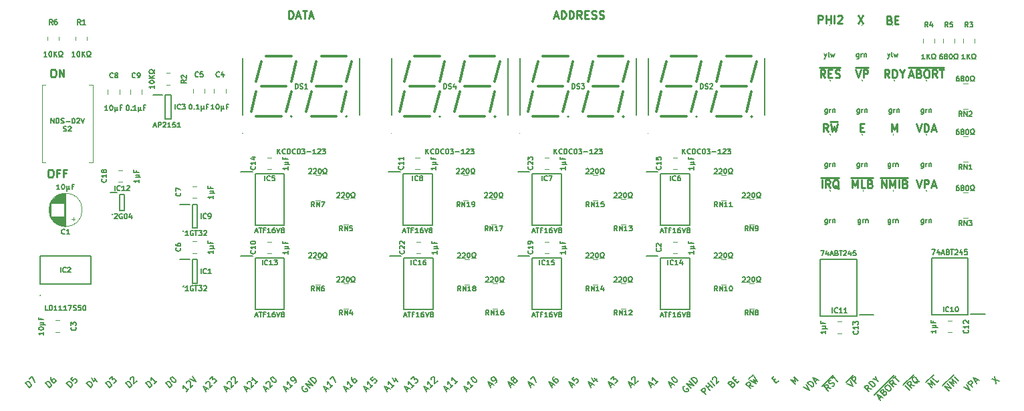
<source format=gto>
%TF.GenerationSoftware,KiCad,Pcbnew,8.0.5*%
%TF.CreationDate,2024-11-27T10:13:54+02:00*%
%TF.ProjectId,W65C816 Debug Display,57363543-3831-4362-9044-656275672044,V1*%
%TF.SameCoordinates,PX2b4c984PY5781bbc*%
%TF.FileFunction,Legend,Top*%
%TF.FilePolarity,Positive*%
%FSLAX46Y46*%
G04 Gerber Fmt 4.6, Leading zero omitted, Abs format (unit mm)*
G04 Created by KiCad (PCBNEW 8.0.5) date 2024-11-27 10:13:54*
%MOMM*%
%LPD*%
G01*
G04 APERTURE LIST*
%ADD10C,0.200000*%
%ADD11C,0.250000*%
%ADD12C,0.150000*%
%ADD13C,0.120000*%
%ADD14C,0.100000*%
%ADD15C,0.300000*%
%ADD16C,0.210000*%
G04 APERTURE END LIST*
D10*
X85020486Y-3907051D02*
X84454800Y-3341366D01*
X84454800Y-3341366D02*
X84670299Y-3125866D01*
X84670299Y-3125866D02*
X84751112Y-3098929D01*
X84751112Y-3098929D02*
X84804986Y-3098929D01*
X84804986Y-3098929D02*
X84885799Y-3125866D01*
X84885799Y-3125866D02*
X84966611Y-3206679D01*
X84966611Y-3206679D02*
X84993548Y-3287491D01*
X84993548Y-3287491D02*
X84993548Y-3341366D01*
X84993548Y-3341366D02*
X84966611Y-3422178D01*
X84966611Y-3422178D02*
X84751112Y-3637677D01*
X85586171Y-3341366D02*
X85020486Y-2775680D01*
X85289860Y-3045054D02*
X85613109Y-2721805D01*
X85909420Y-3018117D02*
X85343735Y-2452431D01*
X86178794Y-2748743D02*
X85613108Y-2183058D01*
X85909420Y-1994496D02*
X85909420Y-1940621D01*
X85909420Y-1940621D02*
X85936357Y-1859809D01*
X85936357Y-1859809D02*
X86071044Y-1725122D01*
X86071044Y-1725122D02*
X86151856Y-1698185D01*
X86151856Y-1698185D02*
X86205731Y-1698185D01*
X86205731Y-1698185D02*
X86286543Y-1725122D01*
X86286543Y-1725122D02*
X86340418Y-1778997D01*
X86340418Y-1778997D02*
X86394293Y-1886746D01*
X86394293Y-1886746D02*
X86394293Y-2533244D01*
X86394293Y-2533244D02*
X86744479Y-2183058D01*
X57707733Y-2829555D02*
X57977107Y-2560181D01*
X57815482Y-3045055D02*
X57438359Y-2290807D01*
X57438359Y-2290807D02*
X58192606Y-2667931D01*
X58408105Y-2452432D02*
X58515855Y-2344682D01*
X58515855Y-2344682D02*
X58542792Y-2263870D01*
X58542792Y-2263870D02*
X58542792Y-2209995D01*
X58542792Y-2209995D02*
X58515855Y-2075308D01*
X58515855Y-2075308D02*
X58435042Y-1940621D01*
X58435042Y-1940621D02*
X58219543Y-1725122D01*
X58219543Y-1725122D02*
X58138731Y-1698185D01*
X58138731Y-1698185D02*
X58084856Y-1698185D01*
X58084856Y-1698185D02*
X58004044Y-1725122D01*
X58004044Y-1725122D02*
X57896294Y-1832872D01*
X57896294Y-1832872D02*
X57869357Y-1913684D01*
X57869357Y-1913684D02*
X57869357Y-1967559D01*
X57869357Y-1967559D02*
X57896294Y-2048371D01*
X57896294Y-2048371D02*
X58030981Y-2183058D01*
X58030981Y-2183058D02*
X58111794Y-2209995D01*
X58111794Y-2209995D02*
X58165668Y-2209995D01*
X58165668Y-2209995D02*
X58246481Y-2183058D01*
X58246481Y-2183058D02*
X58354230Y-2075308D01*
X58354230Y-2075308D02*
X58381168Y-1994496D01*
X58381168Y-1994496D02*
X58381168Y-1940621D01*
X58381168Y-1940621D02*
X58354230Y-1859809D01*
X67994733Y-2829555D02*
X68264107Y-2560181D01*
X68102482Y-3045055D02*
X67725359Y-2290807D01*
X67725359Y-2290807D02*
X68479606Y-2667931D01*
X68371856Y-1644310D02*
X68102482Y-1913684D01*
X68102482Y-1913684D02*
X68344919Y-2209995D01*
X68344919Y-2209995D02*
X68344919Y-2156120D01*
X68344919Y-2156120D02*
X68371856Y-2075308D01*
X68371856Y-2075308D02*
X68506543Y-1940621D01*
X68506543Y-1940621D02*
X68587355Y-1913684D01*
X68587355Y-1913684D02*
X68641230Y-1913684D01*
X68641230Y-1913684D02*
X68722042Y-1940621D01*
X68722042Y-1940621D02*
X68856729Y-2075308D01*
X68856729Y-2075308D02*
X68883667Y-2156120D01*
X68883667Y-2156120D02*
X68883667Y-2209995D01*
X68883667Y-2209995D02*
X68856729Y-2290807D01*
X68856729Y-2290807D02*
X68722042Y-2425494D01*
X68722042Y-2425494D02*
X68641230Y-2452432D01*
X68641230Y-2452432D02*
X68587355Y-2452432D01*
X78027733Y-2829555D02*
X78297107Y-2560181D01*
X78135482Y-3045055D02*
X77758359Y-2290807D01*
X77758359Y-2290807D02*
X78512606Y-2667931D01*
X78997479Y-2183058D02*
X78674230Y-2506307D01*
X78835855Y-2344682D02*
X78270169Y-1778997D01*
X78270169Y-1778997D02*
X78297107Y-1913684D01*
X78297107Y-1913684D02*
X78297107Y-2021433D01*
X78297107Y-2021433D02*
X78270169Y-2102246D01*
X21608985Y-3368304D02*
X21878359Y-3098929D01*
X21716734Y-3583803D02*
X21339611Y-2829555D01*
X21339611Y-2829555D02*
X22093858Y-3206679D01*
X21743671Y-2533244D02*
X21743671Y-2479369D01*
X21743671Y-2479369D02*
X21770609Y-2398557D01*
X21770609Y-2398557D02*
X21905296Y-2263870D01*
X21905296Y-2263870D02*
X21986108Y-2236933D01*
X21986108Y-2236933D02*
X22039983Y-2236933D01*
X22039983Y-2236933D02*
X22120795Y-2263870D01*
X22120795Y-2263870D02*
X22174670Y-2317745D01*
X22174670Y-2317745D02*
X22228545Y-2425495D01*
X22228545Y-2425495D02*
X22228545Y-3071992D01*
X22228545Y-3071992D02*
X22578731Y-2721806D01*
X22201607Y-1967559D02*
X22551794Y-1617372D01*
X22551794Y-1617372D02*
X22578731Y-2021433D01*
X22578731Y-2021433D02*
X22659543Y-1940621D01*
X22659543Y-1940621D02*
X22740355Y-1913684D01*
X22740355Y-1913684D02*
X22794230Y-1913684D01*
X22794230Y-1913684D02*
X22875042Y-1940621D01*
X22875042Y-1940621D02*
X23009729Y-2075308D01*
X23009729Y-2075308D02*
X23036667Y-2156120D01*
X23036667Y-2156120D02*
X23036667Y-2209995D01*
X23036667Y-2209995D02*
X23009729Y-2290807D01*
X23009729Y-2290807D02*
X22848105Y-2452432D01*
X22848105Y-2452432D02*
X22767293Y-2479369D01*
X22767293Y-2479369D02*
X22713418Y-2479369D01*
X91050981Y-2829556D02*
X90593045Y-2748743D01*
X90727732Y-3152804D02*
X90162047Y-2587119D01*
X90162047Y-2587119D02*
X90377546Y-2371620D01*
X90377546Y-2371620D02*
X90458358Y-2344682D01*
X90458358Y-2344682D02*
X90512233Y-2344682D01*
X90512233Y-2344682D02*
X90593045Y-2371620D01*
X90593045Y-2371620D02*
X90673858Y-2452432D01*
X90673858Y-2452432D02*
X90700795Y-2533244D01*
X90700795Y-2533244D02*
X90700795Y-2587119D01*
X90700795Y-2587119D02*
X90673858Y-2667931D01*
X90673858Y-2667931D02*
X90458358Y-2883430D01*
X90673858Y-2075308D02*
X91374230Y-2506307D01*
X91374230Y-2506307D02*
X91077919Y-1994496D01*
X91077919Y-1994496D02*
X91589729Y-2290808D01*
X91589729Y-2290808D02*
X91158731Y-1590435D01*
X90492569Y-1942507D02*
X91025930Y-1409146D01*
X62787733Y-2829555D02*
X63057107Y-2560181D01*
X62895482Y-3045055D02*
X62518359Y-2290807D01*
X62518359Y-2290807D02*
X63272606Y-2667931D01*
X62841607Y-1967559D02*
X63218731Y-1590435D01*
X63218731Y-1590435D02*
X63541980Y-2398557D01*
X26815985Y-3368304D02*
X27085359Y-3098929D01*
X26923734Y-3583803D02*
X26546611Y-2829555D01*
X26546611Y-2829555D02*
X27300858Y-3206679D01*
X26950671Y-2533244D02*
X26950671Y-2479369D01*
X26950671Y-2479369D02*
X26977609Y-2398557D01*
X26977609Y-2398557D02*
X27112296Y-2263870D01*
X27112296Y-2263870D02*
X27193108Y-2236933D01*
X27193108Y-2236933D02*
X27246983Y-2236933D01*
X27246983Y-2236933D02*
X27327795Y-2263870D01*
X27327795Y-2263870D02*
X27381670Y-2317745D01*
X27381670Y-2317745D02*
X27435545Y-2425495D01*
X27435545Y-2425495D02*
X27435545Y-3071992D01*
X27435545Y-3071992D02*
X27785731Y-2721806D01*
X28324479Y-2183058D02*
X28001230Y-2506307D01*
X28162855Y-2344682D02*
X27597169Y-1778997D01*
X27597169Y-1778997D02*
X27624107Y-1913684D01*
X27624107Y-1913684D02*
X27624107Y-2021433D01*
X27624107Y-2021433D02*
X27597169Y-2102246D01*
X24275985Y-3368304D02*
X24545359Y-3098929D01*
X24383734Y-3583803D02*
X24006611Y-2829555D01*
X24006611Y-2829555D02*
X24760858Y-3206679D01*
X24410671Y-2533244D02*
X24410671Y-2479369D01*
X24410671Y-2479369D02*
X24437609Y-2398557D01*
X24437609Y-2398557D02*
X24572296Y-2263870D01*
X24572296Y-2263870D02*
X24653108Y-2236933D01*
X24653108Y-2236933D02*
X24706983Y-2236933D01*
X24706983Y-2236933D02*
X24787795Y-2263870D01*
X24787795Y-2263870D02*
X24841670Y-2317745D01*
X24841670Y-2317745D02*
X24895545Y-2425495D01*
X24895545Y-2425495D02*
X24895545Y-3071992D01*
X24895545Y-3071992D02*
X25245731Y-2721806D01*
X24949420Y-1994496D02*
X24949420Y-1940621D01*
X24949420Y-1940621D02*
X24976357Y-1859809D01*
X24976357Y-1859809D02*
X25111044Y-1725122D01*
X25111044Y-1725122D02*
X25191856Y-1698185D01*
X25191856Y-1698185D02*
X25245731Y-1698185D01*
X25245731Y-1698185D02*
X25326543Y-1725122D01*
X25326543Y-1725122D02*
X25380418Y-1778997D01*
X25380418Y-1778997D02*
X25434293Y-1886746D01*
X25434293Y-1886746D02*
X25434293Y-2533244D01*
X25434293Y-2533244D02*
X25784479Y-2183058D01*
X117697987Y-2991179D02*
X118452234Y-3368303D01*
X118452234Y-3368303D02*
X118075110Y-2614056D01*
X118829357Y-2991180D02*
X118263672Y-2425494D01*
X118263672Y-2425494D02*
X118479171Y-2209995D01*
X118479171Y-2209995D02*
X118559983Y-2183058D01*
X118559983Y-2183058D02*
X118613858Y-2183058D01*
X118613858Y-2183058D02*
X118694670Y-2209995D01*
X118694670Y-2209995D02*
X118775482Y-2290807D01*
X118775482Y-2290807D02*
X118802420Y-2371619D01*
X118802420Y-2371619D02*
X118802420Y-2425494D01*
X118802420Y-2425494D02*
X118775482Y-2506306D01*
X118775482Y-2506306D02*
X118559983Y-2721806D01*
X119206481Y-2290807D02*
X119475855Y-2021433D01*
X119314231Y-2506306D02*
X118937107Y-1752059D01*
X118937107Y-1752059D02*
X119691354Y-2129183D01*
X36848985Y-3368304D02*
X37118359Y-3098929D01*
X36956734Y-3583803D02*
X36579611Y-2829555D01*
X36579611Y-2829555D02*
X37333858Y-3206679D01*
X37818731Y-2721806D02*
X37495482Y-3045055D01*
X37657106Y-2883430D02*
X37091421Y-2317745D01*
X37091421Y-2317745D02*
X37118358Y-2452432D01*
X37118358Y-2452432D02*
X37118358Y-2560182D01*
X37118358Y-2560182D02*
X37091421Y-2640994D01*
X37441607Y-1967559D02*
X37818731Y-1590435D01*
X37818731Y-1590435D02*
X38141980Y-2398557D01*
X19553858Y-3206679D02*
X19230609Y-3529928D01*
X19392233Y-3368304D02*
X18826548Y-2802618D01*
X18826548Y-2802618D02*
X18853485Y-2937305D01*
X18853485Y-2937305D02*
X18853485Y-3045055D01*
X18853485Y-3045055D02*
X18826548Y-3125867D01*
X19257546Y-2479369D02*
X19257546Y-2425494D01*
X19257546Y-2425494D02*
X19284484Y-2344682D01*
X19284484Y-2344682D02*
X19419171Y-2209995D01*
X19419171Y-2209995D02*
X19499983Y-2183058D01*
X19499983Y-2183058D02*
X19553858Y-2183058D01*
X19553858Y-2183058D02*
X19634670Y-2209995D01*
X19634670Y-2209995D02*
X19688545Y-2263870D01*
X19688545Y-2263870D02*
X19742420Y-2371619D01*
X19742420Y-2371619D02*
X19742420Y-3018117D01*
X19742420Y-3018117D02*
X20092606Y-2667931D01*
X19688545Y-1940621D02*
X20442792Y-2317745D01*
X20442792Y-2317745D02*
X20065669Y-1563497D01*
X47135985Y-3368304D02*
X47405359Y-3098929D01*
X47243734Y-3583803D02*
X46866611Y-2829555D01*
X46866611Y-2829555D02*
X47620858Y-3206679D01*
X48105731Y-2721806D02*
X47782482Y-3045055D01*
X47944106Y-2883430D02*
X47378421Y-2317745D01*
X47378421Y-2317745D02*
X47405358Y-2452432D01*
X47405358Y-2452432D02*
X47405358Y-2560182D01*
X47405358Y-2560182D02*
X47378421Y-2640994D01*
X47728607Y-1967559D02*
X48078794Y-1617372D01*
X48078794Y-1617372D02*
X48105731Y-2021433D01*
X48105731Y-2021433D02*
X48186543Y-1940621D01*
X48186543Y-1940621D02*
X48267355Y-1913684D01*
X48267355Y-1913684D02*
X48321230Y-1913684D01*
X48321230Y-1913684D02*
X48402042Y-1940621D01*
X48402042Y-1940621D02*
X48536729Y-2075308D01*
X48536729Y-2075308D02*
X48563667Y-2156120D01*
X48563667Y-2156120D02*
X48563667Y-2209995D01*
X48563667Y-2209995D02*
X48536729Y-2290807D01*
X48536729Y-2290807D02*
X48375105Y-2452432D01*
X48375105Y-2452432D02*
X48294293Y-2479369D01*
X48294293Y-2479369D02*
X48240418Y-2479369D01*
X31768985Y-3368304D02*
X32038359Y-3098929D01*
X31876734Y-3583803D02*
X31499611Y-2829555D01*
X31499611Y-2829555D02*
X32253858Y-3206679D01*
X32738731Y-2721806D02*
X32415482Y-3045055D01*
X32577106Y-2883430D02*
X32011421Y-2317745D01*
X32011421Y-2317745D02*
X32038358Y-2452432D01*
X32038358Y-2452432D02*
X32038358Y-2560182D01*
X32038358Y-2560182D02*
X32011421Y-2640994D01*
X33008105Y-2452432D02*
X33115855Y-2344682D01*
X33115855Y-2344682D02*
X33142792Y-2263870D01*
X33142792Y-2263870D02*
X33142792Y-2209995D01*
X33142792Y-2209995D02*
X33115855Y-2075308D01*
X33115855Y-2075308D02*
X33035042Y-1940621D01*
X33035042Y-1940621D02*
X32819543Y-1725122D01*
X32819543Y-1725122D02*
X32738731Y-1698185D01*
X32738731Y-1698185D02*
X32684856Y-1698185D01*
X32684856Y-1698185D02*
X32604044Y-1725122D01*
X32604044Y-1725122D02*
X32496294Y-1832872D01*
X32496294Y-1832872D02*
X32469357Y-1913684D01*
X32469357Y-1913684D02*
X32469357Y-1967559D01*
X32469357Y-1967559D02*
X32496294Y-2048371D01*
X32496294Y-2048371D02*
X32630981Y-2183058D01*
X32630981Y-2183058D02*
X32711794Y-2209995D01*
X32711794Y-2209995D02*
X32765668Y-2209995D01*
X32765668Y-2209995D02*
X32846481Y-2183058D01*
X32846481Y-2183058D02*
X32954230Y-2075308D01*
X32954230Y-2075308D02*
X32981168Y-1994496D01*
X32981168Y-1994496D02*
X32981168Y-1940621D01*
X32981168Y-1940621D02*
X32954230Y-1859809D01*
X1935482Y-3045055D02*
X1369797Y-2479369D01*
X1369797Y-2479369D02*
X1504484Y-2344682D01*
X1504484Y-2344682D02*
X1612233Y-2290807D01*
X1612233Y-2290807D02*
X1719983Y-2290807D01*
X1719983Y-2290807D02*
X1800795Y-2317745D01*
X1800795Y-2317745D02*
X1935482Y-2398557D01*
X1935482Y-2398557D02*
X2016294Y-2479369D01*
X2016294Y-2479369D02*
X2097107Y-2614056D01*
X2097107Y-2614056D02*
X2124044Y-2694869D01*
X2124044Y-2694869D02*
X2124044Y-2802618D01*
X2124044Y-2802618D02*
X2070169Y-2910368D01*
X2070169Y-2910368D02*
X1935482Y-3045055D01*
X2177919Y-1671247D02*
X2070169Y-1778997D01*
X2070169Y-1778997D02*
X2043232Y-1859809D01*
X2043232Y-1859809D02*
X2043232Y-1913684D01*
X2043232Y-1913684D02*
X2070169Y-2048371D01*
X2070169Y-2048371D02*
X2150981Y-2183058D01*
X2150981Y-2183058D02*
X2366481Y-2398557D01*
X2366481Y-2398557D02*
X2447293Y-2425494D01*
X2447293Y-2425494D02*
X2501168Y-2425494D01*
X2501168Y-2425494D02*
X2581980Y-2398557D01*
X2581980Y-2398557D02*
X2689729Y-2290807D01*
X2689729Y-2290807D02*
X2716667Y-2209995D01*
X2716667Y-2209995D02*
X2716667Y-2156120D01*
X2716667Y-2156120D02*
X2689729Y-2075308D01*
X2689729Y-2075308D02*
X2555042Y-1940621D01*
X2555042Y-1940621D02*
X2474230Y-1913684D01*
X2474230Y-1913684D02*
X2420355Y-1913684D01*
X2420355Y-1913684D02*
X2339543Y-1940621D01*
X2339543Y-1940621D02*
X2231794Y-2048371D01*
X2231794Y-2048371D02*
X2204856Y-2129183D01*
X2204856Y-2129183D02*
X2204856Y-2183058D01*
X2204856Y-2183058D02*
X2231794Y-2263870D01*
X100887732Y-3152804D02*
X100429797Y-3071992D01*
X100564484Y-3476053D02*
X99998798Y-2910368D01*
X99998798Y-2910368D02*
X100214297Y-2694869D01*
X100214297Y-2694869D02*
X100295110Y-2667931D01*
X100295110Y-2667931D02*
X100348984Y-2667931D01*
X100348984Y-2667931D02*
X100429797Y-2694869D01*
X100429797Y-2694869D02*
X100510609Y-2775681D01*
X100510609Y-2775681D02*
X100537546Y-2856493D01*
X100537546Y-2856493D02*
X100537546Y-2910368D01*
X100537546Y-2910368D02*
X100510609Y-2991180D01*
X100510609Y-2991180D02*
X100295110Y-3206679D01*
X101076294Y-2910368D02*
X101184044Y-2856493D01*
X101184044Y-2856493D02*
X101318731Y-2721806D01*
X101318731Y-2721806D02*
X101345668Y-2640994D01*
X101345668Y-2640994D02*
X101345668Y-2587119D01*
X101345668Y-2587119D02*
X101318731Y-2506307D01*
X101318731Y-2506307D02*
X101264856Y-2452432D01*
X101264856Y-2452432D02*
X101184044Y-2425495D01*
X101184044Y-2425495D02*
X101130169Y-2425495D01*
X101130169Y-2425495D02*
X101049357Y-2452432D01*
X101049357Y-2452432D02*
X100914670Y-2533244D01*
X100914670Y-2533244D02*
X100833858Y-2560182D01*
X100833858Y-2560182D02*
X100779983Y-2560182D01*
X100779983Y-2560182D02*
X100699171Y-2533244D01*
X100699171Y-2533244D02*
X100645296Y-2479369D01*
X100645296Y-2479369D02*
X100618358Y-2398557D01*
X100618358Y-2398557D02*
X100618358Y-2344682D01*
X100618358Y-2344682D02*
X100645296Y-2263870D01*
X100645296Y-2263870D02*
X100779983Y-2129183D01*
X100779983Y-2129183D02*
X100887732Y-2075308D01*
X101022420Y-1886746D02*
X101345668Y-1563498D01*
X101749729Y-2290807D02*
X101184044Y-1725122D01*
X99763635Y-2831441D02*
X101185930Y-1409146D01*
X97377987Y-2991179D02*
X98132234Y-3368303D01*
X98132234Y-3368303D02*
X97755110Y-2614056D01*
X98509357Y-2991180D02*
X97943672Y-2425494D01*
X97943672Y-2425494D02*
X98078359Y-2290807D01*
X98078359Y-2290807D02*
X98186108Y-2236932D01*
X98186108Y-2236932D02*
X98293858Y-2236932D01*
X98293858Y-2236932D02*
X98374670Y-2263870D01*
X98374670Y-2263870D02*
X98509357Y-2344682D01*
X98509357Y-2344682D02*
X98590169Y-2425494D01*
X98590169Y-2425494D02*
X98670982Y-2560181D01*
X98670982Y-2560181D02*
X98697919Y-2640993D01*
X98697919Y-2640993D02*
X98697919Y-2748743D01*
X98697919Y-2748743D02*
X98644044Y-2856493D01*
X98644044Y-2856493D02*
X98509357Y-2991180D01*
X98886481Y-2290807D02*
X99155855Y-2021433D01*
X98994231Y-2506306D02*
X98617107Y-1752059D01*
X98617107Y-1752059D02*
X99371354Y-2129183D01*
X113695482Y-3045055D02*
X113129797Y-2479369D01*
X113129797Y-2479369D02*
X113722420Y-2694869D01*
X113722420Y-2694869D02*
X113506920Y-2102246D01*
X113506920Y-2102246D02*
X114072606Y-2667931D01*
X114611354Y-2129183D02*
X114341980Y-2398557D01*
X114341980Y-2398557D02*
X113776295Y-1832871D01*
X112894633Y-2400443D02*
X113885930Y-1409146D01*
X70407733Y-2829555D02*
X70677107Y-2560181D01*
X70515482Y-3045055D02*
X70138359Y-2290807D01*
X70138359Y-2290807D02*
X70892606Y-2667931D01*
X70946481Y-1859809D02*
X71323604Y-2236933D01*
X70596294Y-1778997D02*
X70865668Y-2317745D01*
X70865668Y-2317745D02*
X71215855Y-1967559D01*
X4602482Y-3045055D02*
X4036797Y-2479369D01*
X4036797Y-2479369D02*
X4171484Y-2344682D01*
X4171484Y-2344682D02*
X4279233Y-2290807D01*
X4279233Y-2290807D02*
X4386983Y-2290807D01*
X4386983Y-2290807D02*
X4467795Y-2317745D01*
X4467795Y-2317745D02*
X4602482Y-2398557D01*
X4602482Y-2398557D02*
X4683294Y-2479369D01*
X4683294Y-2479369D02*
X4764107Y-2614056D01*
X4764107Y-2614056D02*
X4791044Y-2694869D01*
X4791044Y-2694869D02*
X4791044Y-2802618D01*
X4791044Y-2802618D02*
X4737169Y-2910368D01*
X4737169Y-2910368D02*
X4602482Y-3045055D01*
X4871856Y-1644310D02*
X4602482Y-1913684D01*
X4602482Y-1913684D02*
X4844919Y-2209995D01*
X4844919Y-2209995D02*
X4844919Y-2156120D01*
X4844919Y-2156120D02*
X4871856Y-2075308D01*
X4871856Y-2075308D02*
X5006543Y-1940621D01*
X5006543Y-1940621D02*
X5087355Y-1913684D01*
X5087355Y-1913684D02*
X5141230Y-1913684D01*
X5141230Y-1913684D02*
X5222042Y-1940621D01*
X5222042Y-1940621D02*
X5356729Y-2075308D01*
X5356729Y-2075308D02*
X5383667Y-2156120D01*
X5383667Y-2156120D02*
X5383667Y-2209995D01*
X5383667Y-2209995D02*
X5356729Y-2290807D01*
X5356729Y-2290807D02*
X5222042Y-2425494D01*
X5222042Y-2425494D02*
X5141230Y-2452432D01*
X5141230Y-2452432D02*
X5087355Y-2452432D01*
X14635482Y-3045055D02*
X14069797Y-2479369D01*
X14069797Y-2479369D02*
X14204484Y-2344682D01*
X14204484Y-2344682D02*
X14312233Y-2290807D01*
X14312233Y-2290807D02*
X14419983Y-2290807D01*
X14419983Y-2290807D02*
X14500795Y-2317745D01*
X14500795Y-2317745D02*
X14635482Y-2398557D01*
X14635482Y-2398557D02*
X14716294Y-2479369D01*
X14716294Y-2479369D02*
X14797107Y-2614056D01*
X14797107Y-2614056D02*
X14824044Y-2694869D01*
X14824044Y-2694869D02*
X14824044Y-2802618D01*
X14824044Y-2802618D02*
X14770169Y-2910368D01*
X14770169Y-2910368D02*
X14635482Y-3045055D01*
X15497479Y-2183058D02*
X15174230Y-2506307D01*
X15335855Y-2344682D02*
X14770169Y-1778997D01*
X14770169Y-1778997D02*
X14797107Y-1913684D01*
X14797107Y-1913684D02*
X14797107Y-2021433D01*
X14797107Y-2021433D02*
X14770169Y-2102246D01*
X7142482Y-3045055D02*
X6576797Y-2479369D01*
X6576797Y-2479369D02*
X6711484Y-2344682D01*
X6711484Y-2344682D02*
X6819233Y-2290807D01*
X6819233Y-2290807D02*
X6926983Y-2290807D01*
X6926983Y-2290807D02*
X7007795Y-2317745D01*
X7007795Y-2317745D02*
X7142482Y-2398557D01*
X7142482Y-2398557D02*
X7223294Y-2479369D01*
X7223294Y-2479369D02*
X7304107Y-2614056D01*
X7304107Y-2614056D02*
X7331044Y-2694869D01*
X7331044Y-2694869D02*
X7331044Y-2802618D01*
X7331044Y-2802618D02*
X7277169Y-2910368D01*
X7277169Y-2910368D02*
X7142482Y-3045055D01*
X7573481Y-1859809D02*
X7950604Y-2236933D01*
X7223294Y-1778997D02*
X7492668Y-2317745D01*
X7492668Y-2317745D02*
X7842855Y-1967559D01*
X34093486Y-2829555D02*
X34012673Y-2856493D01*
X34012673Y-2856493D02*
X33931861Y-2937305D01*
X33931861Y-2937305D02*
X33877986Y-3045054D01*
X33877986Y-3045054D02*
X33877986Y-3152804D01*
X33877986Y-3152804D02*
X33904924Y-3233616D01*
X33904924Y-3233616D02*
X33985736Y-3368303D01*
X33985736Y-3368303D02*
X34066548Y-3449115D01*
X34066548Y-3449115D02*
X34201235Y-3529928D01*
X34201235Y-3529928D02*
X34282047Y-3556865D01*
X34282047Y-3556865D02*
X34389797Y-3556865D01*
X34389797Y-3556865D02*
X34497547Y-3502990D01*
X34497547Y-3502990D02*
X34551421Y-3449115D01*
X34551421Y-3449115D02*
X34605296Y-3341366D01*
X34605296Y-3341366D02*
X34605296Y-3287491D01*
X34605296Y-3287491D02*
X34416734Y-3098929D01*
X34416734Y-3098929D02*
X34308985Y-3206679D01*
X34901608Y-3098929D02*
X34335922Y-2533244D01*
X34335922Y-2533244D02*
X35224856Y-2775680D01*
X35224856Y-2775680D02*
X34659171Y-2209995D01*
X35494230Y-2506307D02*
X34928545Y-1940621D01*
X34928545Y-1940621D02*
X35063232Y-1805934D01*
X35063232Y-1805934D02*
X35170981Y-1752059D01*
X35170981Y-1752059D02*
X35278731Y-1752059D01*
X35278731Y-1752059D02*
X35359543Y-1778997D01*
X35359543Y-1778997D02*
X35494230Y-1859809D01*
X35494230Y-1859809D02*
X35575043Y-1940621D01*
X35575043Y-1940621D02*
X35655855Y-2075308D01*
X35655855Y-2075308D02*
X35682792Y-2156120D01*
X35682792Y-2156120D02*
X35682792Y-2263870D01*
X35682792Y-2263870D02*
X35628917Y-2371620D01*
X35628917Y-2371620D02*
X35494230Y-2506307D01*
X80567733Y-2829555D02*
X80837107Y-2560181D01*
X80675482Y-3045055D02*
X80298359Y-2290807D01*
X80298359Y-2290807D02*
X81052606Y-2667931D01*
X80783232Y-1805934D02*
X80837107Y-1752059D01*
X80837107Y-1752059D02*
X80917919Y-1725122D01*
X80917919Y-1725122D02*
X80971794Y-1725122D01*
X80971794Y-1725122D02*
X81052606Y-1752059D01*
X81052606Y-1752059D02*
X81187293Y-1832872D01*
X81187293Y-1832872D02*
X81321980Y-1967559D01*
X81321980Y-1967559D02*
X81402792Y-2102246D01*
X81402792Y-2102246D02*
X81429729Y-2183058D01*
X81429729Y-2183058D02*
X81429729Y-2236933D01*
X81429729Y-2236933D02*
X81402792Y-2317745D01*
X81402792Y-2317745D02*
X81348917Y-2371620D01*
X81348917Y-2371620D02*
X81268105Y-2398557D01*
X81268105Y-2398557D02*
X81214230Y-2398557D01*
X81214230Y-2398557D02*
X81133418Y-2371620D01*
X81133418Y-2371620D02*
X80998731Y-2290807D01*
X80998731Y-2290807D02*
X80864044Y-2156120D01*
X80864044Y-2156120D02*
X80783232Y-2021433D01*
X80783232Y-2021433D02*
X80756294Y-1940621D01*
X80756294Y-1940621D02*
X80756294Y-1886746D01*
X80756294Y-1886746D02*
X80783232Y-1805934D01*
X96373418Y-2587119D02*
X95807732Y-2021434D01*
X95807732Y-2021434D02*
X96400355Y-2236933D01*
X96400355Y-2236933D02*
X96184856Y-1644310D01*
X96184856Y-1644310D02*
X96750542Y-2209995D01*
X29228985Y-3368304D02*
X29498359Y-3098929D01*
X29336734Y-3583803D02*
X28959611Y-2829555D01*
X28959611Y-2829555D02*
X29713858Y-3206679D01*
X29363671Y-2533244D02*
X29363671Y-2479369D01*
X29363671Y-2479369D02*
X29390609Y-2398557D01*
X29390609Y-2398557D02*
X29525296Y-2263870D01*
X29525296Y-2263870D02*
X29606108Y-2236933D01*
X29606108Y-2236933D02*
X29659983Y-2236933D01*
X29659983Y-2236933D02*
X29740795Y-2263870D01*
X29740795Y-2263870D02*
X29794670Y-2317745D01*
X29794670Y-2317745D02*
X29848545Y-2425495D01*
X29848545Y-2425495D02*
X29848545Y-3071992D01*
X29848545Y-3071992D02*
X30198731Y-2721806D01*
X29983232Y-1805934D02*
X30037107Y-1752059D01*
X30037107Y-1752059D02*
X30117919Y-1725122D01*
X30117919Y-1725122D02*
X30171794Y-1725122D01*
X30171794Y-1725122D02*
X30252606Y-1752059D01*
X30252606Y-1752059D02*
X30387293Y-1832872D01*
X30387293Y-1832872D02*
X30521980Y-1967559D01*
X30521980Y-1967559D02*
X30602792Y-2102246D01*
X30602792Y-2102246D02*
X30629729Y-2183058D01*
X30629729Y-2183058D02*
X30629729Y-2236933D01*
X30629729Y-2236933D02*
X30602792Y-2317745D01*
X30602792Y-2317745D02*
X30548917Y-2371620D01*
X30548917Y-2371620D02*
X30468105Y-2398557D01*
X30468105Y-2398557D02*
X30414230Y-2398557D01*
X30414230Y-2398557D02*
X30333418Y-2371620D01*
X30333418Y-2371620D02*
X30198731Y-2290807D01*
X30198731Y-2290807D02*
X30064044Y-2156120D01*
X30064044Y-2156120D02*
X29983232Y-2021433D01*
X29983232Y-2021433D02*
X29956294Y-1940621D01*
X29956294Y-1940621D02*
X29956294Y-1886746D01*
X29956294Y-1886746D02*
X29983232Y-1805934D01*
X102942860Y-2506306D02*
X103697107Y-2883430D01*
X103697107Y-2883430D02*
X103319983Y-2129183D01*
X104074230Y-2506307D02*
X103508545Y-1940621D01*
X103508545Y-1940621D02*
X103724044Y-1725122D01*
X103724044Y-1725122D02*
X103804856Y-1698184D01*
X103804856Y-1698184D02*
X103858731Y-1698184D01*
X103858731Y-1698184D02*
X103939543Y-1725122D01*
X103939543Y-1725122D02*
X104020355Y-1805934D01*
X104020355Y-1805934D02*
X104047293Y-1886746D01*
X104047293Y-1886746D02*
X104047293Y-1940621D01*
X104047293Y-1940621D02*
X104020355Y-2021433D01*
X104020355Y-2021433D02*
X103804856Y-2236933D01*
X102788508Y-2346568D02*
X103725930Y-1409146D01*
X93671793Y-2156121D02*
X93860355Y-1967559D01*
X94237479Y-2183058D02*
X93968105Y-2452432D01*
X93968105Y-2452432D02*
X93402419Y-1886747D01*
X93402419Y-1886747D02*
X93671793Y-1617373D01*
X49548985Y-3368304D02*
X49818359Y-3098929D01*
X49656734Y-3583803D02*
X49279611Y-2829555D01*
X49279611Y-2829555D02*
X50033858Y-3206679D01*
X50518731Y-2721806D02*
X50195482Y-3045055D01*
X50357106Y-2883430D02*
X49791421Y-2317745D01*
X49791421Y-2317745D02*
X49818358Y-2452432D01*
X49818358Y-2452432D02*
X49818358Y-2560182D01*
X49818358Y-2560182D02*
X49791421Y-2640994D01*
X50222420Y-1994496D02*
X50222420Y-1940621D01*
X50222420Y-1940621D02*
X50249357Y-1859809D01*
X50249357Y-1859809D02*
X50384044Y-1725122D01*
X50384044Y-1725122D02*
X50464856Y-1698185D01*
X50464856Y-1698185D02*
X50518731Y-1698185D01*
X50518731Y-1698185D02*
X50599543Y-1725122D01*
X50599543Y-1725122D02*
X50653418Y-1778997D01*
X50653418Y-1778997D02*
X50707293Y-1886746D01*
X50707293Y-1886746D02*
X50707293Y-2533244D01*
X50707293Y-2533244D02*
X51057479Y-2183058D01*
X82353486Y-2829555D02*
X82272673Y-2856493D01*
X82272673Y-2856493D02*
X82191861Y-2937305D01*
X82191861Y-2937305D02*
X82137986Y-3045054D01*
X82137986Y-3045054D02*
X82137986Y-3152804D01*
X82137986Y-3152804D02*
X82164924Y-3233616D01*
X82164924Y-3233616D02*
X82245736Y-3368303D01*
X82245736Y-3368303D02*
X82326548Y-3449115D01*
X82326548Y-3449115D02*
X82461235Y-3529928D01*
X82461235Y-3529928D02*
X82542047Y-3556865D01*
X82542047Y-3556865D02*
X82649797Y-3556865D01*
X82649797Y-3556865D02*
X82757547Y-3502990D01*
X82757547Y-3502990D02*
X82811421Y-3449115D01*
X82811421Y-3449115D02*
X82865296Y-3341366D01*
X82865296Y-3341366D02*
X82865296Y-3287491D01*
X82865296Y-3287491D02*
X82676734Y-3098929D01*
X82676734Y-3098929D02*
X82568985Y-3206679D01*
X83161608Y-3098929D02*
X82595922Y-2533244D01*
X82595922Y-2533244D02*
X83484856Y-2775680D01*
X83484856Y-2775680D02*
X82919171Y-2209995D01*
X83754230Y-2506307D02*
X83188545Y-1940621D01*
X83188545Y-1940621D02*
X83323232Y-1805934D01*
X83323232Y-1805934D02*
X83430981Y-1752059D01*
X83430981Y-1752059D02*
X83538731Y-1752059D01*
X83538731Y-1752059D02*
X83619543Y-1778997D01*
X83619543Y-1778997D02*
X83754230Y-1859809D01*
X83754230Y-1859809D02*
X83835043Y-1940621D01*
X83835043Y-1940621D02*
X83915855Y-2075308D01*
X83915855Y-2075308D02*
X83942792Y-2156120D01*
X83942792Y-2156120D02*
X83942792Y-2263870D01*
X83942792Y-2263870D02*
X83888917Y-2371620D01*
X83888917Y-2371620D02*
X83754230Y-2506307D01*
X106013921Y-3233616D02*
X105555985Y-3152804D01*
X105690672Y-3556865D02*
X105124986Y-2991180D01*
X105124986Y-2991180D02*
X105340486Y-2775680D01*
X105340486Y-2775680D02*
X105421298Y-2748743D01*
X105421298Y-2748743D02*
X105475173Y-2748743D01*
X105475173Y-2748743D02*
X105555985Y-2775680D01*
X105555985Y-2775680D02*
X105636797Y-2856493D01*
X105636797Y-2856493D02*
X105663734Y-2937305D01*
X105663734Y-2937305D02*
X105663734Y-2991180D01*
X105663734Y-2991180D02*
X105636797Y-3071992D01*
X105636797Y-3071992D02*
X105421298Y-3287491D01*
X106256357Y-2991180D02*
X105690672Y-2425494D01*
X105690672Y-2425494D02*
X105825359Y-2290807D01*
X105825359Y-2290807D02*
X105933108Y-2236932D01*
X105933108Y-2236932D02*
X106040858Y-2236932D01*
X106040858Y-2236932D02*
X106121670Y-2263870D01*
X106121670Y-2263870D02*
X106256357Y-2344682D01*
X106256357Y-2344682D02*
X106337169Y-2425494D01*
X106337169Y-2425494D02*
X106417982Y-2560181D01*
X106417982Y-2560181D02*
X106444919Y-2640993D01*
X106444919Y-2640993D02*
X106444919Y-2748743D01*
X106444919Y-2748743D02*
X106391044Y-2856493D01*
X106391044Y-2856493D02*
X106256357Y-2991180D01*
X106660418Y-2048371D02*
X106929792Y-2317745D01*
X106175545Y-1940621D02*
X106660418Y-2048371D01*
X106660418Y-2048371D02*
X106552669Y-1563497D01*
X52088985Y-3368304D02*
X52358359Y-3098929D01*
X52196734Y-3583803D02*
X51819611Y-2829555D01*
X51819611Y-2829555D02*
X52573858Y-3206679D01*
X53058731Y-2721806D02*
X52735482Y-3045055D01*
X52897106Y-2883430D02*
X52331421Y-2317745D01*
X52331421Y-2317745D02*
X52358358Y-2452432D01*
X52358358Y-2452432D02*
X52358358Y-2560182D01*
X52358358Y-2560182D02*
X52331421Y-2640994D01*
X53597479Y-2183058D02*
X53274230Y-2506307D01*
X53435855Y-2344682D02*
X52870169Y-1778997D01*
X52870169Y-1778997D02*
X52897107Y-1913684D01*
X52897107Y-1913684D02*
X52897107Y-2021433D01*
X52897107Y-2021433D02*
X52870169Y-2102246D01*
X54628985Y-3368304D02*
X54898359Y-3098929D01*
X54736734Y-3583803D02*
X54359611Y-2829555D01*
X54359611Y-2829555D02*
X55113858Y-3206679D01*
X55598731Y-2721806D02*
X55275482Y-3045055D01*
X55437106Y-2883430D02*
X54871421Y-2317745D01*
X54871421Y-2317745D02*
X54898358Y-2452432D01*
X54898358Y-2452432D02*
X54898358Y-2560182D01*
X54898358Y-2560182D02*
X54871421Y-2640994D01*
X55383232Y-1805934D02*
X55437107Y-1752059D01*
X55437107Y-1752059D02*
X55517919Y-1725122D01*
X55517919Y-1725122D02*
X55571794Y-1725122D01*
X55571794Y-1725122D02*
X55652606Y-1752059D01*
X55652606Y-1752059D02*
X55787293Y-1832872D01*
X55787293Y-1832872D02*
X55921980Y-1967559D01*
X55921980Y-1967559D02*
X56002792Y-2102246D01*
X56002792Y-2102246D02*
X56029729Y-2183058D01*
X56029729Y-2183058D02*
X56029729Y-2236933D01*
X56029729Y-2236933D02*
X56002792Y-2317745D01*
X56002792Y-2317745D02*
X55948917Y-2371620D01*
X55948917Y-2371620D02*
X55868105Y-2398557D01*
X55868105Y-2398557D02*
X55814230Y-2398557D01*
X55814230Y-2398557D02*
X55733418Y-2371620D01*
X55733418Y-2371620D02*
X55598731Y-2290807D01*
X55598731Y-2290807D02*
X55464044Y-2156120D01*
X55464044Y-2156120D02*
X55383232Y-2021433D01*
X55383232Y-2021433D02*
X55356294Y-1940621D01*
X55356294Y-1940621D02*
X55356294Y-1886746D01*
X55356294Y-1886746D02*
X55383232Y-1805934D01*
X115831421Y-3449115D02*
X115265736Y-2883430D01*
X115265736Y-2883430D02*
X116154670Y-3125867D01*
X116154670Y-3125867D02*
X115588985Y-2560181D01*
X116424044Y-2856493D02*
X115858359Y-2290807D01*
X115858359Y-2290807D02*
X116450982Y-2506306D01*
X116450982Y-2506306D02*
X116235482Y-1913684D01*
X116235482Y-1913684D02*
X116801168Y-2479369D01*
X117070542Y-2209995D02*
X116504857Y-1644309D01*
X115030573Y-2804503D02*
X116425930Y-1409146D01*
X75487733Y-2829555D02*
X75757107Y-2560181D01*
X75595482Y-3045055D02*
X75218359Y-2290807D01*
X75218359Y-2290807D02*
X75972606Y-2667931D01*
X75622420Y-1994496D02*
X75622420Y-1940621D01*
X75622420Y-1940621D02*
X75649357Y-1859809D01*
X75649357Y-1859809D02*
X75784044Y-1725122D01*
X75784044Y-1725122D02*
X75864856Y-1698185D01*
X75864856Y-1698185D02*
X75918731Y-1698185D01*
X75918731Y-1698185D02*
X75999543Y-1725122D01*
X75999543Y-1725122D02*
X76053418Y-1778997D01*
X76053418Y-1778997D02*
X76107293Y-1886746D01*
X76107293Y-1886746D02*
X76107293Y-2533244D01*
X76107293Y-2533244D02*
X76457479Y-2183058D01*
X39388985Y-3368304D02*
X39658359Y-3098929D01*
X39496734Y-3583803D02*
X39119611Y-2829555D01*
X39119611Y-2829555D02*
X39873858Y-3206679D01*
X40358731Y-2721806D02*
X40035482Y-3045055D01*
X40197106Y-2883430D02*
X39631421Y-2317745D01*
X39631421Y-2317745D02*
X39658358Y-2452432D01*
X39658358Y-2452432D02*
X39658358Y-2560182D01*
X39658358Y-2560182D02*
X39631421Y-2640994D01*
X40277919Y-1671247D02*
X40170169Y-1778997D01*
X40170169Y-1778997D02*
X40143232Y-1859809D01*
X40143232Y-1859809D02*
X40143232Y-1913684D01*
X40143232Y-1913684D02*
X40170169Y-2048371D01*
X40170169Y-2048371D02*
X40250981Y-2183058D01*
X40250981Y-2183058D02*
X40466481Y-2398557D01*
X40466481Y-2398557D02*
X40547293Y-2425494D01*
X40547293Y-2425494D02*
X40601168Y-2425494D01*
X40601168Y-2425494D02*
X40681980Y-2398557D01*
X40681980Y-2398557D02*
X40789729Y-2290807D01*
X40789729Y-2290807D02*
X40816667Y-2209995D01*
X40816667Y-2209995D02*
X40816667Y-2156120D01*
X40816667Y-2156120D02*
X40789729Y-2075308D01*
X40789729Y-2075308D02*
X40655042Y-1940621D01*
X40655042Y-1940621D02*
X40574230Y-1913684D01*
X40574230Y-1913684D02*
X40520355Y-1913684D01*
X40520355Y-1913684D02*
X40439543Y-1940621D01*
X40439543Y-1940621D02*
X40331794Y-2048371D01*
X40331794Y-2048371D02*
X40304856Y-2129183D01*
X40304856Y-2129183D02*
X40304856Y-2183058D01*
X40304856Y-2183058D02*
X40331794Y-2263870D01*
X107018489Y-4445799D02*
X107287863Y-4176425D01*
X107126238Y-4661298D02*
X106749115Y-3907051D01*
X106749115Y-3907051D02*
X107503362Y-4284175D01*
X107584174Y-3610740D02*
X107691924Y-3556865D01*
X107691924Y-3556865D02*
X107745798Y-3556865D01*
X107745798Y-3556865D02*
X107826611Y-3583803D01*
X107826611Y-3583803D02*
X107907423Y-3664615D01*
X107907423Y-3664615D02*
X107934360Y-3745427D01*
X107934360Y-3745427D02*
X107934360Y-3799302D01*
X107934360Y-3799302D02*
X107907423Y-3880114D01*
X107907423Y-3880114D02*
X107691924Y-4095613D01*
X107691924Y-4095613D02*
X107126238Y-3529928D01*
X107126238Y-3529928D02*
X107314800Y-3341366D01*
X107314800Y-3341366D02*
X107395612Y-3314429D01*
X107395612Y-3314429D02*
X107449487Y-3314429D01*
X107449487Y-3314429D02*
X107530299Y-3341366D01*
X107530299Y-3341366D02*
X107584174Y-3395241D01*
X107584174Y-3395241D02*
X107611111Y-3476053D01*
X107611111Y-3476053D02*
X107611111Y-3529928D01*
X107611111Y-3529928D02*
X107584174Y-3610740D01*
X107584174Y-3610740D02*
X107395612Y-3799302D01*
X107799673Y-2856493D02*
X107907423Y-2748743D01*
X107907423Y-2748743D02*
X107988235Y-2721806D01*
X107988235Y-2721806D02*
X108095985Y-2721806D01*
X108095985Y-2721806D02*
X108230672Y-2802618D01*
X108230672Y-2802618D02*
X108419233Y-2991180D01*
X108419233Y-2991180D02*
X108500046Y-3125867D01*
X108500046Y-3125867D02*
X108500046Y-3233616D01*
X108500046Y-3233616D02*
X108473108Y-3314429D01*
X108473108Y-3314429D02*
X108365359Y-3422178D01*
X108365359Y-3422178D02*
X108284546Y-3449116D01*
X108284546Y-3449116D02*
X108176797Y-3449116D01*
X108176797Y-3449116D02*
X108042110Y-3368303D01*
X108042110Y-3368303D02*
X107853548Y-3179742D01*
X107853548Y-3179742D02*
X107772736Y-3045055D01*
X107772736Y-3045055D02*
X107772736Y-2937305D01*
X107772736Y-2937305D02*
X107799673Y-2856493D01*
X109173481Y-2614056D02*
X108715545Y-2533244D01*
X108850232Y-2937305D02*
X108284546Y-2371620D01*
X108284546Y-2371620D02*
X108500046Y-2156120D01*
X108500046Y-2156120D02*
X108580858Y-2129183D01*
X108580858Y-2129183D02*
X108634733Y-2129183D01*
X108634733Y-2129183D02*
X108715545Y-2156120D01*
X108715545Y-2156120D02*
X108796357Y-2236933D01*
X108796357Y-2236933D02*
X108823294Y-2317745D01*
X108823294Y-2317745D02*
X108823294Y-2371620D01*
X108823294Y-2371620D02*
X108796357Y-2452432D01*
X108796357Y-2452432D02*
X108580858Y-2667931D01*
X108769420Y-1886746D02*
X109092668Y-1563498D01*
X109496729Y-2290807D02*
X108931044Y-1725122D01*
X106406202Y-3935874D02*
X108932930Y-1409146D01*
X88341670Y-2533244D02*
X88449419Y-2479369D01*
X88449419Y-2479369D02*
X88503294Y-2479369D01*
X88503294Y-2479369D02*
X88584106Y-2506307D01*
X88584106Y-2506307D02*
X88664919Y-2587119D01*
X88664919Y-2587119D02*
X88691856Y-2667931D01*
X88691856Y-2667931D02*
X88691856Y-2721806D01*
X88691856Y-2721806D02*
X88664919Y-2802618D01*
X88664919Y-2802618D02*
X88449419Y-3018117D01*
X88449419Y-3018117D02*
X87883734Y-2452432D01*
X87883734Y-2452432D02*
X88072296Y-2263870D01*
X88072296Y-2263870D02*
X88153108Y-2236933D01*
X88153108Y-2236933D02*
X88206983Y-2236933D01*
X88206983Y-2236933D02*
X88287795Y-2263870D01*
X88287795Y-2263870D02*
X88341670Y-2317745D01*
X88341670Y-2317745D02*
X88368607Y-2398557D01*
X88368607Y-2398557D02*
X88368607Y-2452432D01*
X88368607Y-2452432D02*
X88341670Y-2533244D01*
X88341670Y-2533244D02*
X88153108Y-2721806D01*
X88718793Y-2156121D02*
X88907355Y-1967559D01*
X89284479Y-2183058D02*
X89015105Y-2452432D01*
X89015105Y-2452432D02*
X88449419Y-1886747D01*
X88449419Y-1886747D02*
X88718793Y-1617373D01*
X72947733Y-2829555D02*
X73217107Y-2560181D01*
X73055482Y-3045055D02*
X72678359Y-2290807D01*
X72678359Y-2290807D02*
X73432606Y-2667931D01*
X73001607Y-1967559D02*
X73351794Y-1617372D01*
X73351794Y-1617372D02*
X73378731Y-2021433D01*
X73378731Y-2021433D02*
X73459543Y-1940621D01*
X73459543Y-1940621D02*
X73540355Y-1913684D01*
X73540355Y-1913684D02*
X73594230Y-1913684D01*
X73594230Y-1913684D02*
X73675042Y-1940621D01*
X73675042Y-1940621D02*
X73809729Y-2075308D01*
X73809729Y-2075308D02*
X73836667Y-2156120D01*
X73836667Y-2156120D02*
X73836667Y-2209995D01*
X73836667Y-2209995D02*
X73809729Y-2290807D01*
X73809729Y-2290807D02*
X73648105Y-2452432D01*
X73648105Y-2452432D02*
X73567293Y-2479369D01*
X73567293Y-2479369D02*
X73513418Y-2479369D01*
X121261607Y-1967559D02*
X122204416Y-2156120D01*
X121638731Y-1590435D02*
X121827293Y-2533244D01*
X110832234Y-3368303D02*
X110266548Y-2802618D01*
X111424856Y-2775680D02*
X110966921Y-2694868D01*
X111101608Y-3098929D02*
X110535922Y-2533244D01*
X110535922Y-2533244D02*
X110751421Y-2317745D01*
X110751421Y-2317745D02*
X110832234Y-2290807D01*
X110832234Y-2290807D02*
X110886108Y-2290807D01*
X110886108Y-2290807D02*
X110966921Y-2317745D01*
X110966921Y-2317745D02*
X111047733Y-2398557D01*
X111047733Y-2398557D02*
X111074670Y-2479369D01*
X111074670Y-2479369D02*
X111074670Y-2533244D01*
X111074670Y-2533244D02*
X111047733Y-2614056D01*
X111047733Y-2614056D02*
X110832234Y-2829555D01*
X112098291Y-2209995D02*
X112017479Y-2236932D01*
X112017479Y-2236932D02*
X111909730Y-2236932D01*
X111909730Y-2236932D02*
X111748105Y-2236932D01*
X111748105Y-2236932D02*
X111667293Y-2263870D01*
X111667293Y-2263870D02*
X111613418Y-2317745D01*
X111775043Y-2425494D02*
X111694230Y-2452432D01*
X111694230Y-2452432D02*
X111586481Y-2452432D01*
X111586481Y-2452432D02*
X111451794Y-2371619D01*
X111451794Y-2371619D02*
X111263232Y-2183058D01*
X111263232Y-2183058D02*
X111182420Y-2048371D01*
X111182420Y-2048371D02*
X111182420Y-1940621D01*
X111182420Y-1940621D02*
X111209357Y-1859809D01*
X111209357Y-1859809D02*
X111317107Y-1752059D01*
X111317107Y-1752059D02*
X111397919Y-1725122D01*
X111397919Y-1725122D02*
X111505669Y-1725122D01*
X111505669Y-1725122D02*
X111640356Y-1805934D01*
X111640356Y-1805934D02*
X111828917Y-1994496D01*
X111828917Y-1994496D02*
X111909730Y-2129183D01*
X111909730Y-2129183D02*
X111909730Y-2236932D01*
X111909730Y-2236932D02*
X111882792Y-2317745D01*
X111882792Y-2317745D02*
X111775043Y-2425494D01*
X110031385Y-2723691D02*
X111345930Y-1409146D01*
X60247733Y-2829555D02*
X60517107Y-2560181D01*
X60355482Y-3045055D02*
X59978359Y-2290807D01*
X59978359Y-2290807D02*
X60732606Y-2667931D01*
X60678731Y-2075308D02*
X60597919Y-2102246D01*
X60597919Y-2102246D02*
X60544044Y-2102246D01*
X60544044Y-2102246D02*
X60463232Y-2075308D01*
X60463232Y-2075308D02*
X60436294Y-2048371D01*
X60436294Y-2048371D02*
X60409357Y-1967559D01*
X60409357Y-1967559D02*
X60409357Y-1913684D01*
X60409357Y-1913684D02*
X60436294Y-1832872D01*
X60436294Y-1832872D02*
X60544044Y-1725122D01*
X60544044Y-1725122D02*
X60624856Y-1698185D01*
X60624856Y-1698185D02*
X60678731Y-1698185D01*
X60678731Y-1698185D02*
X60759543Y-1725122D01*
X60759543Y-1725122D02*
X60786481Y-1752059D01*
X60786481Y-1752059D02*
X60813418Y-1832872D01*
X60813418Y-1832872D02*
X60813418Y-1886746D01*
X60813418Y-1886746D02*
X60786481Y-1967559D01*
X60786481Y-1967559D02*
X60678731Y-2075308D01*
X60678731Y-2075308D02*
X60651794Y-2156120D01*
X60651794Y-2156120D02*
X60651794Y-2209995D01*
X60651794Y-2209995D02*
X60678731Y-2290807D01*
X60678731Y-2290807D02*
X60786481Y-2398557D01*
X60786481Y-2398557D02*
X60867293Y-2425494D01*
X60867293Y-2425494D02*
X60921168Y-2425494D01*
X60921168Y-2425494D02*
X61001980Y-2398557D01*
X61001980Y-2398557D02*
X61109729Y-2290807D01*
X61109729Y-2290807D02*
X61136667Y-2209995D01*
X61136667Y-2209995D02*
X61136667Y-2156120D01*
X61136667Y-2156120D02*
X61109729Y-2075308D01*
X61109729Y-2075308D02*
X61001980Y-1967559D01*
X61001980Y-1967559D02*
X60921168Y-1940621D01*
X60921168Y-1940621D02*
X60867293Y-1940621D01*
X60867293Y-1940621D02*
X60786481Y-1967559D01*
X65454733Y-2829555D02*
X65724107Y-2560181D01*
X65562482Y-3045055D02*
X65185359Y-2290807D01*
X65185359Y-2290807D02*
X65939606Y-2667931D01*
X65804919Y-1671247D02*
X65697169Y-1778997D01*
X65697169Y-1778997D02*
X65670232Y-1859809D01*
X65670232Y-1859809D02*
X65670232Y-1913684D01*
X65670232Y-1913684D02*
X65697169Y-2048371D01*
X65697169Y-2048371D02*
X65777981Y-2183058D01*
X65777981Y-2183058D02*
X65993481Y-2398557D01*
X65993481Y-2398557D02*
X66074293Y-2425494D01*
X66074293Y-2425494D02*
X66128168Y-2425494D01*
X66128168Y-2425494D02*
X66208980Y-2398557D01*
X66208980Y-2398557D02*
X66316729Y-2290807D01*
X66316729Y-2290807D02*
X66343667Y-2209995D01*
X66343667Y-2209995D02*
X66343667Y-2156120D01*
X66343667Y-2156120D02*
X66316729Y-2075308D01*
X66316729Y-2075308D02*
X66182042Y-1940621D01*
X66182042Y-1940621D02*
X66101230Y-1913684D01*
X66101230Y-1913684D02*
X66047355Y-1913684D01*
X66047355Y-1913684D02*
X65966543Y-1940621D01*
X65966543Y-1940621D02*
X65858794Y-2048371D01*
X65858794Y-2048371D02*
X65831856Y-2129183D01*
X65831856Y-2129183D02*
X65831856Y-2183058D01*
X65831856Y-2183058D02*
X65858794Y-2263870D01*
X41928985Y-3368304D02*
X42198359Y-3098929D01*
X42036734Y-3583803D02*
X41659611Y-2829555D01*
X41659611Y-2829555D02*
X42413858Y-3206679D01*
X42898731Y-2721806D02*
X42575482Y-3045055D01*
X42737106Y-2883430D02*
X42171421Y-2317745D01*
X42171421Y-2317745D02*
X42198358Y-2452432D01*
X42198358Y-2452432D02*
X42198358Y-2560182D01*
X42198358Y-2560182D02*
X42171421Y-2640994D01*
X42844856Y-1644310D02*
X42575482Y-1913684D01*
X42575482Y-1913684D02*
X42817919Y-2209995D01*
X42817919Y-2209995D02*
X42817919Y-2156120D01*
X42817919Y-2156120D02*
X42844856Y-2075308D01*
X42844856Y-2075308D02*
X42979543Y-1940621D01*
X42979543Y-1940621D02*
X43060355Y-1913684D01*
X43060355Y-1913684D02*
X43114230Y-1913684D01*
X43114230Y-1913684D02*
X43195042Y-1940621D01*
X43195042Y-1940621D02*
X43329729Y-2075308D01*
X43329729Y-2075308D02*
X43356667Y-2156120D01*
X43356667Y-2156120D02*
X43356667Y-2209995D01*
X43356667Y-2209995D02*
X43329729Y-2290807D01*
X43329729Y-2290807D02*
X43195042Y-2425494D01*
X43195042Y-2425494D02*
X43114230Y-2452432D01*
X43114230Y-2452432D02*
X43060355Y-2452432D01*
X12095482Y-3045055D02*
X11529797Y-2479369D01*
X11529797Y-2479369D02*
X11664484Y-2344682D01*
X11664484Y-2344682D02*
X11772233Y-2290807D01*
X11772233Y-2290807D02*
X11879983Y-2290807D01*
X11879983Y-2290807D02*
X11960795Y-2317745D01*
X11960795Y-2317745D02*
X12095482Y-2398557D01*
X12095482Y-2398557D02*
X12176294Y-2479369D01*
X12176294Y-2479369D02*
X12257107Y-2614056D01*
X12257107Y-2614056D02*
X12284044Y-2694869D01*
X12284044Y-2694869D02*
X12284044Y-2802618D01*
X12284044Y-2802618D02*
X12230169Y-2910368D01*
X12230169Y-2910368D02*
X12095482Y-3045055D01*
X12122420Y-1994496D02*
X12122420Y-1940621D01*
X12122420Y-1940621D02*
X12149357Y-1859809D01*
X12149357Y-1859809D02*
X12284044Y-1725122D01*
X12284044Y-1725122D02*
X12364856Y-1698185D01*
X12364856Y-1698185D02*
X12418731Y-1698185D01*
X12418731Y-1698185D02*
X12499543Y-1725122D01*
X12499543Y-1725122D02*
X12553418Y-1778997D01*
X12553418Y-1778997D02*
X12607293Y-1886746D01*
X12607293Y-1886746D02*
X12607293Y-2533244D01*
X12607293Y-2533244D02*
X12957479Y-2183058D01*
X-604518Y-3045055D02*
X-1170203Y-2479369D01*
X-1170203Y-2479369D02*
X-1035516Y-2344682D01*
X-1035516Y-2344682D02*
X-927767Y-2290807D01*
X-927767Y-2290807D02*
X-820017Y-2290807D01*
X-820017Y-2290807D02*
X-739205Y-2317745D01*
X-739205Y-2317745D02*
X-604518Y-2398557D01*
X-604518Y-2398557D02*
X-523706Y-2479369D01*
X-523706Y-2479369D02*
X-442893Y-2614056D01*
X-442893Y-2614056D02*
X-415956Y-2694869D01*
X-415956Y-2694869D02*
X-415956Y-2802618D01*
X-415956Y-2802618D02*
X-469831Y-2910368D01*
X-469831Y-2910368D02*
X-604518Y-3045055D01*
X-658393Y-1967559D02*
X-281269Y-1590435D01*
X-281269Y-1590435D02*
X41980Y-2398557D01*
X9555482Y-3045055D02*
X8989797Y-2479369D01*
X8989797Y-2479369D02*
X9124484Y-2344682D01*
X9124484Y-2344682D02*
X9232233Y-2290807D01*
X9232233Y-2290807D02*
X9339983Y-2290807D01*
X9339983Y-2290807D02*
X9420795Y-2317745D01*
X9420795Y-2317745D02*
X9555482Y-2398557D01*
X9555482Y-2398557D02*
X9636294Y-2479369D01*
X9636294Y-2479369D02*
X9717107Y-2614056D01*
X9717107Y-2614056D02*
X9744044Y-2694869D01*
X9744044Y-2694869D02*
X9744044Y-2802618D01*
X9744044Y-2802618D02*
X9690169Y-2910368D01*
X9690169Y-2910368D02*
X9555482Y-3045055D01*
X9501607Y-1967559D02*
X9851794Y-1617372D01*
X9851794Y-1617372D02*
X9878731Y-2021433D01*
X9878731Y-2021433D02*
X9959543Y-1940621D01*
X9959543Y-1940621D02*
X10040355Y-1913684D01*
X10040355Y-1913684D02*
X10094230Y-1913684D01*
X10094230Y-1913684D02*
X10175042Y-1940621D01*
X10175042Y-1940621D02*
X10309729Y-2075308D01*
X10309729Y-2075308D02*
X10336667Y-2156120D01*
X10336667Y-2156120D02*
X10336667Y-2209995D01*
X10336667Y-2209995D02*
X10309729Y-2290807D01*
X10309729Y-2290807D02*
X10148105Y-2452432D01*
X10148105Y-2452432D02*
X10067293Y-2479369D01*
X10067293Y-2479369D02*
X10013418Y-2479369D01*
X17175482Y-3045055D02*
X16609797Y-2479369D01*
X16609797Y-2479369D02*
X16744484Y-2344682D01*
X16744484Y-2344682D02*
X16852233Y-2290807D01*
X16852233Y-2290807D02*
X16959983Y-2290807D01*
X16959983Y-2290807D02*
X17040795Y-2317745D01*
X17040795Y-2317745D02*
X17175482Y-2398557D01*
X17175482Y-2398557D02*
X17256294Y-2479369D01*
X17256294Y-2479369D02*
X17337107Y-2614056D01*
X17337107Y-2614056D02*
X17364044Y-2694869D01*
X17364044Y-2694869D02*
X17364044Y-2802618D01*
X17364044Y-2802618D02*
X17310169Y-2910368D01*
X17310169Y-2910368D02*
X17175482Y-3045055D01*
X17283232Y-1805934D02*
X17337107Y-1752059D01*
X17337107Y-1752059D02*
X17417919Y-1725122D01*
X17417919Y-1725122D02*
X17471794Y-1725122D01*
X17471794Y-1725122D02*
X17552606Y-1752059D01*
X17552606Y-1752059D02*
X17687293Y-1832872D01*
X17687293Y-1832872D02*
X17821980Y-1967559D01*
X17821980Y-1967559D02*
X17902792Y-2102246D01*
X17902792Y-2102246D02*
X17929729Y-2183058D01*
X17929729Y-2183058D02*
X17929729Y-2236933D01*
X17929729Y-2236933D02*
X17902792Y-2317745D01*
X17902792Y-2317745D02*
X17848917Y-2371620D01*
X17848917Y-2371620D02*
X17768105Y-2398557D01*
X17768105Y-2398557D02*
X17714230Y-2398557D01*
X17714230Y-2398557D02*
X17633418Y-2371620D01*
X17633418Y-2371620D02*
X17498731Y-2290807D01*
X17498731Y-2290807D02*
X17364044Y-2156120D01*
X17364044Y-2156120D02*
X17283232Y-2021433D01*
X17283232Y-2021433D02*
X17256294Y-1940621D01*
X17256294Y-1940621D02*
X17256294Y-1886746D01*
X17256294Y-1886746D02*
X17283232Y-1805934D01*
X44595985Y-3368304D02*
X44865359Y-3098929D01*
X44703734Y-3583803D02*
X44326611Y-2829555D01*
X44326611Y-2829555D02*
X45080858Y-3206679D01*
X45565731Y-2721806D02*
X45242482Y-3045055D01*
X45404106Y-2883430D02*
X44838421Y-2317745D01*
X44838421Y-2317745D02*
X44865358Y-2452432D01*
X44865358Y-2452432D02*
X44865358Y-2560182D01*
X44865358Y-2560182D02*
X44838421Y-2640994D01*
X45673481Y-1859809D02*
X46050604Y-2236933D01*
X45323294Y-1778997D02*
X45592668Y-2317745D01*
X45592668Y-2317745D02*
X45942855Y-1967559D01*
D11*
X107302762Y22268181D02*
X107302762Y23268181D01*
X107302762Y23268181D02*
X107874190Y22268181D01*
X107874190Y22268181D02*
X107874190Y23268181D01*
X108350381Y22268181D02*
X108350381Y23268181D01*
X108350381Y23268181D02*
X108683714Y22553896D01*
X108683714Y22553896D02*
X109017047Y23268181D01*
X109017047Y23268181D02*
X109017047Y22268181D01*
X109493238Y22268181D02*
X109493238Y23268181D01*
X110302761Y22791991D02*
X110445618Y22744372D01*
X110445618Y22744372D02*
X110493237Y22696753D01*
X110493237Y22696753D02*
X110540856Y22601515D01*
X110540856Y22601515D02*
X110540856Y22458658D01*
X110540856Y22458658D02*
X110493237Y22363420D01*
X110493237Y22363420D02*
X110445618Y22315800D01*
X110445618Y22315800D02*
X110350380Y22268181D01*
X110350380Y22268181D02*
X109969428Y22268181D01*
X109969428Y22268181D02*
X109969428Y23268181D01*
X109969428Y23268181D02*
X110302761Y23268181D01*
X110302761Y23268181D02*
X110397999Y23220562D01*
X110397999Y23220562D02*
X110445618Y23172943D01*
X110445618Y23172943D02*
X110493237Y23077705D01*
X110493237Y23077705D02*
X110493237Y22982467D01*
X110493237Y22982467D02*
X110445618Y22887229D01*
X110445618Y22887229D02*
X110397999Y22839610D01*
X110397999Y22839610D02*
X110302761Y22791991D01*
X110302761Y22791991D02*
X109969428Y22791991D01*
X107164667Y23545800D02*
X110631333Y23545800D01*
X104619714Y29903991D02*
X104953047Y29903991D01*
X105095904Y29380181D02*
X104619714Y29380181D01*
X104619714Y29380181D02*
X104619714Y30380181D01*
X104619714Y30380181D02*
X105095904Y30380181D01*
X110819143Y36523896D02*
X111295333Y36523896D01*
X110723905Y36238181D02*
X111057238Y37238181D01*
X111057238Y37238181D02*
X111390571Y36238181D01*
X112057238Y36761991D02*
X112200095Y36714372D01*
X112200095Y36714372D02*
X112247714Y36666753D01*
X112247714Y36666753D02*
X112295333Y36571515D01*
X112295333Y36571515D02*
X112295333Y36428658D01*
X112295333Y36428658D02*
X112247714Y36333420D01*
X112247714Y36333420D02*
X112200095Y36285800D01*
X112200095Y36285800D02*
X112104857Y36238181D01*
X112104857Y36238181D02*
X111723905Y36238181D01*
X111723905Y36238181D02*
X111723905Y37238181D01*
X111723905Y37238181D02*
X112057238Y37238181D01*
X112057238Y37238181D02*
X112152476Y37190562D01*
X112152476Y37190562D02*
X112200095Y37142943D01*
X112200095Y37142943D02*
X112247714Y37047705D01*
X112247714Y37047705D02*
X112247714Y36952467D01*
X112247714Y36952467D02*
X112200095Y36857229D01*
X112200095Y36857229D02*
X112152476Y36809610D01*
X112152476Y36809610D02*
X112057238Y36761991D01*
X112057238Y36761991D02*
X111723905Y36761991D01*
X112914381Y37238181D02*
X113104857Y37238181D01*
X113104857Y37238181D02*
X113200095Y37190562D01*
X113200095Y37190562D02*
X113295333Y37095324D01*
X113295333Y37095324D02*
X113342952Y36904848D01*
X113342952Y36904848D02*
X113342952Y36571515D01*
X113342952Y36571515D02*
X113295333Y36381039D01*
X113295333Y36381039D02*
X113200095Y36285800D01*
X113200095Y36285800D02*
X113104857Y36238181D01*
X113104857Y36238181D02*
X112914381Y36238181D01*
X112914381Y36238181D02*
X112819143Y36285800D01*
X112819143Y36285800D02*
X112723905Y36381039D01*
X112723905Y36381039D02*
X112676286Y36571515D01*
X112676286Y36571515D02*
X112676286Y36904848D01*
X112676286Y36904848D02*
X112723905Y37095324D01*
X112723905Y37095324D02*
X112819143Y37190562D01*
X112819143Y37190562D02*
X112914381Y37238181D01*
X114342952Y36238181D02*
X114009619Y36714372D01*
X113771524Y36238181D02*
X113771524Y37238181D01*
X113771524Y37238181D02*
X114152476Y37238181D01*
X114152476Y37238181D02*
X114247714Y37190562D01*
X114247714Y37190562D02*
X114295333Y37142943D01*
X114295333Y37142943D02*
X114342952Y37047705D01*
X114342952Y37047705D02*
X114342952Y36904848D01*
X114342952Y36904848D02*
X114295333Y36809610D01*
X114295333Y36809610D02*
X114247714Y36761991D01*
X114247714Y36761991D02*
X114152476Y36714372D01*
X114152476Y36714372D02*
X113771524Y36714372D01*
X114628667Y37238181D02*
X115200095Y37238181D01*
X114914381Y36238181D02*
X114914381Y37238181D01*
X110728667Y37515800D02*
X115195334Y37515800D01*
X103595905Y22268181D02*
X103595905Y23268181D01*
X103595905Y23268181D02*
X103929238Y22553896D01*
X103929238Y22553896D02*
X104262571Y23268181D01*
X104262571Y23268181D02*
X104262571Y22268181D01*
X105214952Y22268181D02*
X104738762Y22268181D01*
X104738762Y22268181D02*
X104738762Y23268181D01*
X105881619Y22791991D02*
X106024476Y22744372D01*
X106024476Y22744372D02*
X106072095Y22696753D01*
X106072095Y22696753D02*
X106119714Y22601515D01*
X106119714Y22601515D02*
X106119714Y22458658D01*
X106119714Y22458658D02*
X106072095Y22363420D01*
X106072095Y22363420D02*
X106024476Y22315800D01*
X106024476Y22315800D02*
X105929238Y22268181D01*
X105929238Y22268181D02*
X105548286Y22268181D01*
X105548286Y22268181D02*
X105548286Y23268181D01*
X105548286Y23268181D02*
X105881619Y23268181D01*
X105881619Y23268181D02*
X105976857Y23220562D01*
X105976857Y23220562D02*
X106024476Y23172943D01*
X106024476Y23172943D02*
X106072095Y23077705D01*
X106072095Y23077705D02*
X106072095Y22982467D01*
X106072095Y22982467D02*
X106024476Y22887229D01*
X106024476Y22887229D02*
X105976857Y22839610D01*
X105976857Y22839610D02*
X105881619Y22791991D01*
X105881619Y22791991D02*
X105548286Y22791991D01*
X103457810Y23545800D02*
X106210191Y23545800D01*
X104000667Y37238181D02*
X104334000Y36238181D01*
X104334000Y36238181D02*
X104667333Y37238181D01*
X105000667Y36238181D02*
X105000667Y37238181D01*
X105000667Y37238181D02*
X105381619Y37238181D01*
X105381619Y37238181D02*
X105476857Y37190562D01*
X105476857Y37190562D02*
X105524476Y37142943D01*
X105524476Y37142943D02*
X105572095Y37047705D01*
X105572095Y37047705D02*
X105572095Y36904848D01*
X105572095Y36904848D02*
X105524476Y36809610D01*
X105524476Y36809610D02*
X105476857Y36761991D01*
X105476857Y36761991D02*
X105381619Y36714372D01*
X105381619Y36714372D02*
X105000667Y36714372D01*
X104005429Y37515800D02*
X105662572Y37515800D01*
X2285952Y37304381D02*
X2476428Y37304381D01*
X2476428Y37304381D02*
X2571666Y37256762D01*
X2571666Y37256762D02*
X2666904Y37161524D01*
X2666904Y37161524D02*
X2714523Y36971048D01*
X2714523Y36971048D02*
X2714523Y36637715D01*
X2714523Y36637715D02*
X2666904Y36447239D01*
X2666904Y36447239D02*
X2571666Y36352000D01*
X2571666Y36352000D02*
X2476428Y36304381D01*
X2476428Y36304381D02*
X2285952Y36304381D01*
X2285952Y36304381D02*
X2190714Y36352000D01*
X2190714Y36352000D02*
X2095476Y36447239D01*
X2095476Y36447239D02*
X2047857Y36637715D01*
X2047857Y36637715D02*
X2047857Y36971048D01*
X2047857Y36971048D02*
X2095476Y37161524D01*
X2095476Y37161524D02*
X2190714Y37256762D01*
X2190714Y37256762D02*
X2285952Y37304381D01*
X3143095Y36304381D02*
X3143095Y37304381D01*
X3143095Y37304381D02*
X3714523Y36304381D01*
X3714523Y36304381D02*
X3714523Y37304381D01*
X99270000Y43111381D02*
X99270000Y44111381D01*
X99270000Y44111381D02*
X99650952Y44111381D01*
X99650952Y44111381D02*
X99746190Y44063762D01*
X99746190Y44063762D02*
X99793809Y44016143D01*
X99793809Y44016143D02*
X99841428Y43920905D01*
X99841428Y43920905D02*
X99841428Y43778048D01*
X99841428Y43778048D02*
X99793809Y43682810D01*
X99793809Y43682810D02*
X99746190Y43635191D01*
X99746190Y43635191D02*
X99650952Y43587572D01*
X99650952Y43587572D02*
X99270000Y43587572D01*
X100270000Y43111381D02*
X100270000Y44111381D01*
X100270000Y43635191D02*
X100841428Y43635191D01*
X100841428Y43111381D02*
X100841428Y44111381D01*
X101317619Y43111381D02*
X101317619Y44111381D01*
X101746190Y44016143D02*
X101793809Y44063762D01*
X101793809Y44063762D02*
X101889047Y44111381D01*
X101889047Y44111381D02*
X102127142Y44111381D01*
X102127142Y44111381D02*
X102222380Y44063762D01*
X102222380Y44063762D02*
X102269999Y44016143D01*
X102269999Y44016143D02*
X102317618Y43920905D01*
X102317618Y43920905D02*
X102317618Y43825667D01*
X102317618Y43825667D02*
X102269999Y43682810D01*
X102269999Y43682810D02*
X101698571Y43111381D01*
X101698571Y43111381D02*
X102317618Y43111381D01*
X111700095Y30380181D02*
X112033428Y29380181D01*
X112033428Y29380181D02*
X112366761Y30380181D01*
X112700095Y29380181D02*
X112700095Y30380181D01*
X112700095Y30380181D02*
X112938190Y30380181D01*
X112938190Y30380181D02*
X113081047Y30332562D01*
X113081047Y30332562D02*
X113176285Y30237324D01*
X113176285Y30237324D02*
X113223904Y30142086D01*
X113223904Y30142086D02*
X113271523Y29951610D01*
X113271523Y29951610D02*
X113271523Y29808753D01*
X113271523Y29808753D02*
X113223904Y29618277D01*
X113223904Y29618277D02*
X113176285Y29523039D01*
X113176285Y29523039D02*
X113081047Y29427800D01*
X113081047Y29427800D02*
X112938190Y29380181D01*
X112938190Y29380181D02*
X112700095Y29380181D01*
X113652476Y29665896D02*
X114128666Y29665896D01*
X113557238Y29380181D02*
X113890571Y30380181D01*
X113890571Y30380181D02*
X114223904Y29380181D01*
X100508095Y29380181D02*
X100174762Y29856372D01*
X99936667Y29380181D02*
X99936667Y30380181D01*
X99936667Y30380181D02*
X100317619Y30380181D01*
X100317619Y30380181D02*
X100412857Y30332562D01*
X100412857Y30332562D02*
X100460476Y30284943D01*
X100460476Y30284943D02*
X100508095Y30189705D01*
X100508095Y30189705D02*
X100508095Y30046848D01*
X100508095Y30046848D02*
X100460476Y29951610D01*
X100460476Y29951610D02*
X100412857Y29903991D01*
X100412857Y29903991D02*
X100317619Y29856372D01*
X100317619Y29856372D02*
X99936667Y29856372D01*
X100841429Y30380181D02*
X101079524Y29380181D01*
X101079524Y29380181D02*
X101270000Y30094467D01*
X101270000Y30094467D02*
X101460476Y29380181D01*
X101460476Y29380181D02*
X101698572Y30380181D01*
X100798572Y30657800D02*
X101741429Y30657800D01*
X108326547Y43523391D02*
X108469404Y43475772D01*
X108469404Y43475772D02*
X108517023Y43428153D01*
X108517023Y43428153D02*
X108564642Y43332915D01*
X108564642Y43332915D02*
X108564642Y43190058D01*
X108564642Y43190058D02*
X108517023Y43094820D01*
X108517023Y43094820D02*
X108469404Y43047200D01*
X108469404Y43047200D02*
X108374166Y42999581D01*
X108374166Y42999581D02*
X107993214Y42999581D01*
X107993214Y42999581D02*
X107993214Y43999581D01*
X107993214Y43999581D02*
X108326547Y43999581D01*
X108326547Y43999581D02*
X108421785Y43951962D01*
X108421785Y43951962D02*
X108469404Y43904343D01*
X108469404Y43904343D02*
X108517023Y43809105D01*
X108517023Y43809105D02*
X108517023Y43713867D01*
X108517023Y43713867D02*
X108469404Y43618629D01*
X108469404Y43618629D02*
X108421785Y43571010D01*
X108421785Y43571010D02*
X108326547Y43523391D01*
X108326547Y43523391D02*
X107993214Y43523391D01*
X108993214Y43523391D02*
X109326547Y43523391D01*
X109469404Y42999581D02*
X108993214Y42999581D01*
X108993214Y42999581D02*
X108993214Y43999581D01*
X108993214Y43999581D02*
X109469404Y43999581D01*
X32241000Y43715381D02*
X32241000Y44715381D01*
X32241000Y44715381D02*
X32479095Y44715381D01*
X32479095Y44715381D02*
X32621952Y44667762D01*
X32621952Y44667762D02*
X32717190Y44572524D01*
X32717190Y44572524D02*
X32764809Y44477286D01*
X32764809Y44477286D02*
X32812428Y44286810D01*
X32812428Y44286810D02*
X32812428Y44143953D01*
X32812428Y44143953D02*
X32764809Y43953477D01*
X32764809Y43953477D02*
X32717190Y43858239D01*
X32717190Y43858239D02*
X32621952Y43763000D01*
X32621952Y43763000D02*
X32479095Y43715381D01*
X32479095Y43715381D02*
X32241000Y43715381D01*
X33193381Y44001096D02*
X33669571Y44001096D01*
X33098143Y43715381D02*
X33431476Y44715381D01*
X33431476Y44715381D02*
X33764809Y43715381D01*
X33955286Y44715381D02*
X34526714Y44715381D01*
X34241000Y43715381D02*
X34241000Y44715381D01*
X34812429Y44001096D02*
X35288619Y44001096D01*
X34717191Y43715381D02*
X35050524Y44715381D01*
X35050524Y44715381D02*
X35383857Y43715381D01*
X100150952Y36238181D02*
X99817619Y36714372D01*
X99579524Y36238181D02*
X99579524Y37238181D01*
X99579524Y37238181D02*
X99960476Y37238181D01*
X99960476Y37238181D02*
X100055714Y37190562D01*
X100055714Y37190562D02*
X100103333Y37142943D01*
X100103333Y37142943D02*
X100150952Y37047705D01*
X100150952Y37047705D02*
X100150952Y36904848D01*
X100150952Y36904848D02*
X100103333Y36809610D01*
X100103333Y36809610D02*
X100055714Y36761991D01*
X100055714Y36761991D02*
X99960476Y36714372D01*
X99960476Y36714372D02*
X99579524Y36714372D01*
X100579524Y36761991D02*
X100912857Y36761991D01*
X101055714Y36238181D02*
X100579524Y36238181D01*
X100579524Y36238181D02*
X100579524Y37238181D01*
X100579524Y37238181D02*
X101055714Y37238181D01*
X101436667Y36285800D02*
X101579524Y36238181D01*
X101579524Y36238181D02*
X101817619Y36238181D01*
X101817619Y36238181D02*
X101912857Y36285800D01*
X101912857Y36285800D02*
X101960476Y36333420D01*
X101960476Y36333420D02*
X102008095Y36428658D01*
X102008095Y36428658D02*
X102008095Y36523896D01*
X102008095Y36523896D02*
X101960476Y36619134D01*
X101960476Y36619134D02*
X101912857Y36666753D01*
X101912857Y36666753D02*
X101817619Y36714372D01*
X101817619Y36714372D02*
X101627143Y36761991D01*
X101627143Y36761991D02*
X101531905Y36809610D01*
X101531905Y36809610D02*
X101484286Y36857229D01*
X101484286Y36857229D02*
X101436667Y36952467D01*
X101436667Y36952467D02*
X101436667Y37047705D01*
X101436667Y37047705D02*
X101484286Y37142943D01*
X101484286Y37142943D02*
X101531905Y37190562D01*
X101531905Y37190562D02*
X101627143Y37238181D01*
X101627143Y37238181D02*
X101865238Y37238181D01*
X101865238Y37238181D02*
X102008095Y37190562D01*
X99441429Y37515800D02*
X102098572Y37515800D01*
X108278952Y36238181D02*
X107945619Y36714372D01*
X107707524Y36238181D02*
X107707524Y37238181D01*
X107707524Y37238181D02*
X108088476Y37238181D01*
X108088476Y37238181D02*
X108183714Y37190562D01*
X108183714Y37190562D02*
X108231333Y37142943D01*
X108231333Y37142943D02*
X108278952Y37047705D01*
X108278952Y37047705D02*
X108278952Y36904848D01*
X108278952Y36904848D02*
X108231333Y36809610D01*
X108231333Y36809610D02*
X108183714Y36761991D01*
X108183714Y36761991D02*
X108088476Y36714372D01*
X108088476Y36714372D02*
X107707524Y36714372D01*
X108707524Y36238181D02*
X108707524Y37238181D01*
X108707524Y37238181D02*
X108945619Y37238181D01*
X108945619Y37238181D02*
X109088476Y37190562D01*
X109088476Y37190562D02*
X109183714Y37095324D01*
X109183714Y37095324D02*
X109231333Y37000086D01*
X109231333Y37000086D02*
X109278952Y36809610D01*
X109278952Y36809610D02*
X109278952Y36666753D01*
X109278952Y36666753D02*
X109231333Y36476277D01*
X109231333Y36476277D02*
X109183714Y36381039D01*
X109183714Y36381039D02*
X109088476Y36285800D01*
X109088476Y36285800D02*
X108945619Y36238181D01*
X108945619Y36238181D02*
X108707524Y36238181D01*
X109898000Y36714372D02*
X109898000Y36238181D01*
X109564667Y37238181D02*
X109898000Y36714372D01*
X109898000Y36714372D02*
X110231333Y37238181D01*
X104310167Y44111381D02*
X104976833Y43111381D01*
X104976833Y44111381D02*
X104310167Y43111381D01*
X65835143Y44001096D02*
X66311333Y44001096D01*
X65739905Y43715381D02*
X66073238Y44715381D01*
X66073238Y44715381D02*
X66406571Y43715381D01*
X66739905Y43715381D02*
X66739905Y44715381D01*
X66739905Y44715381D02*
X66978000Y44715381D01*
X66978000Y44715381D02*
X67120857Y44667762D01*
X67120857Y44667762D02*
X67216095Y44572524D01*
X67216095Y44572524D02*
X67263714Y44477286D01*
X67263714Y44477286D02*
X67311333Y44286810D01*
X67311333Y44286810D02*
X67311333Y44143953D01*
X67311333Y44143953D02*
X67263714Y43953477D01*
X67263714Y43953477D02*
X67216095Y43858239D01*
X67216095Y43858239D02*
X67120857Y43763000D01*
X67120857Y43763000D02*
X66978000Y43715381D01*
X66978000Y43715381D02*
X66739905Y43715381D01*
X67739905Y43715381D02*
X67739905Y44715381D01*
X67739905Y44715381D02*
X67978000Y44715381D01*
X67978000Y44715381D02*
X68120857Y44667762D01*
X68120857Y44667762D02*
X68216095Y44572524D01*
X68216095Y44572524D02*
X68263714Y44477286D01*
X68263714Y44477286D02*
X68311333Y44286810D01*
X68311333Y44286810D02*
X68311333Y44143953D01*
X68311333Y44143953D02*
X68263714Y43953477D01*
X68263714Y43953477D02*
X68216095Y43858239D01*
X68216095Y43858239D02*
X68120857Y43763000D01*
X68120857Y43763000D02*
X67978000Y43715381D01*
X67978000Y43715381D02*
X67739905Y43715381D01*
X69311333Y43715381D02*
X68978000Y44191572D01*
X68739905Y43715381D02*
X68739905Y44715381D01*
X68739905Y44715381D02*
X69120857Y44715381D01*
X69120857Y44715381D02*
X69216095Y44667762D01*
X69216095Y44667762D02*
X69263714Y44620143D01*
X69263714Y44620143D02*
X69311333Y44524905D01*
X69311333Y44524905D02*
X69311333Y44382048D01*
X69311333Y44382048D02*
X69263714Y44286810D01*
X69263714Y44286810D02*
X69216095Y44239191D01*
X69216095Y44239191D02*
X69120857Y44191572D01*
X69120857Y44191572D02*
X68739905Y44191572D01*
X69739905Y44239191D02*
X70073238Y44239191D01*
X70216095Y43715381D02*
X69739905Y43715381D01*
X69739905Y43715381D02*
X69739905Y44715381D01*
X69739905Y44715381D02*
X70216095Y44715381D01*
X70597048Y43763000D02*
X70739905Y43715381D01*
X70739905Y43715381D02*
X70978000Y43715381D01*
X70978000Y43715381D02*
X71073238Y43763000D01*
X71073238Y43763000D02*
X71120857Y43810620D01*
X71120857Y43810620D02*
X71168476Y43905858D01*
X71168476Y43905858D02*
X71168476Y44001096D01*
X71168476Y44001096D02*
X71120857Y44096334D01*
X71120857Y44096334D02*
X71073238Y44143953D01*
X71073238Y44143953D02*
X70978000Y44191572D01*
X70978000Y44191572D02*
X70787524Y44239191D01*
X70787524Y44239191D02*
X70692286Y44286810D01*
X70692286Y44286810D02*
X70644667Y44334429D01*
X70644667Y44334429D02*
X70597048Y44429667D01*
X70597048Y44429667D02*
X70597048Y44524905D01*
X70597048Y44524905D02*
X70644667Y44620143D01*
X70644667Y44620143D02*
X70692286Y44667762D01*
X70692286Y44667762D02*
X70787524Y44715381D01*
X70787524Y44715381D02*
X71025619Y44715381D01*
X71025619Y44715381D02*
X71168476Y44667762D01*
X71549429Y43763000D02*
X71692286Y43715381D01*
X71692286Y43715381D02*
X71930381Y43715381D01*
X71930381Y43715381D02*
X72025619Y43763000D01*
X72025619Y43763000D02*
X72073238Y43810620D01*
X72073238Y43810620D02*
X72120857Y43905858D01*
X72120857Y43905858D02*
X72120857Y44001096D01*
X72120857Y44001096D02*
X72073238Y44096334D01*
X72073238Y44096334D02*
X72025619Y44143953D01*
X72025619Y44143953D02*
X71930381Y44191572D01*
X71930381Y44191572D02*
X71739905Y44239191D01*
X71739905Y44239191D02*
X71644667Y44286810D01*
X71644667Y44286810D02*
X71597048Y44334429D01*
X71597048Y44334429D02*
X71549429Y44429667D01*
X71549429Y44429667D02*
X71549429Y44524905D01*
X71549429Y44524905D02*
X71597048Y44620143D01*
X71597048Y44620143D02*
X71644667Y44667762D01*
X71644667Y44667762D02*
X71739905Y44715381D01*
X71739905Y44715381D02*
X71978000Y44715381D01*
X71978000Y44715381D02*
X72120857Y44667762D01*
X1952619Y24604381D02*
X2143095Y24604381D01*
X2143095Y24604381D02*
X2238333Y24556762D01*
X2238333Y24556762D02*
X2333571Y24461524D01*
X2333571Y24461524D02*
X2381190Y24271048D01*
X2381190Y24271048D02*
X2381190Y23937715D01*
X2381190Y23937715D02*
X2333571Y23747239D01*
X2333571Y23747239D02*
X2238333Y23652000D01*
X2238333Y23652000D02*
X2143095Y23604381D01*
X2143095Y23604381D02*
X1952619Y23604381D01*
X1952619Y23604381D02*
X1857381Y23652000D01*
X1857381Y23652000D02*
X1762143Y23747239D01*
X1762143Y23747239D02*
X1714524Y23937715D01*
X1714524Y23937715D02*
X1714524Y24271048D01*
X1714524Y24271048D02*
X1762143Y24461524D01*
X1762143Y24461524D02*
X1857381Y24556762D01*
X1857381Y24556762D02*
X1952619Y24604381D01*
X3143095Y24128191D02*
X2809762Y24128191D01*
X2809762Y23604381D02*
X2809762Y24604381D01*
X2809762Y24604381D02*
X3285952Y24604381D01*
X4000238Y24128191D02*
X3666905Y24128191D01*
X3666905Y23604381D02*
X3666905Y24604381D01*
X3666905Y24604381D02*
X4143095Y24604381D01*
X108564667Y29380181D02*
X108564667Y30380181D01*
X108564667Y30380181D02*
X108898000Y29665896D01*
X108898000Y29665896D02*
X109231333Y30380181D01*
X109231333Y30380181D02*
X109231333Y29380181D01*
X99746191Y22268181D02*
X99746191Y23268181D01*
X100793809Y22268181D02*
X100460476Y22744372D01*
X100222381Y22268181D02*
X100222381Y23268181D01*
X100222381Y23268181D02*
X100603333Y23268181D01*
X100603333Y23268181D02*
X100698571Y23220562D01*
X100698571Y23220562D02*
X100746190Y23172943D01*
X100746190Y23172943D02*
X100793809Y23077705D01*
X100793809Y23077705D02*
X100793809Y22934848D01*
X100793809Y22934848D02*
X100746190Y22839610D01*
X100746190Y22839610D02*
X100698571Y22791991D01*
X100698571Y22791991D02*
X100603333Y22744372D01*
X100603333Y22744372D02*
X100222381Y22744372D01*
X101889047Y22172943D02*
X101793809Y22220562D01*
X101793809Y22220562D02*
X101698571Y22315800D01*
X101698571Y22315800D02*
X101555714Y22458658D01*
X101555714Y22458658D02*
X101460476Y22506277D01*
X101460476Y22506277D02*
X101365238Y22506277D01*
X101412857Y22268181D02*
X101317619Y22315800D01*
X101317619Y22315800D02*
X101222381Y22411039D01*
X101222381Y22411039D02*
X101174762Y22601515D01*
X101174762Y22601515D02*
X101174762Y22934848D01*
X101174762Y22934848D02*
X101222381Y23125324D01*
X101222381Y23125324D02*
X101317619Y23220562D01*
X101317619Y23220562D02*
X101412857Y23268181D01*
X101412857Y23268181D02*
X101603333Y23268181D01*
X101603333Y23268181D02*
X101698571Y23220562D01*
X101698571Y23220562D02*
X101793809Y23125324D01*
X101793809Y23125324D02*
X101841428Y22934848D01*
X101841428Y22934848D02*
X101841428Y22601515D01*
X101841428Y22601515D02*
X101793809Y22411039D01*
X101793809Y22411039D02*
X101698571Y22315800D01*
X101698571Y22315800D02*
X101603333Y22268181D01*
X101603333Y22268181D02*
X101412857Y22268181D01*
X99608096Y23545800D02*
X101931905Y23545800D01*
X111700095Y23268181D02*
X112033428Y22268181D01*
X112033428Y22268181D02*
X112366761Y23268181D01*
X112700095Y22268181D02*
X112700095Y23268181D01*
X112700095Y23268181D02*
X113081047Y23268181D01*
X113081047Y23268181D02*
X113176285Y23220562D01*
X113176285Y23220562D02*
X113223904Y23172943D01*
X113223904Y23172943D02*
X113271523Y23077705D01*
X113271523Y23077705D02*
X113271523Y22934848D01*
X113271523Y22934848D02*
X113223904Y22839610D01*
X113223904Y22839610D02*
X113176285Y22791991D01*
X113176285Y22791991D02*
X113081047Y22744372D01*
X113081047Y22744372D02*
X112700095Y22744372D01*
X113652476Y22553896D02*
X114128666Y22553896D01*
X113557238Y22268181D02*
X113890571Y23268181D01*
X113890571Y23268181D02*
X114223904Y22268181D01*
D12*
X3831166Y16462514D02*
X3800928Y16432275D01*
X3800928Y16432275D02*
X3710214Y16402037D01*
X3710214Y16402037D02*
X3649738Y16402037D01*
X3649738Y16402037D02*
X3559023Y16432275D01*
X3559023Y16432275D02*
X3498547Y16492752D01*
X3498547Y16492752D02*
X3468309Y16553228D01*
X3468309Y16553228D02*
X3438071Y16674180D01*
X3438071Y16674180D02*
X3438071Y16764895D01*
X3438071Y16764895D02*
X3468309Y16885847D01*
X3468309Y16885847D02*
X3498547Y16946323D01*
X3498547Y16946323D02*
X3559023Y17006799D01*
X3559023Y17006799D02*
X3649738Y17037037D01*
X3649738Y17037037D02*
X3710214Y17037037D01*
X3710214Y17037037D02*
X3800928Y17006799D01*
X3800928Y17006799D02*
X3831166Y16976561D01*
X4435928Y16402037D02*
X4073071Y16402037D01*
X4254499Y16402037D02*
X4254499Y17037037D01*
X4254499Y17037037D02*
X4194023Y16946323D01*
X4194023Y16946323D02*
X4133547Y16885847D01*
X4133547Y16885847D02*
X4073071Y16855609D01*
X3211285Y22091637D02*
X2848428Y22091637D01*
X3029856Y22091637D02*
X3029856Y22726637D01*
X3029856Y22726637D02*
X2969380Y22635923D01*
X2969380Y22635923D02*
X2908904Y22575447D01*
X2908904Y22575447D02*
X2848428Y22545209D01*
X3604380Y22726637D02*
X3664857Y22726637D01*
X3664857Y22726637D02*
X3725333Y22696399D01*
X3725333Y22696399D02*
X3755571Y22666161D01*
X3755571Y22666161D02*
X3785809Y22605685D01*
X3785809Y22605685D02*
X3816047Y22484733D01*
X3816047Y22484733D02*
X3816047Y22333542D01*
X3816047Y22333542D02*
X3785809Y22212590D01*
X3785809Y22212590D02*
X3755571Y22152114D01*
X3755571Y22152114D02*
X3725333Y22121875D01*
X3725333Y22121875D02*
X3664857Y22091637D01*
X3664857Y22091637D02*
X3604380Y22091637D01*
X3604380Y22091637D02*
X3543904Y22121875D01*
X3543904Y22121875D02*
X3513666Y22152114D01*
X3513666Y22152114D02*
X3483428Y22212590D01*
X3483428Y22212590D02*
X3453190Y22333542D01*
X3453190Y22333542D02*
X3453190Y22484733D01*
X3453190Y22484733D02*
X3483428Y22605685D01*
X3483428Y22605685D02*
X3513666Y22666161D01*
X3513666Y22666161D02*
X3543904Y22696399D01*
X3543904Y22696399D02*
X3604380Y22726637D01*
X4088190Y22514971D02*
X4088190Y21879971D01*
X4390571Y22182352D02*
X4420809Y22121875D01*
X4420809Y22121875D02*
X4481285Y22091637D01*
X4088190Y22182352D02*
X4118428Y22121875D01*
X4118428Y22121875D02*
X4178904Y22091637D01*
X4178904Y22091637D02*
X4299857Y22091637D01*
X4299857Y22091637D02*
X4360333Y22121875D01*
X4360333Y22121875D02*
X4390571Y22182352D01*
X4390571Y22182352D02*
X4390571Y22514971D01*
X4965095Y22424256D02*
X4753428Y22424256D01*
X4753428Y22091637D02*
X4753428Y22726637D01*
X4753428Y22726637D02*
X5055809Y22726637D01*
X10172738Y21924037D02*
X10172738Y22559037D01*
X10837976Y21984514D02*
X10807738Y21954275D01*
X10807738Y21954275D02*
X10717024Y21924037D01*
X10717024Y21924037D02*
X10656548Y21924037D01*
X10656548Y21924037D02*
X10565833Y21954275D01*
X10565833Y21954275D02*
X10505357Y22014752D01*
X10505357Y22014752D02*
X10475119Y22075228D01*
X10475119Y22075228D02*
X10444881Y22196180D01*
X10444881Y22196180D02*
X10444881Y22286895D01*
X10444881Y22286895D02*
X10475119Y22407847D01*
X10475119Y22407847D02*
X10505357Y22468323D01*
X10505357Y22468323D02*
X10565833Y22528799D01*
X10565833Y22528799D02*
X10656548Y22559037D01*
X10656548Y22559037D02*
X10717024Y22559037D01*
X10717024Y22559037D02*
X10807738Y22528799D01*
X10807738Y22528799D02*
X10837976Y22498561D01*
X11442738Y21924037D02*
X11079881Y21924037D01*
X11261309Y21924037D02*
X11261309Y22559037D01*
X11261309Y22559037D02*
X11200833Y22468323D01*
X11200833Y22468323D02*
X11140357Y22407847D01*
X11140357Y22407847D02*
X11079881Y22377609D01*
X11684643Y22498561D02*
X11714881Y22528799D01*
X11714881Y22528799D02*
X11775357Y22559037D01*
X11775357Y22559037D02*
X11926548Y22559037D01*
X11926548Y22559037D02*
X11987024Y22528799D01*
X11987024Y22528799D02*
X12017262Y22498561D01*
X12017262Y22498561D02*
X12047500Y22438085D01*
X12047500Y22438085D02*
X12047500Y22377609D01*
X12047500Y22377609D02*
X12017262Y22286895D01*
X12017262Y22286895D02*
X11654405Y21924037D01*
X11654405Y21924037D02*
X12047500Y21924037D01*
X9900595Y19003037D02*
X9840119Y18882085D01*
X10142500Y18942561D02*
X10172738Y18972799D01*
X10172738Y18972799D02*
X10233214Y19003037D01*
X10233214Y19003037D02*
X10384405Y19003037D01*
X10384405Y19003037D02*
X10444881Y18972799D01*
X10444881Y18972799D02*
X10475119Y18942561D01*
X10475119Y18942561D02*
X10505357Y18882085D01*
X10505357Y18882085D02*
X10505357Y18821609D01*
X10505357Y18821609D02*
X10475119Y18730895D01*
X10475119Y18730895D02*
X10112262Y18368037D01*
X10112262Y18368037D02*
X10505357Y18368037D01*
X11110119Y18972799D02*
X11049643Y19003037D01*
X11049643Y19003037D02*
X10958929Y19003037D01*
X10958929Y19003037D02*
X10868214Y18972799D01*
X10868214Y18972799D02*
X10807738Y18912323D01*
X10807738Y18912323D02*
X10777500Y18851847D01*
X10777500Y18851847D02*
X10747262Y18730895D01*
X10747262Y18730895D02*
X10747262Y18640180D01*
X10747262Y18640180D02*
X10777500Y18519228D01*
X10777500Y18519228D02*
X10807738Y18458752D01*
X10807738Y18458752D02*
X10868214Y18398275D01*
X10868214Y18398275D02*
X10958929Y18368037D01*
X10958929Y18368037D02*
X11019405Y18368037D01*
X11019405Y18368037D02*
X11110119Y18398275D01*
X11110119Y18398275D02*
X11140357Y18428514D01*
X11140357Y18428514D02*
X11140357Y18640180D01*
X11140357Y18640180D02*
X11019405Y18640180D01*
X11533452Y19003037D02*
X11593929Y19003037D01*
X11593929Y19003037D02*
X11654405Y18972799D01*
X11654405Y18972799D02*
X11684643Y18942561D01*
X11684643Y18942561D02*
X11714881Y18882085D01*
X11714881Y18882085D02*
X11745119Y18761133D01*
X11745119Y18761133D02*
X11745119Y18609942D01*
X11745119Y18609942D02*
X11714881Y18488990D01*
X11714881Y18488990D02*
X11684643Y18428514D01*
X11684643Y18428514D02*
X11654405Y18398275D01*
X11654405Y18398275D02*
X11593929Y18368037D01*
X11593929Y18368037D02*
X11533452Y18368037D01*
X11533452Y18368037D02*
X11472976Y18398275D01*
X11472976Y18398275D02*
X11442738Y18428514D01*
X11442738Y18428514D02*
X11412500Y18488990D01*
X11412500Y18488990D02*
X11382262Y18609942D01*
X11382262Y18609942D02*
X11382262Y18761133D01*
X11382262Y18761133D02*
X11412500Y18882085D01*
X11412500Y18882085D02*
X11442738Y18942561D01*
X11442738Y18942561D02*
X11472976Y18972799D01*
X11472976Y18972799D02*
X11533452Y19003037D01*
X12289405Y18791371D02*
X12289405Y18368037D01*
X12138214Y19033275D02*
X11987024Y18579704D01*
X11987024Y18579704D02*
X12380119Y18579704D01*
X101058738Y6445038D02*
X101058738Y7080038D01*
X101723976Y6505515D02*
X101693738Y6475276D01*
X101693738Y6475276D02*
X101603024Y6445038D01*
X101603024Y6445038D02*
X101542548Y6445038D01*
X101542548Y6445038D02*
X101451833Y6475276D01*
X101451833Y6475276D02*
X101391357Y6535753D01*
X101391357Y6535753D02*
X101361119Y6596229D01*
X101361119Y6596229D02*
X101330881Y6717181D01*
X101330881Y6717181D02*
X101330881Y6807896D01*
X101330881Y6807896D02*
X101361119Y6928848D01*
X101361119Y6928848D02*
X101391357Y6989324D01*
X101391357Y6989324D02*
X101451833Y7049800D01*
X101451833Y7049800D02*
X101542548Y7080038D01*
X101542548Y7080038D02*
X101603024Y7080038D01*
X101603024Y7080038D02*
X101693738Y7049800D01*
X101693738Y7049800D02*
X101723976Y7019562D01*
X102328738Y6445038D02*
X101965881Y6445038D01*
X102147309Y6445038D02*
X102147309Y7080038D01*
X102147309Y7080038D02*
X102086833Y6989324D01*
X102086833Y6989324D02*
X102026357Y6928848D01*
X102026357Y6928848D02*
X101965881Y6898610D01*
X102933500Y6445038D02*
X102570643Y6445038D01*
X102752071Y6445038D02*
X102752071Y7080038D01*
X102752071Y7080038D02*
X102691595Y6989324D01*
X102691595Y6989324D02*
X102631119Y6928848D01*
X102631119Y6928848D02*
X102570643Y6898610D01*
X99601261Y14319037D02*
X100024594Y14319037D01*
X100024594Y14319037D02*
X99752451Y13684037D01*
X100538642Y14107371D02*
X100538642Y13684037D01*
X100387451Y14349275D02*
X100236261Y13895704D01*
X100236261Y13895704D02*
X100629356Y13895704D01*
X100841023Y13865466D02*
X101143404Y13865466D01*
X100780547Y13684037D02*
X100992213Y14319037D01*
X100992213Y14319037D02*
X101203880Y13684037D01*
X101627214Y14016656D02*
X101717928Y13986418D01*
X101717928Y13986418D02*
X101748166Y13956180D01*
X101748166Y13956180D02*
X101778404Y13895704D01*
X101778404Y13895704D02*
X101778404Y13804990D01*
X101778404Y13804990D02*
X101748166Y13744514D01*
X101748166Y13744514D02*
X101717928Y13714275D01*
X101717928Y13714275D02*
X101657452Y13684037D01*
X101657452Y13684037D02*
X101415547Y13684037D01*
X101415547Y13684037D02*
X101415547Y14319037D01*
X101415547Y14319037D02*
X101627214Y14319037D01*
X101627214Y14319037D02*
X101687690Y14288799D01*
X101687690Y14288799D02*
X101717928Y14258561D01*
X101717928Y14258561D02*
X101748166Y14198085D01*
X101748166Y14198085D02*
X101748166Y14137609D01*
X101748166Y14137609D02*
X101717928Y14077133D01*
X101717928Y14077133D02*
X101687690Y14046895D01*
X101687690Y14046895D02*
X101627214Y14016656D01*
X101627214Y14016656D02*
X101415547Y14016656D01*
X101959833Y14319037D02*
X102322690Y14319037D01*
X102141261Y13684037D02*
X102141261Y14319037D01*
X102504119Y14258561D02*
X102534357Y14288799D01*
X102534357Y14288799D02*
X102594833Y14319037D01*
X102594833Y14319037D02*
X102746024Y14319037D01*
X102746024Y14319037D02*
X102806500Y14288799D01*
X102806500Y14288799D02*
X102836738Y14258561D01*
X102836738Y14258561D02*
X102866976Y14198085D01*
X102866976Y14198085D02*
X102866976Y14137609D01*
X102866976Y14137609D02*
X102836738Y14046895D01*
X102836738Y14046895D02*
X102473881Y13684037D01*
X102473881Y13684037D02*
X102866976Y13684037D01*
X103411262Y14107371D02*
X103411262Y13684037D01*
X103260071Y14349275D02*
X103108881Y13895704D01*
X103108881Y13895704D02*
X103501976Y13895704D01*
X104046262Y14319037D02*
X103743881Y14319037D01*
X103743881Y14319037D02*
X103713643Y14016656D01*
X103713643Y14016656D02*
X103743881Y14046895D01*
X103743881Y14046895D02*
X103804357Y14077133D01*
X103804357Y14077133D02*
X103955548Y14077133D01*
X103955548Y14077133D02*
X104016024Y14046895D01*
X104016024Y14046895D02*
X104046262Y14016656D01*
X104046262Y14016656D02*
X104076500Y13956180D01*
X104076500Y13956180D02*
X104076500Y13804990D01*
X104076500Y13804990D02*
X104046262Y13744514D01*
X104046262Y13744514D02*
X104016024Y13714275D01*
X104016024Y13714275D02*
X103955548Y13684037D01*
X103955548Y13684037D02*
X103804357Y13684037D01*
X103804357Y13684037D02*
X103743881Y13714275D01*
X103743881Y13714275D02*
X103713643Y13744514D01*
X115155738Y6572038D02*
X115155738Y7207038D01*
X115820976Y6632515D02*
X115790738Y6602276D01*
X115790738Y6602276D02*
X115700024Y6572038D01*
X115700024Y6572038D02*
X115639548Y6572038D01*
X115639548Y6572038D02*
X115548833Y6602276D01*
X115548833Y6602276D02*
X115488357Y6662753D01*
X115488357Y6662753D02*
X115458119Y6723229D01*
X115458119Y6723229D02*
X115427881Y6844181D01*
X115427881Y6844181D02*
X115427881Y6934896D01*
X115427881Y6934896D02*
X115458119Y7055848D01*
X115458119Y7055848D02*
X115488357Y7116324D01*
X115488357Y7116324D02*
X115548833Y7176800D01*
X115548833Y7176800D02*
X115639548Y7207038D01*
X115639548Y7207038D02*
X115700024Y7207038D01*
X115700024Y7207038D02*
X115790738Y7176800D01*
X115790738Y7176800D02*
X115820976Y7146562D01*
X116425738Y6572038D02*
X116062881Y6572038D01*
X116244309Y6572038D02*
X116244309Y7207038D01*
X116244309Y7207038D02*
X116183833Y7116324D01*
X116183833Y7116324D02*
X116123357Y7055848D01*
X116123357Y7055848D02*
X116062881Y7025610D01*
X116818833Y7207038D02*
X116879310Y7207038D01*
X116879310Y7207038D02*
X116939786Y7176800D01*
X116939786Y7176800D02*
X116970024Y7146562D01*
X116970024Y7146562D02*
X117000262Y7086086D01*
X117000262Y7086086D02*
X117030500Y6965134D01*
X117030500Y6965134D02*
X117030500Y6813943D01*
X117030500Y6813943D02*
X117000262Y6692991D01*
X117000262Y6692991D02*
X116970024Y6632515D01*
X116970024Y6632515D02*
X116939786Y6602276D01*
X116939786Y6602276D02*
X116879310Y6572038D01*
X116879310Y6572038D02*
X116818833Y6572038D01*
X116818833Y6572038D02*
X116758357Y6602276D01*
X116758357Y6602276D02*
X116728119Y6632515D01*
X116728119Y6632515D02*
X116697881Y6692991D01*
X116697881Y6692991D02*
X116667643Y6813943D01*
X116667643Y6813943D02*
X116667643Y6965134D01*
X116667643Y6965134D02*
X116697881Y7086086D01*
X116697881Y7086086D02*
X116728119Y7146562D01*
X116728119Y7146562D02*
X116758357Y7176800D01*
X116758357Y7176800D02*
X116818833Y7207038D01*
X113698261Y14446037D02*
X114121594Y14446037D01*
X114121594Y14446037D02*
X113849451Y13811037D01*
X114635642Y14234371D02*
X114635642Y13811037D01*
X114484451Y14476275D02*
X114333261Y14022704D01*
X114333261Y14022704D02*
X114726356Y14022704D01*
X114938023Y13992466D02*
X115240404Y13992466D01*
X114877547Y13811037D02*
X115089213Y14446037D01*
X115089213Y14446037D02*
X115300880Y13811037D01*
X115724214Y14143656D02*
X115814928Y14113418D01*
X115814928Y14113418D02*
X115845166Y14083180D01*
X115845166Y14083180D02*
X115875404Y14022704D01*
X115875404Y14022704D02*
X115875404Y13931990D01*
X115875404Y13931990D02*
X115845166Y13871514D01*
X115845166Y13871514D02*
X115814928Y13841275D01*
X115814928Y13841275D02*
X115754452Y13811037D01*
X115754452Y13811037D02*
X115512547Y13811037D01*
X115512547Y13811037D02*
X115512547Y14446037D01*
X115512547Y14446037D02*
X115724214Y14446037D01*
X115724214Y14446037D02*
X115784690Y14415799D01*
X115784690Y14415799D02*
X115814928Y14385561D01*
X115814928Y14385561D02*
X115845166Y14325085D01*
X115845166Y14325085D02*
X115845166Y14264609D01*
X115845166Y14264609D02*
X115814928Y14204133D01*
X115814928Y14204133D02*
X115784690Y14173895D01*
X115784690Y14173895D02*
X115724214Y14143656D01*
X115724214Y14143656D02*
X115512547Y14143656D01*
X116056833Y14446037D02*
X116419690Y14446037D01*
X116238261Y13811037D02*
X116238261Y14446037D01*
X116601119Y14385561D02*
X116631357Y14415799D01*
X116631357Y14415799D02*
X116691833Y14446037D01*
X116691833Y14446037D02*
X116843024Y14446037D01*
X116843024Y14446037D02*
X116903500Y14415799D01*
X116903500Y14415799D02*
X116933738Y14385561D01*
X116933738Y14385561D02*
X116963976Y14325085D01*
X116963976Y14325085D02*
X116963976Y14264609D01*
X116963976Y14264609D02*
X116933738Y14173895D01*
X116933738Y14173895D02*
X116570881Y13811037D01*
X116570881Y13811037D02*
X116963976Y13811037D01*
X117508262Y14234371D02*
X117508262Y13811037D01*
X117357071Y14476275D02*
X117205881Y14022704D01*
X117205881Y14022704D02*
X117598976Y14022704D01*
X118143262Y14446037D02*
X117840881Y14446037D01*
X117840881Y14446037D02*
X117810643Y14143656D01*
X117810643Y14143656D02*
X117840881Y14173895D01*
X117840881Y14173895D02*
X117901357Y14204133D01*
X117901357Y14204133D02*
X118052548Y14204133D01*
X118052548Y14204133D02*
X118113024Y14173895D01*
X118113024Y14173895D02*
X118143262Y14143656D01*
X118143262Y14143656D02*
X118173500Y14083180D01*
X118173500Y14083180D02*
X118173500Y13931990D01*
X118173500Y13931990D02*
X118143262Y13871514D01*
X118143262Y13871514D02*
X118113024Y13841275D01*
X118113024Y13841275D02*
X118052548Y13811037D01*
X118052548Y13811037D02*
X117901357Y13811037D01*
X117901357Y13811037D02*
X117840881Y13841275D01*
X117840881Y13841275D02*
X117810643Y13871514D01*
X104281486Y4136787D02*
X104311725Y4106549D01*
X104311725Y4106549D02*
X104341963Y4015835D01*
X104341963Y4015835D02*
X104341963Y3955359D01*
X104341963Y3955359D02*
X104311725Y3864644D01*
X104311725Y3864644D02*
X104251248Y3804168D01*
X104251248Y3804168D02*
X104190772Y3773930D01*
X104190772Y3773930D02*
X104069820Y3743692D01*
X104069820Y3743692D02*
X103979105Y3743692D01*
X103979105Y3743692D02*
X103858153Y3773930D01*
X103858153Y3773930D02*
X103797677Y3804168D01*
X103797677Y3804168D02*
X103737201Y3864644D01*
X103737201Y3864644D02*
X103706963Y3955359D01*
X103706963Y3955359D02*
X103706963Y4015835D01*
X103706963Y4015835D02*
X103737201Y4106549D01*
X103737201Y4106549D02*
X103767439Y4136787D01*
X104341963Y4741549D02*
X104341963Y4378692D01*
X104341963Y4560120D02*
X103706963Y4560120D01*
X103706963Y4560120D02*
X103797677Y4499644D01*
X103797677Y4499644D02*
X103858153Y4439168D01*
X103858153Y4439168D02*
X103888391Y4378692D01*
X103706963Y4953216D02*
X103706963Y5346311D01*
X103706963Y5346311D02*
X103948867Y5134644D01*
X103948867Y5134644D02*
X103948867Y5225359D01*
X103948867Y5225359D02*
X103979105Y5285835D01*
X103979105Y5285835D02*
X104009344Y5316073D01*
X104009344Y5316073D02*
X104069820Y5346311D01*
X104069820Y5346311D02*
X104221010Y5346311D01*
X104221010Y5346311D02*
X104281486Y5316073D01*
X104281486Y5316073D02*
X104311725Y5285835D01*
X104311725Y5285835D02*
X104341963Y5225359D01*
X104341963Y5225359D02*
X104341963Y5043930D01*
X104341963Y5043930D02*
X104311725Y4983454D01*
X104311725Y4983454D02*
X104281486Y4953216D01*
X100234963Y4148667D02*
X100234963Y3785810D01*
X100234963Y3967238D02*
X99599963Y3967238D01*
X99599963Y3967238D02*
X99690677Y3906762D01*
X99690677Y3906762D02*
X99751153Y3846286D01*
X99751153Y3846286D02*
X99781391Y3785810D01*
X99811629Y4420810D02*
X100446629Y4420810D01*
X100144248Y4723191D02*
X100204725Y4753429D01*
X100204725Y4753429D02*
X100234963Y4813905D01*
X100144248Y4420810D02*
X100204725Y4451048D01*
X100204725Y4451048D02*
X100234963Y4511524D01*
X100234963Y4511524D02*
X100234963Y4632477D01*
X100234963Y4632477D02*
X100204725Y4692953D01*
X100204725Y4692953D02*
X100144248Y4723191D01*
X100144248Y4723191D02*
X99811629Y4723191D01*
X99902344Y5297715D02*
X99902344Y5086048D01*
X100234963Y5086048D02*
X99599963Y5086048D01*
X99599963Y5086048D02*
X99599963Y5388429D01*
X118251486Y4263787D02*
X118281725Y4233549D01*
X118281725Y4233549D02*
X118311963Y4142835D01*
X118311963Y4142835D02*
X118311963Y4082359D01*
X118311963Y4082359D02*
X118281725Y3991644D01*
X118281725Y3991644D02*
X118221248Y3931168D01*
X118221248Y3931168D02*
X118160772Y3900930D01*
X118160772Y3900930D02*
X118039820Y3870692D01*
X118039820Y3870692D02*
X117949105Y3870692D01*
X117949105Y3870692D02*
X117828153Y3900930D01*
X117828153Y3900930D02*
X117767677Y3931168D01*
X117767677Y3931168D02*
X117707201Y3991644D01*
X117707201Y3991644D02*
X117676963Y4082359D01*
X117676963Y4082359D02*
X117676963Y4142835D01*
X117676963Y4142835D02*
X117707201Y4233549D01*
X117707201Y4233549D02*
X117737439Y4263787D01*
X118311963Y4868549D02*
X118311963Y4505692D01*
X118311963Y4687120D02*
X117676963Y4687120D01*
X117676963Y4687120D02*
X117767677Y4626644D01*
X117767677Y4626644D02*
X117828153Y4566168D01*
X117828153Y4566168D02*
X117858391Y4505692D01*
X117737439Y5110454D02*
X117707201Y5140692D01*
X117707201Y5140692D02*
X117676963Y5201168D01*
X117676963Y5201168D02*
X117676963Y5352359D01*
X117676963Y5352359D02*
X117707201Y5412835D01*
X117707201Y5412835D02*
X117737439Y5443073D01*
X117737439Y5443073D02*
X117797915Y5473311D01*
X117797915Y5473311D02*
X117858391Y5473311D01*
X117858391Y5473311D02*
X117949105Y5443073D01*
X117949105Y5443073D02*
X118311963Y5080216D01*
X118311963Y5080216D02*
X118311963Y5473311D01*
X114204963Y4275667D02*
X114204963Y3912810D01*
X114204963Y4094238D02*
X113569963Y4094238D01*
X113569963Y4094238D02*
X113660677Y4033762D01*
X113660677Y4033762D02*
X113721153Y3973286D01*
X113721153Y3973286D02*
X113751391Y3912810D01*
X113781629Y4547810D02*
X114416629Y4547810D01*
X114114248Y4850191D02*
X114174725Y4880429D01*
X114174725Y4880429D02*
X114204963Y4940905D01*
X114114248Y4547810D02*
X114174725Y4578048D01*
X114174725Y4578048D02*
X114204963Y4638524D01*
X114204963Y4638524D02*
X114204963Y4759477D01*
X114204963Y4759477D02*
X114174725Y4819953D01*
X114174725Y4819953D02*
X114114248Y4850191D01*
X114114248Y4850191D02*
X113781629Y4850191D01*
X113872344Y5424715D02*
X113872344Y5213048D01*
X114204963Y5213048D02*
X113569963Y5213048D01*
X113569963Y5213048D02*
X113569963Y5515429D01*
X23416166Y36393514D02*
X23385928Y36363275D01*
X23385928Y36363275D02*
X23295214Y36333037D01*
X23295214Y36333037D02*
X23234738Y36333037D01*
X23234738Y36333037D02*
X23144023Y36363275D01*
X23144023Y36363275D02*
X23083547Y36423752D01*
X23083547Y36423752D02*
X23053309Y36484228D01*
X23053309Y36484228D02*
X23023071Y36605180D01*
X23023071Y36605180D02*
X23023071Y36695895D01*
X23023071Y36695895D02*
X23053309Y36816847D01*
X23053309Y36816847D02*
X23083547Y36877323D01*
X23083547Y36877323D02*
X23144023Y36937799D01*
X23144023Y36937799D02*
X23234738Y36968037D01*
X23234738Y36968037D02*
X23295214Y36968037D01*
X23295214Y36968037D02*
X23385928Y36937799D01*
X23385928Y36937799D02*
X23416166Y36907561D01*
X23960452Y36756371D02*
X23960452Y36333037D01*
X23809261Y36998275D02*
X23658071Y36544704D01*
X23658071Y36544704D02*
X24051166Y36544704D01*
X22769285Y32226037D02*
X22406428Y32226037D01*
X22587856Y32226037D02*
X22587856Y32861037D01*
X22587856Y32861037D02*
X22527380Y32770323D01*
X22527380Y32770323D02*
X22466904Y32709847D01*
X22466904Y32709847D02*
X22406428Y32679609D01*
X23162380Y32861037D02*
X23222857Y32861037D01*
X23222857Y32861037D02*
X23283333Y32830799D01*
X23283333Y32830799D02*
X23313571Y32800561D01*
X23313571Y32800561D02*
X23343809Y32740085D01*
X23343809Y32740085D02*
X23374047Y32619133D01*
X23374047Y32619133D02*
X23374047Y32467942D01*
X23374047Y32467942D02*
X23343809Y32346990D01*
X23343809Y32346990D02*
X23313571Y32286514D01*
X23313571Y32286514D02*
X23283333Y32256275D01*
X23283333Y32256275D02*
X23222857Y32226037D01*
X23222857Y32226037D02*
X23162380Y32226037D01*
X23162380Y32226037D02*
X23101904Y32256275D01*
X23101904Y32256275D02*
X23071666Y32286514D01*
X23071666Y32286514D02*
X23041428Y32346990D01*
X23041428Y32346990D02*
X23011190Y32467942D01*
X23011190Y32467942D02*
X23011190Y32619133D01*
X23011190Y32619133D02*
X23041428Y32740085D01*
X23041428Y32740085D02*
X23071666Y32800561D01*
X23071666Y32800561D02*
X23101904Y32830799D01*
X23101904Y32830799D02*
X23162380Y32861037D01*
X23646190Y32649371D02*
X23646190Y32014371D01*
X23948571Y32316752D02*
X23978809Y32256275D01*
X23978809Y32256275D02*
X24039285Y32226037D01*
X23646190Y32316752D02*
X23676428Y32256275D01*
X23676428Y32256275D02*
X23736904Y32226037D01*
X23736904Y32226037D02*
X23857857Y32226037D01*
X23857857Y32226037D02*
X23918333Y32256275D01*
X23918333Y32256275D02*
X23948571Y32316752D01*
X23948571Y32316752D02*
X23948571Y32649371D01*
X24523095Y32558656D02*
X24311428Y32558656D01*
X24311428Y32226037D02*
X24311428Y32861037D01*
X24311428Y32861037D02*
X24613809Y32861037D01*
X115723666Y42655237D02*
X115511999Y42957618D01*
X115360809Y42655237D02*
X115360809Y43290237D01*
X115360809Y43290237D02*
X115602714Y43290237D01*
X115602714Y43290237D02*
X115663190Y43259999D01*
X115663190Y43259999D02*
X115693428Y43229761D01*
X115693428Y43229761D02*
X115723666Y43169285D01*
X115723666Y43169285D02*
X115723666Y43078571D01*
X115723666Y43078571D02*
X115693428Y43018095D01*
X115693428Y43018095D02*
X115663190Y42987856D01*
X115663190Y42987856D02*
X115602714Y42957618D01*
X115602714Y42957618D02*
X115360809Y42957618D01*
X116298190Y43290237D02*
X115995809Y43290237D01*
X115995809Y43290237D02*
X115965571Y42987856D01*
X115965571Y42987856D02*
X115995809Y43018095D01*
X115995809Y43018095D02*
X116056285Y43048333D01*
X116056285Y43048333D02*
X116207476Y43048333D01*
X116207476Y43048333D02*
X116267952Y43018095D01*
X116267952Y43018095D02*
X116298190Y42987856D01*
X116298190Y42987856D02*
X116328428Y42927380D01*
X116328428Y42927380D02*
X116328428Y42776190D01*
X116328428Y42776190D02*
X116298190Y42715714D01*
X116298190Y42715714D02*
X116267952Y42685475D01*
X116267952Y42685475D02*
X116207476Y42655237D01*
X116207476Y42655237D02*
X116056285Y42655237D01*
X116056285Y42655237D02*
X115995809Y42685475D01*
X115995809Y42685475D02*
X115965571Y42715714D01*
X114982833Y39226237D02*
X114861880Y39226237D01*
X114861880Y39226237D02*
X114801404Y39195999D01*
X114801404Y39195999D02*
X114771166Y39165761D01*
X114771166Y39165761D02*
X114710690Y39075047D01*
X114710690Y39075047D02*
X114680452Y38954095D01*
X114680452Y38954095D02*
X114680452Y38712190D01*
X114680452Y38712190D02*
X114710690Y38651714D01*
X114710690Y38651714D02*
X114740928Y38621475D01*
X114740928Y38621475D02*
X114801404Y38591237D01*
X114801404Y38591237D02*
X114922357Y38591237D01*
X114922357Y38591237D02*
X114982833Y38621475D01*
X114982833Y38621475D02*
X115013071Y38651714D01*
X115013071Y38651714D02*
X115043309Y38712190D01*
X115043309Y38712190D02*
X115043309Y38863380D01*
X115043309Y38863380D02*
X115013071Y38923856D01*
X115013071Y38923856D02*
X114982833Y38954095D01*
X114982833Y38954095D02*
X114922357Y38984333D01*
X114922357Y38984333D02*
X114801404Y38984333D01*
X114801404Y38984333D02*
X114740928Y38954095D01*
X114740928Y38954095D02*
X114710690Y38923856D01*
X114710690Y38923856D02*
X114680452Y38863380D01*
X115406166Y38954095D02*
X115345690Y38984333D01*
X115345690Y38984333D02*
X115315452Y39014571D01*
X115315452Y39014571D02*
X115285214Y39075047D01*
X115285214Y39075047D02*
X115285214Y39105285D01*
X115285214Y39105285D02*
X115315452Y39165761D01*
X115315452Y39165761D02*
X115345690Y39195999D01*
X115345690Y39195999D02*
X115406166Y39226237D01*
X115406166Y39226237D02*
X115527119Y39226237D01*
X115527119Y39226237D02*
X115587595Y39195999D01*
X115587595Y39195999D02*
X115617833Y39165761D01*
X115617833Y39165761D02*
X115648071Y39105285D01*
X115648071Y39105285D02*
X115648071Y39075047D01*
X115648071Y39075047D02*
X115617833Y39014571D01*
X115617833Y39014571D02*
X115587595Y38984333D01*
X115587595Y38984333D02*
X115527119Y38954095D01*
X115527119Y38954095D02*
X115406166Y38954095D01*
X115406166Y38954095D02*
X115345690Y38923856D01*
X115345690Y38923856D02*
X115315452Y38893618D01*
X115315452Y38893618D02*
X115285214Y38833142D01*
X115285214Y38833142D02*
X115285214Y38712190D01*
X115285214Y38712190D02*
X115315452Y38651714D01*
X115315452Y38651714D02*
X115345690Y38621475D01*
X115345690Y38621475D02*
X115406166Y38591237D01*
X115406166Y38591237D02*
X115527119Y38591237D01*
X115527119Y38591237D02*
X115587595Y38621475D01*
X115587595Y38621475D02*
X115617833Y38651714D01*
X115617833Y38651714D02*
X115648071Y38712190D01*
X115648071Y38712190D02*
X115648071Y38833142D01*
X115648071Y38833142D02*
X115617833Y38893618D01*
X115617833Y38893618D02*
X115587595Y38923856D01*
X115587595Y38923856D02*
X115527119Y38954095D01*
X116041166Y39226237D02*
X116101643Y39226237D01*
X116101643Y39226237D02*
X116162119Y39195999D01*
X116162119Y39195999D02*
X116192357Y39165761D01*
X116192357Y39165761D02*
X116222595Y39105285D01*
X116222595Y39105285D02*
X116252833Y38984333D01*
X116252833Y38984333D02*
X116252833Y38833142D01*
X116252833Y38833142D02*
X116222595Y38712190D01*
X116222595Y38712190D02*
X116192357Y38651714D01*
X116192357Y38651714D02*
X116162119Y38621475D01*
X116162119Y38621475D02*
X116101643Y38591237D01*
X116101643Y38591237D02*
X116041166Y38591237D01*
X116041166Y38591237D02*
X115980690Y38621475D01*
X115980690Y38621475D02*
X115950452Y38651714D01*
X115950452Y38651714D02*
X115920214Y38712190D01*
X115920214Y38712190D02*
X115889976Y38833142D01*
X115889976Y38833142D02*
X115889976Y38984333D01*
X115889976Y38984333D02*
X115920214Y39105285D01*
X115920214Y39105285D02*
X115950452Y39165761D01*
X115950452Y39165761D02*
X115980690Y39195999D01*
X115980690Y39195999D02*
X116041166Y39226237D01*
X116494738Y38591237D02*
X116645928Y38591237D01*
X116645928Y38591237D02*
X116645928Y38712190D01*
X116645928Y38712190D02*
X116585452Y38742428D01*
X116585452Y38742428D02*
X116524976Y38802904D01*
X116524976Y38802904D02*
X116494738Y38893618D01*
X116494738Y38893618D02*
X116494738Y39044809D01*
X116494738Y39044809D02*
X116524976Y39135523D01*
X116524976Y39135523D02*
X116585452Y39195999D01*
X116585452Y39195999D02*
X116676166Y39226237D01*
X116676166Y39226237D02*
X116797119Y39226237D01*
X116797119Y39226237D02*
X116887833Y39195999D01*
X116887833Y39195999D02*
X116948309Y39135523D01*
X116948309Y39135523D02*
X116978547Y39044809D01*
X116978547Y39044809D02*
X116978547Y38893618D01*
X116978547Y38893618D02*
X116948309Y38802904D01*
X116948309Y38802904D02*
X116887833Y38742428D01*
X116887833Y38742428D02*
X116827357Y38712190D01*
X116827357Y38712190D02*
X116827357Y38591237D01*
X116827357Y38591237D02*
X116978547Y38591237D01*
X104486262Y25395171D02*
X104486262Y24881123D01*
X104486262Y24881123D02*
X104456024Y24820647D01*
X104456024Y24820647D02*
X104425786Y24790409D01*
X104425786Y24790409D02*
X104365309Y24760171D01*
X104365309Y24760171D02*
X104274595Y24760171D01*
X104274595Y24760171D02*
X104214119Y24790409D01*
X104486262Y25002075D02*
X104425786Y24971837D01*
X104425786Y24971837D02*
X104304833Y24971837D01*
X104304833Y24971837D02*
X104244357Y25002075D01*
X104244357Y25002075D02*
X104214119Y25032314D01*
X104214119Y25032314D02*
X104183881Y25092790D01*
X104183881Y25092790D02*
X104183881Y25274218D01*
X104183881Y25274218D02*
X104214119Y25334695D01*
X104214119Y25334695D02*
X104244357Y25364933D01*
X104244357Y25364933D02*
X104304833Y25395171D01*
X104304833Y25395171D02*
X104425786Y25395171D01*
X104425786Y25395171D02*
X104486262Y25364933D01*
X104788643Y24971837D02*
X104788643Y25395171D01*
X104788643Y25274218D02*
X104818881Y25334695D01*
X104818881Y25334695D02*
X104849119Y25364933D01*
X104849119Y25364933D02*
X104909595Y25395171D01*
X104909595Y25395171D02*
X104970072Y25395171D01*
X105181738Y25395171D02*
X105181738Y24971837D01*
X105181738Y25334695D02*
X105211976Y25364933D01*
X105211976Y25364933D02*
X105272452Y25395171D01*
X105272452Y25395171D02*
X105363167Y25395171D01*
X105363167Y25395171D02*
X105423643Y25364933D01*
X105423643Y25364933D02*
X105453881Y25304456D01*
X105453881Y25304456D02*
X105453881Y24971837D01*
X18470486Y21638166D02*
X18500725Y21607928D01*
X18500725Y21607928D02*
X18530963Y21517214D01*
X18530963Y21517214D02*
X18530963Y21456738D01*
X18530963Y21456738D02*
X18500725Y21366023D01*
X18500725Y21366023D02*
X18440248Y21305547D01*
X18440248Y21305547D02*
X18379772Y21275309D01*
X18379772Y21275309D02*
X18258820Y21245071D01*
X18258820Y21245071D02*
X18168105Y21245071D01*
X18168105Y21245071D02*
X18047153Y21275309D01*
X18047153Y21275309D02*
X17986677Y21305547D01*
X17986677Y21305547D02*
X17926201Y21366023D01*
X17926201Y21366023D02*
X17895963Y21456738D01*
X17895963Y21456738D02*
X17895963Y21517214D01*
X17895963Y21517214D02*
X17926201Y21607928D01*
X17926201Y21607928D02*
X17956439Y21638166D01*
X17895963Y21849833D02*
X17895963Y22273166D01*
X17895963Y22273166D02*
X18530963Y22001023D01*
X22637963Y21293667D02*
X22637963Y20930810D01*
X22637963Y21112238D02*
X22002963Y21112238D01*
X22002963Y21112238D02*
X22093677Y21051762D01*
X22093677Y21051762D02*
X22154153Y20991286D01*
X22154153Y20991286D02*
X22184391Y20930810D01*
X22214629Y21565810D02*
X22849629Y21565810D01*
X22547248Y21868191D02*
X22607725Y21898429D01*
X22607725Y21898429D02*
X22637963Y21958905D01*
X22547248Y21565810D02*
X22607725Y21596048D01*
X22607725Y21596048D02*
X22637963Y21656524D01*
X22637963Y21656524D02*
X22637963Y21777477D01*
X22637963Y21777477D02*
X22607725Y21837953D01*
X22607725Y21837953D02*
X22547248Y21868191D01*
X22547248Y21868191D02*
X22214629Y21868191D01*
X22305344Y22442715D02*
X22305344Y22231048D01*
X22637963Y22231048D02*
X22002963Y22231048D01*
X22002963Y22231048D02*
X22002963Y22533429D01*
X12776166Y36266514D02*
X12745928Y36236275D01*
X12745928Y36236275D02*
X12655214Y36206037D01*
X12655214Y36206037D02*
X12594738Y36206037D01*
X12594738Y36206037D02*
X12504023Y36236275D01*
X12504023Y36236275D02*
X12443547Y36296752D01*
X12443547Y36296752D02*
X12413309Y36357228D01*
X12413309Y36357228D02*
X12383071Y36478180D01*
X12383071Y36478180D02*
X12383071Y36568895D01*
X12383071Y36568895D02*
X12413309Y36689847D01*
X12413309Y36689847D02*
X12443547Y36750323D01*
X12443547Y36750323D02*
X12504023Y36810799D01*
X12504023Y36810799D02*
X12594738Y36841037D01*
X12594738Y36841037D02*
X12655214Y36841037D01*
X12655214Y36841037D02*
X12745928Y36810799D01*
X12745928Y36810799D02*
X12776166Y36780561D01*
X13078547Y36206037D02*
X13199499Y36206037D01*
X13199499Y36206037D02*
X13259976Y36236275D01*
X13259976Y36236275D02*
X13290214Y36266514D01*
X13290214Y36266514D02*
X13350690Y36357228D01*
X13350690Y36357228D02*
X13380928Y36478180D01*
X13380928Y36478180D02*
X13380928Y36720085D01*
X13380928Y36720085D02*
X13350690Y36780561D01*
X13350690Y36780561D02*
X13320452Y36810799D01*
X13320452Y36810799D02*
X13259976Y36841037D01*
X13259976Y36841037D02*
X13139023Y36841037D01*
X13139023Y36841037D02*
X13078547Y36810799D01*
X13078547Y36810799D02*
X13048309Y36780561D01*
X13048309Y36780561D02*
X13018071Y36720085D01*
X13018071Y36720085D02*
X13018071Y36568895D01*
X13018071Y36568895D02*
X13048309Y36508418D01*
X13048309Y36508418D02*
X13078547Y36478180D01*
X13078547Y36478180D02*
X13139023Y36447942D01*
X13139023Y36447942D02*
X13259976Y36447942D01*
X13259976Y36447942D02*
X13320452Y36478180D01*
X13320452Y36478180D02*
X13350690Y36508418D01*
X13350690Y36508418D02*
X13380928Y36568895D01*
X11766428Y32734037D02*
X11826905Y32734037D01*
X11826905Y32734037D02*
X11887381Y32703799D01*
X11887381Y32703799D02*
X11917619Y32673561D01*
X11917619Y32673561D02*
X11947857Y32613085D01*
X11947857Y32613085D02*
X11978095Y32492133D01*
X11978095Y32492133D02*
X11978095Y32340942D01*
X11978095Y32340942D02*
X11947857Y32219990D01*
X11947857Y32219990D02*
X11917619Y32159514D01*
X11917619Y32159514D02*
X11887381Y32129275D01*
X11887381Y32129275D02*
X11826905Y32099037D01*
X11826905Y32099037D02*
X11766428Y32099037D01*
X11766428Y32099037D02*
X11705952Y32129275D01*
X11705952Y32129275D02*
X11675714Y32159514D01*
X11675714Y32159514D02*
X11645476Y32219990D01*
X11645476Y32219990D02*
X11615238Y32340942D01*
X11615238Y32340942D02*
X11615238Y32492133D01*
X11615238Y32492133D02*
X11645476Y32613085D01*
X11645476Y32613085D02*
X11675714Y32673561D01*
X11675714Y32673561D02*
X11705952Y32703799D01*
X11705952Y32703799D02*
X11766428Y32734037D01*
X12250238Y32159514D02*
X12280476Y32129275D01*
X12280476Y32129275D02*
X12250238Y32099037D01*
X12250238Y32099037D02*
X12220000Y32129275D01*
X12220000Y32129275D02*
X12250238Y32159514D01*
X12250238Y32159514D02*
X12250238Y32099037D01*
X12885238Y32099037D02*
X12522381Y32099037D01*
X12703809Y32099037D02*
X12703809Y32734037D01*
X12703809Y32734037D02*
X12643333Y32643323D01*
X12643333Y32643323D02*
X12582857Y32582847D01*
X12582857Y32582847D02*
X12522381Y32552609D01*
X13157381Y32522371D02*
X13157381Y31887371D01*
X13459762Y32189752D02*
X13490000Y32129275D01*
X13490000Y32129275D02*
X13550476Y32099037D01*
X13157381Y32189752D02*
X13187619Y32129275D01*
X13187619Y32129275D02*
X13248095Y32099037D01*
X13248095Y32099037D02*
X13369048Y32099037D01*
X13369048Y32099037D02*
X13429524Y32129275D01*
X13429524Y32129275D02*
X13459762Y32189752D01*
X13459762Y32189752D02*
X13459762Y32522371D01*
X14034286Y32431656D02*
X13822619Y32431656D01*
X13822619Y32099037D02*
X13822619Y32734037D01*
X13822619Y32734037D02*
X14125000Y32734037D01*
X108550262Y32253171D02*
X108550262Y31739123D01*
X108550262Y31739123D02*
X108520024Y31678647D01*
X108520024Y31678647D02*
X108489786Y31648409D01*
X108489786Y31648409D02*
X108429309Y31618171D01*
X108429309Y31618171D02*
X108338595Y31618171D01*
X108338595Y31618171D02*
X108278119Y31648409D01*
X108550262Y31860075D02*
X108489786Y31829837D01*
X108489786Y31829837D02*
X108368833Y31829837D01*
X108368833Y31829837D02*
X108308357Y31860075D01*
X108308357Y31860075D02*
X108278119Y31890314D01*
X108278119Y31890314D02*
X108247881Y31950790D01*
X108247881Y31950790D02*
X108247881Y32132218D01*
X108247881Y32132218D02*
X108278119Y32192695D01*
X108278119Y32192695D02*
X108308357Y32222933D01*
X108308357Y32222933D02*
X108368833Y32253171D01*
X108368833Y32253171D02*
X108489786Y32253171D01*
X108489786Y32253171D02*
X108550262Y32222933D01*
X108852643Y31829837D02*
X108852643Y32253171D01*
X108852643Y32132218D02*
X108882881Y32192695D01*
X108882881Y32192695D02*
X108913119Y32222933D01*
X108913119Y32222933D02*
X108973595Y32253171D01*
X108973595Y32253171D02*
X109034072Y32253171D01*
X109245738Y32253171D02*
X109245738Y31829837D01*
X109245738Y32192695D02*
X109275976Y32222933D01*
X109275976Y32222933D02*
X109336452Y32253171D01*
X109336452Y32253171D02*
X109427167Y32253171D01*
X109427167Y32253171D02*
X109487643Y32222933D01*
X109487643Y32222933D02*
X109517881Y32162456D01*
X109517881Y32162456D02*
X109517881Y31829837D01*
X112614262Y32253171D02*
X112614262Y31739123D01*
X112614262Y31739123D02*
X112584024Y31678647D01*
X112584024Y31678647D02*
X112553786Y31648409D01*
X112553786Y31648409D02*
X112493309Y31618171D01*
X112493309Y31618171D02*
X112402595Y31618171D01*
X112402595Y31618171D02*
X112342119Y31648409D01*
X112614262Y31860075D02*
X112553786Y31829837D01*
X112553786Y31829837D02*
X112432833Y31829837D01*
X112432833Y31829837D02*
X112372357Y31860075D01*
X112372357Y31860075D02*
X112342119Y31890314D01*
X112342119Y31890314D02*
X112311881Y31950790D01*
X112311881Y31950790D02*
X112311881Y32132218D01*
X112311881Y32132218D02*
X112342119Y32192695D01*
X112342119Y32192695D02*
X112372357Y32222933D01*
X112372357Y32222933D02*
X112432833Y32253171D01*
X112432833Y32253171D02*
X112553786Y32253171D01*
X112553786Y32253171D02*
X112614262Y32222933D01*
X112916643Y31829837D02*
X112916643Y32253171D01*
X112916643Y32132218D02*
X112946881Y32192695D01*
X112946881Y32192695D02*
X112977119Y32222933D01*
X112977119Y32222933D02*
X113037595Y32253171D01*
X113037595Y32253171D02*
X113098072Y32253171D01*
X113309738Y32253171D02*
X113309738Y31829837D01*
X113309738Y32192695D02*
X113339976Y32222933D01*
X113339976Y32222933D02*
X113400452Y32253171D01*
X113400452Y32253171D02*
X113491167Y32253171D01*
X113491167Y32253171D02*
X113551643Y32222933D01*
X113551643Y32222933D02*
X113581881Y32162456D01*
X113581881Y32162456D02*
X113581881Y31829837D01*
X70269166Y9208037D02*
X70057499Y9510418D01*
X69906309Y9208037D02*
X69906309Y9843037D01*
X69906309Y9843037D02*
X70148214Y9843037D01*
X70148214Y9843037D02*
X70208690Y9812799D01*
X70208690Y9812799D02*
X70238928Y9782561D01*
X70238928Y9782561D02*
X70269166Y9722085D01*
X70269166Y9722085D02*
X70269166Y9631371D01*
X70269166Y9631371D02*
X70238928Y9570895D01*
X70238928Y9570895D02*
X70208690Y9540656D01*
X70208690Y9540656D02*
X70148214Y9510418D01*
X70148214Y9510418D02*
X69906309Y9510418D01*
X70541309Y9208037D02*
X70541309Y9843037D01*
X70541309Y9843037D02*
X70904166Y9208037D01*
X70904166Y9208037D02*
X70904166Y9843037D01*
X71539166Y9208037D02*
X71176309Y9208037D01*
X71357737Y9208037D02*
X71357737Y9843037D01*
X71357737Y9843037D02*
X71297261Y9752323D01*
X71297261Y9752323D02*
X71236785Y9691847D01*
X71236785Y9691847D02*
X71176309Y9661609D01*
X72083452Y9631371D02*
X72083452Y9208037D01*
X71932261Y9873275D02*
X71781071Y9419704D01*
X71781071Y9419704D02*
X72174166Y9419704D01*
X69860952Y13973561D02*
X69891190Y14003799D01*
X69891190Y14003799D02*
X69951666Y14034037D01*
X69951666Y14034037D02*
X70102857Y14034037D01*
X70102857Y14034037D02*
X70163333Y14003799D01*
X70163333Y14003799D02*
X70193571Y13973561D01*
X70193571Y13973561D02*
X70223809Y13913085D01*
X70223809Y13913085D02*
X70223809Y13852609D01*
X70223809Y13852609D02*
X70193571Y13761895D01*
X70193571Y13761895D02*
X69830714Y13399037D01*
X69830714Y13399037D02*
X70223809Y13399037D01*
X70465714Y13973561D02*
X70495952Y14003799D01*
X70495952Y14003799D02*
X70556428Y14034037D01*
X70556428Y14034037D02*
X70707619Y14034037D01*
X70707619Y14034037D02*
X70768095Y14003799D01*
X70768095Y14003799D02*
X70798333Y13973561D01*
X70798333Y13973561D02*
X70828571Y13913085D01*
X70828571Y13913085D02*
X70828571Y13852609D01*
X70828571Y13852609D02*
X70798333Y13761895D01*
X70798333Y13761895D02*
X70435476Y13399037D01*
X70435476Y13399037D02*
X70828571Y13399037D01*
X71221666Y14034037D02*
X71282143Y14034037D01*
X71282143Y14034037D02*
X71342619Y14003799D01*
X71342619Y14003799D02*
X71372857Y13973561D01*
X71372857Y13973561D02*
X71403095Y13913085D01*
X71403095Y13913085D02*
X71433333Y13792133D01*
X71433333Y13792133D02*
X71433333Y13640942D01*
X71433333Y13640942D02*
X71403095Y13519990D01*
X71403095Y13519990D02*
X71372857Y13459514D01*
X71372857Y13459514D02*
X71342619Y13429275D01*
X71342619Y13429275D02*
X71282143Y13399037D01*
X71282143Y13399037D02*
X71221666Y13399037D01*
X71221666Y13399037D02*
X71161190Y13429275D01*
X71161190Y13429275D02*
X71130952Y13459514D01*
X71130952Y13459514D02*
X71100714Y13519990D01*
X71100714Y13519990D02*
X71070476Y13640942D01*
X71070476Y13640942D02*
X71070476Y13792133D01*
X71070476Y13792133D02*
X71100714Y13913085D01*
X71100714Y13913085D02*
X71130952Y13973561D01*
X71130952Y13973561D02*
X71161190Y14003799D01*
X71161190Y14003799D02*
X71221666Y14034037D01*
X71675238Y13399037D02*
X71826428Y13399037D01*
X71826428Y13399037D02*
X71826428Y13519990D01*
X71826428Y13519990D02*
X71765952Y13550228D01*
X71765952Y13550228D02*
X71705476Y13610704D01*
X71705476Y13610704D02*
X71675238Y13701418D01*
X71675238Y13701418D02*
X71675238Y13852609D01*
X71675238Y13852609D02*
X71705476Y13943323D01*
X71705476Y13943323D02*
X71765952Y14003799D01*
X71765952Y14003799D02*
X71856666Y14034037D01*
X71856666Y14034037D02*
X71977619Y14034037D01*
X71977619Y14034037D02*
X72068333Y14003799D01*
X72068333Y14003799D02*
X72128809Y13943323D01*
X72128809Y13943323D02*
X72159047Y13852609D01*
X72159047Y13852609D02*
X72159047Y13701418D01*
X72159047Y13701418D02*
X72128809Y13610704D01*
X72128809Y13610704D02*
X72068333Y13550228D01*
X72068333Y13550228D02*
X72007857Y13519990D01*
X72007857Y13519990D02*
X72007857Y13399037D01*
X72007857Y13399037D02*
X72159047Y13399037D01*
X57569166Y6160037D02*
X57357499Y6462418D01*
X57206309Y6160037D02*
X57206309Y6795037D01*
X57206309Y6795037D02*
X57448214Y6795037D01*
X57448214Y6795037D02*
X57508690Y6764799D01*
X57508690Y6764799D02*
X57538928Y6734561D01*
X57538928Y6734561D02*
X57569166Y6674085D01*
X57569166Y6674085D02*
X57569166Y6583371D01*
X57569166Y6583371D02*
X57538928Y6522895D01*
X57538928Y6522895D02*
X57508690Y6492656D01*
X57508690Y6492656D02*
X57448214Y6462418D01*
X57448214Y6462418D02*
X57206309Y6462418D01*
X57841309Y6160037D02*
X57841309Y6795037D01*
X57841309Y6795037D02*
X58204166Y6160037D01*
X58204166Y6160037D02*
X58204166Y6795037D01*
X58839166Y6160037D02*
X58476309Y6160037D01*
X58657737Y6160037D02*
X58657737Y6795037D01*
X58657737Y6795037D02*
X58597261Y6704323D01*
X58597261Y6704323D02*
X58536785Y6643847D01*
X58536785Y6643847D02*
X58476309Y6613609D01*
X59383452Y6795037D02*
X59262499Y6795037D01*
X59262499Y6795037D02*
X59202023Y6764799D01*
X59202023Y6764799D02*
X59171785Y6734561D01*
X59171785Y6734561D02*
X59111309Y6643847D01*
X59111309Y6643847D02*
X59081071Y6522895D01*
X59081071Y6522895D02*
X59081071Y6280990D01*
X59081071Y6280990D02*
X59111309Y6220514D01*
X59111309Y6220514D02*
X59141547Y6190275D01*
X59141547Y6190275D02*
X59202023Y6160037D01*
X59202023Y6160037D02*
X59322976Y6160037D01*
X59322976Y6160037D02*
X59383452Y6190275D01*
X59383452Y6190275D02*
X59413690Y6220514D01*
X59413690Y6220514D02*
X59443928Y6280990D01*
X59443928Y6280990D02*
X59443928Y6432180D01*
X59443928Y6432180D02*
X59413690Y6492656D01*
X59413690Y6492656D02*
X59383452Y6522895D01*
X59383452Y6522895D02*
X59322976Y6553133D01*
X59322976Y6553133D02*
X59202023Y6553133D01*
X59202023Y6553133D02*
X59141547Y6522895D01*
X59141547Y6522895D02*
X59111309Y6492656D01*
X59111309Y6492656D02*
X59081071Y6432180D01*
X57160952Y10925561D02*
X57191190Y10955799D01*
X57191190Y10955799D02*
X57251666Y10986037D01*
X57251666Y10986037D02*
X57402857Y10986037D01*
X57402857Y10986037D02*
X57463333Y10955799D01*
X57463333Y10955799D02*
X57493571Y10925561D01*
X57493571Y10925561D02*
X57523809Y10865085D01*
X57523809Y10865085D02*
X57523809Y10804609D01*
X57523809Y10804609D02*
X57493571Y10713895D01*
X57493571Y10713895D02*
X57130714Y10351037D01*
X57130714Y10351037D02*
X57523809Y10351037D01*
X57765714Y10925561D02*
X57795952Y10955799D01*
X57795952Y10955799D02*
X57856428Y10986037D01*
X57856428Y10986037D02*
X58007619Y10986037D01*
X58007619Y10986037D02*
X58068095Y10955799D01*
X58068095Y10955799D02*
X58098333Y10925561D01*
X58098333Y10925561D02*
X58128571Y10865085D01*
X58128571Y10865085D02*
X58128571Y10804609D01*
X58128571Y10804609D02*
X58098333Y10713895D01*
X58098333Y10713895D02*
X57735476Y10351037D01*
X57735476Y10351037D02*
X58128571Y10351037D01*
X58521666Y10986037D02*
X58582143Y10986037D01*
X58582143Y10986037D02*
X58642619Y10955799D01*
X58642619Y10955799D02*
X58672857Y10925561D01*
X58672857Y10925561D02*
X58703095Y10865085D01*
X58703095Y10865085D02*
X58733333Y10744133D01*
X58733333Y10744133D02*
X58733333Y10592942D01*
X58733333Y10592942D02*
X58703095Y10471990D01*
X58703095Y10471990D02*
X58672857Y10411514D01*
X58672857Y10411514D02*
X58642619Y10381275D01*
X58642619Y10381275D02*
X58582143Y10351037D01*
X58582143Y10351037D02*
X58521666Y10351037D01*
X58521666Y10351037D02*
X58461190Y10381275D01*
X58461190Y10381275D02*
X58430952Y10411514D01*
X58430952Y10411514D02*
X58400714Y10471990D01*
X58400714Y10471990D02*
X58370476Y10592942D01*
X58370476Y10592942D02*
X58370476Y10744133D01*
X58370476Y10744133D02*
X58400714Y10865085D01*
X58400714Y10865085D02*
X58430952Y10925561D01*
X58430952Y10925561D02*
X58461190Y10955799D01*
X58461190Y10955799D02*
X58521666Y10986037D01*
X58975238Y10351037D02*
X59126428Y10351037D01*
X59126428Y10351037D02*
X59126428Y10471990D01*
X59126428Y10471990D02*
X59065952Y10502228D01*
X59065952Y10502228D02*
X59005476Y10562704D01*
X59005476Y10562704D02*
X58975238Y10653418D01*
X58975238Y10653418D02*
X58975238Y10804609D01*
X58975238Y10804609D02*
X59005476Y10895323D01*
X59005476Y10895323D02*
X59065952Y10955799D01*
X59065952Y10955799D02*
X59156666Y10986037D01*
X59156666Y10986037D02*
X59277619Y10986037D01*
X59277619Y10986037D02*
X59368333Y10955799D01*
X59368333Y10955799D02*
X59428809Y10895323D01*
X59428809Y10895323D02*
X59459047Y10804609D01*
X59459047Y10804609D02*
X59459047Y10653418D01*
X59459047Y10653418D02*
X59428809Y10562704D01*
X59428809Y10562704D02*
X59368333Y10502228D01*
X59368333Y10502228D02*
X59307857Y10471990D01*
X59307857Y10471990D02*
X59307857Y10351037D01*
X59307857Y10351037D02*
X59459047Y10351037D01*
X57442166Y16828037D02*
X57230499Y17130418D01*
X57079309Y16828037D02*
X57079309Y17463037D01*
X57079309Y17463037D02*
X57321214Y17463037D01*
X57321214Y17463037D02*
X57381690Y17432799D01*
X57381690Y17432799D02*
X57411928Y17402561D01*
X57411928Y17402561D02*
X57442166Y17342085D01*
X57442166Y17342085D02*
X57442166Y17251371D01*
X57442166Y17251371D02*
X57411928Y17190895D01*
X57411928Y17190895D02*
X57381690Y17160656D01*
X57381690Y17160656D02*
X57321214Y17130418D01*
X57321214Y17130418D02*
X57079309Y17130418D01*
X57714309Y16828037D02*
X57714309Y17463037D01*
X57714309Y17463037D02*
X58077166Y16828037D01*
X58077166Y16828037D02*
X58077166Y17463037D01*
X58712166Y16828037D02*
X58349309Y16828037D01*
X58530737Y16828037D02*
X58530737Y17463037D01*
X58530737Y17463037D02*
X58470261Y17372323D01*
X58470261Y17372323D02*
X58409785Y17311847D01*
X58409785Y17311847D02*
X58349309Y17281609D01*
X58923833Y17463037D02*
X59347166Y17463037D01*
X59347166Y17463037D02*
X59075023Y16828037D01*
X57033952Y21593561D02*
X57064190Y21623799D01*
X57064190Y21623799D02*
X57124666Y21654037D01*
X57124666Y21654037D02*
X57275857Y21654037D01*
X57275857Y21654037D02*
X57336333Y21623799D01*
X57336333Y21623799D02*
X57366571Y21593561D01*
X57366571Y21593561D02*
X57396809Y21533085D01*
X57396809Y21533085D02*
X57396809Y21472609D01*
X57396809Y21472609D02*
X57366571Y21381895D01*
X57366571Y21381895D02*
X57003714Y21019037D01*
X57003714Y21019037D02*
X57396809Y21019037D01*
X57638714Y21593561D02*
X57668952Y21623799D01*
X57668952Y21623799D02*
X57729428Y21654037D01*
X57729428Y21654037D02*
X57880619Y21654037D01*
X57880619Y21654037D02*
X57941095Y21623799D01*
X57941095Y21623799D02*
X57971333Y21593561D01*
X57971333Y21593561D02*
X58001571Y21533085D01*
X58001571Y21533085D02*
X58001571Y21472609D01*
X58001571Y21472609D02*
X57971333Y21381895D01*
X57971333Y21381895D02*
X57608476Y21019037D01*
X57608476Y21019037D02*
X58001571Y21019037D01*
X58394666Y21654037D02*
X58455143Y21654037D01*
X58455143Y21654037D02*
X58515619Y21623799D01*
X58515619Y21623799D02*
X58545857Y21593561D01*
X58545857Y21593561D02*
X58576095Y21533085D01*
X58576095Y21533085D02*
X58606333Y21412133D01*
X58606333Y21412133D02*
X58606333Y21260942D01*
X58606333Y21260942D02*
X58576095Y21139990D01*
X58576095Y21139990D02*
X58545857Y21079514D01*
X58545857Y21079514D02*
X58515619Y21049275D01*
X58515619Y21049275D02*
X58455143Y21019037D01*
X58455143Y21019037D02*
X58394666Y21019037D01*
X58394666Y21019037D02*
X58334190Y21049275D01*
X58334190Y21049275D02*
X58303952Y21079514D01*
X58303952Y21079514D02*
X58273714Y21139990D01*
X58273714Y21139990D02*
X58243476Y21260942D01*
X58243476Y21260942D02*
X58243476Y21412133D01*
X58243476Y21412133D02*
X58273714Y21533085D01*
X58273714Y21533085D02*
X58303952Y21593561D01*
X58303952Y21593561D02*
X58334190Y21623799D01*
X58334190Y21623799D02*
X58394666Y21654037D01*
X58848238Y21019037D02*
X58999428Y21019037D01*
X58999428Y21019037D02*
X58999428Y21139990D01*
X58999428Y21139990D02*
X58938952Y21170228D01*
X58938952Y21170228D02*
X58878476Y21230704D01*
X58878476Y21230704D02*
X58848238Y21321418D01*
X58848238Y21321418D02*
X58848238Y21472609D01*
X58848238Y21472609D02*
X58878476Y21563323D01*
X58878476Y21563323D02*
X58938952Y21623799D01*
X58938952Y21623799D02*
X59029666Y21654037D01*
X59029666Y21654037D02*
X59150619Y21654037D01*
X59150619Y21654037D02*
X59241333Y21623799D01*
X59241333Y21623799D02*
X59301809Y21563323D01*
X59301809Y21563323D02*
X59332047Y21472609D01*
X59332047Y21472609D02*
X59332047Y21321418D01*
X59332047Y21321418D02*
X59301809Y21230704D01*
X59301809Y21230704D02*
X59241333Y21170228D01*
X59241333Y21170228D02*
X59180857Y21139990D01*
X59180857Y21139990D02*
X59180857Y21019037D01*
X59180857Y21019037D02*
X59332047Y21019037D01*
X104486262Y32253171D02*
X104486262Y31739123D01*
X104486262Y31739123D02*
X104456024Y31678647D01*
X104456024Y31678647D02*
X104425786Y31648409D01*
X104425786Y31648409D02*
X104365309Y31618171D01*
X104365309Y31618171D02*
X104274595Y31618171D01*
X104274595Y31618171D02*
X104214119Y31648409D01*
X104486262Y31860075D02*
X104425786Y31829837D01*
X104425786Y31829837D02*
X104304833Y31829837D01*
X104304833Y31829837D02*
X104244357Y31860075D01*
X104244357Y31860075D02*
X104214119Y31890314D01*
X104214119Y31890314D02*
X104183881Y31950790D01*
X104183881Y31950790D02*
X104183881Y32132218D01*
X104183881Y32132218D02*
X104214119Y32192695D01*
X104214119Y32192695D02*
X104244357Y32222933D01*
X104244357Y32222933D02*
X104304833Y32253171D01*
X104304833Y32253171D02*
X104425786Y32253171D01*
X104425786Y32253171D02*
X104486262Y32222933D01*
X104788643Y31829837D02*
X104788643Y32253171D01*
X104788643Y32132218D02*
X104818881Y32192695D01*
X104818881Y32192695D02*
X104849119Y32222933D01*
X104849119Y32222933D02*
X104909595Y32253171D01*
X104909595Y32253171D02*
X104970072Y32253171D01*
X105181738Y32253171D02*
X105181738Y31829837D01*
X105181738Y32192695D02*
X105211976Y32222933D01*
X105211976Y32222933D02*
X105272452Y32253171D01*
X105272452Y32253171D02*
X105363167Y32253171D01*
X105363167Y32253171D02*
X105423643Y32222933D01*
X105423643Y32222933D02*
X105453881Y32162456D01*
X105453881Y32162456D02*
X105453881Y31829837D01*
X33029928Y34831037D02*
X33029928Y35466037D01*
X33029928Y35466037D02*
X33181118Y35466037D01*
X33181118Y35466037D02*
X33271833Y35435799D01*
X33271833Y35435799D02*
X33332309Y35375323D01*
X33332309Y35375323D02*
X33362547Y35314847D01*
X33362547Y35314847D02*
X33392785Y35193895D01*
X33392785Y35193895D02*
X33392785Y35103180D01*
X33392785Y35103180D02*
X33362547Y34982228D01*
X33362547Y34982228D02*
X33332309Y34921752D01*
X33332309Y34921752D02*
X33271833Y34861275D01*
X33271833Y34861275D02*
X33181118Y34831037D01*
X33181118Y34831037D02*
X33029928Y34831037D01*
X33634690Y34861275D02*
X33725404Y34831037D01*
X33725404Y34831037D02*
X33876595Y34831037D01*
X33876595Y34831037D02*
X33937071Y34861275D01*
X33937071Y34861275D02*
X33967309Y34891514D01*
X33967309Y34891514D02*
X33997547Y34951990D01*
X33997547Y34951990D02*
X33997547Y35012466D01*
X33997547Y35012466D02*
X33967309Y35072942D01*
X33967309Y35072942D02*
X33937071Y35103180D01*
X33937071Y35103180D02*
X33876595Y35133418D01*
X33876595Y35133418D02*
X33755642Y35163656D01*
X33755642Y35163656D02*
X33695166Y35193895D01*
X33695166Y35193895D02*
X33664928Y35224133D01*
X33664928Y35224133D02*
X33634690Y35284609D01*
X33634690Y35284609D02*
X33634690Y35345085D01*
X33634690Y35345085D02*
X33664928Y35405561D01*
X33664928Y35405561D02*
X33695166Y35435799D01*
X33695166Y35435799D02*
X33755642Y35466037D01*
X33755642Y35466037D02*
X33906833Y35466037D01*
X33906833Y35466037D02*
X33997547Y35435799D01*
X34602309Y34831037D02*
X34239452Y34831037D01*
X34420880Y34831037D02*
X34420880Y35466037D01*
X34420880Y35466037D02*
X34360404Y35375323D01*
X34360404Y35375323D02*
X34299928Y35314847D01*
X34299928Y35314847D02*
X34239452Y35284609D01*
X30777190Y26576037D02*
X30777190Y27211037D01*
X31140047Y26576037D02*
X30867904Y26938895D01*
X31140047Y27211037D02*
X30777190Y26848180D01*
X31775047Y26636514D02*
X31744809Y26606275D01*
X31744809Y26606275D02*
X31654095Y26576037D01*
X31654095Y26576037D02*
X31593619Y26576037D01*
X31593619Y26576037D02*
X31502904Y26606275D01*
X31502904Y26606275D02*
X31442428Y26666752D01*
X31442428Y26666752D02*
X31412190Y26727228D01*
X31412190Y26727228D02*
X31381952Y26848180D01*
X31381952Y26848180D02*
X31381952Y26938895D01*
X31381952Y26938895D02*
X31412190Y27059847D01*
X31412190Y27059847D02*
X31442428Y27120323D01*
X31442428Y27120323D02*
X31502904Y27180799D01*
X31502904Y27180799D02*
X31593619Y27211037D01*
X31593619Y27211037D02*
X31654095Y27211037D01*
X31654095Y27211037D02*
X31744809Y27180799D01*
X31744809Y27180799D02*
X31775047Y27150561D01*
X32047190Y26576037D02*
X32047190Y27211037D01*
X32047190Y27211037D02*
X32198380Y27211037D01*
X32198380Y27211037D02*
X32289095Y27180799D01*
X32289095Y27180799D02*
X32349571Y27120323D01*
X32349571Y27120323D02*
X32379809Y27059847D01*
X32379809Y27059847D02*
X32410047Y26938895D01*
X32410047Y26938895D02*
X32410047Y26848180D01*
X32410047Y26848180D02*
X32379809Y26727228D01*
X32379809Y26727228D02*
X32349571Y26666752D01*
X32349571Y26666752D02*
X32289095Y26606275D01*
X32289095Y26606275D02*
X32198380Y26576037D01*
X32198380Y26576037D02*
X32047190Y26576037D01*
X33045047Y26636514D02*
X33014809Y26606275D01*
X33014809Y26606275D02*
X32924095Y26576037D01*
X32924095Y26576037D02*
X32863619Y26576037D01*
X32863619Y26576037D02*
X32772904Y26606275D01*
X32772904Y26606275D02*
X32712428Y26666752D01*
X32712428Y26666752D02*
X32682190Y26727228D01*
X32682190Y26727228D02*
X32651952Y26848180D01*
X32651952Y26848180D02*
X32651952Y26938895D01*
X32651952Y26938895D02*
X32682190Y27059847D01*
X32682190Y27059847D02*
X32712428Y27120323D01*
X32712428Y27120323D02*
X32772904Y27180799D01*
X32772904Y27180799D02*
X32863619Y27211037D01*
X32863619Y27211037D02*
X32924095Y27211037D01*
X32924095Y27211037D02*
X33014809Y27180799D01*
X33014809Y27180799D02*
X33045047Y27150561D01*
X33438142Y27211037D02*
X33498619Y27211037D01*
X33498619Y27211037D02*
X33559095Y27180799D01*
X33559095Y27180799D02*
X33589333Y27150561D01*
X33589333Y27150561D02*
X33619571Y27090085D01*
X33619571Y27090085D02*
X33649809Y26969133D01*
X33649809Y26969133D02*
X33649809Y26817942D01*
X33649809Y26817942D02*
X33619571Y26696990D01*
X33619571Y26696990D02*
X33589333Y26636514D01*
X33589333Y26636514D02*
X33559095Y26606275D01*
X33559095Y26606275D02*
X33498619Y26576037D01*
X33498619Y26576037D02*
X33438142Y26576037D01*
X33438142Y26576037D02*
X33377666Y26606275D01*
X33377666Y26606275D02*
X33347428Y26636514D01*
X33347428Y26636514D02*
X33317190Y26696990D01*
X33317190Y26696990D02*
X33286952Y26817942D01*
X33286952Y26817942D02*
X33286952Y26969133D01*
X33286952Y26969133D02*
X33317190Y27090085D01*
X33317190Y27090085D02*
X33347428Y27150561D01*
X33347428Y27150561D02*
X33377666Y27180799D01*
X33377666Y27180799D02*
X33438142Y27211037D01*
X33861476Y27211037D02*
X34254571Y27211037D01*
X34254571Y27211037D02*
X34042904Y26969133D01*
X34042904Y26969133D02*
X34133619Y26969133D01*
X34133619Y26969133D02*
X34194095Y26938895D01*
X34194095Y26938895D02*
X34224333Y26908656D01*
X34224333Y26908656D02*
X34254571Y26848180D01*
X34254571Y26848180D02*
X34254571Y26696990D01*
X34254571Y26696990D02*
X34224333Y26636514D01*
X34224333Y26636514D02*
X34194095Y26606275D01*
X34194095Y26606275D02*
X34133619Y26576037D01*
X34133619Y26576037D02*
X33952190Y26576037D01*
X33952190Y26576037D02*
X33891714Y26606275D01*
X33891714Y26606275D02*
X33861476Y26636514D01*
X34526714Y26817942D02*
X35010524Y26817942D01*
X35645523Y26576037D02*
X35282666Y26576037D01*
X35464094Y26576037D02*
X35464094Y27211037D01*
X35464094Y27211037D02*
X35403618Y27120323D01*
X35403618Y27120323D02*
X35343142Y27059847D01*
X35343142Y27059847D02*
X35282666Y27029609D01*
X35887428Y27150561D02*
X35917666Y27180799D01*
X35917666Y27180799D02*
X35978142Y27211037D01*
X35978142Y27211037D02*
X36129333Y27211037D01*
X36129333Y27211037D02*
X36189809Y27180799D01*
X36189809Y27180799D02*
X36220047Y27150561D01*
X36220047Y27150561D02*
X36250285Y27090085D01*
X36250285Y27090085D02*
X36250285Y27029609D01*
X36250285Y27029609D02*
X36220047Y26938895D01*
X36220047Y26938895D02*
X35857190Y26576037D01*
X35857190Y26576037D02*
X36250285Y26576037D01*
X36461952Y27211037D02*
X36855047Y27211037D01*
X36855047Y27211037D02*
X36643380Y26969133D01*
X36643380Y26969133D02*
X36734095Y26969133D01*
X36734095Y26969133D02*
X36794571Y26938895D01*
X36794571Y26938895D02*
X36824809Y26908656D01*
X36824809Y26908656D02*
X36855047Y26848180D01*
X36855047Y26848180D02*
X36855047Y26696990D01*
X36855047Y26696990D02*
X36824809Y26636514D01*
X36824809Y26636514D02*
X36794571Y26606275D01*
X36794571Y26606275D02*
X36734095Y26576037D01*
X36734095Y26576037D02*
X36552666Y26576037D01*
X36552666Y26576037D02*
X36492190Y26606275D01*
X36492190Y26606275D02*
X36461952Y26636514D01*
X47911119Y23178037D02*
X47911119Y23813037D01*
X48576357Y23238514D02*
X48546119Y23208275D01*
X48546119Y23208275D02*
X48455405Y23178037D01*
X48455405Y23178037D02*
X48394929Y23178037D01*
X48394929Y23178037D02*
X48304214Y23208275D01*
X48304214Y23208275D02*
X48243738Y23268752D01*
X48243738Y23268752D02*
X48213500Y23329228D01*
X48213500Y23329228D02*
X48183262Y23450180D01*
X48183262Y23450180D02*
X48183262Y23540895D01*
X48183262Y23540895D02*
X48213500Y23661847D01*
X48213500Y23661847D02*
X48243738Y23722323D01*
X48243738Y23722323D02*
X48304214Y23782799D01*
X48304214Y23782799D02*
X48394929Y23813037D01*
X48394929Y23813037D02*
X48455405Y23813037D01*
X48455405Y23813037D02*
X48546119Y23782799D01*
X48546119Y23782799D02*
X48576357Y23752561D01*
X48939214Y23540895D02*
X48878738Y23571133D01*
X48878738Y23571133D02*
X48848500Y23601371D01*
X48848500Y23601371D02*
X48818262Y23661847D01*
X48818262Y23661847D02*
X48818262Y23692085D01*
X48818262Y23692085D02*
X48848500Y23752561D01*
X48848500Y23752561D02*
X48878738Y23782799D01*
X48878738Y23782799D02*
X48939214Y23813037D01*
X48939214Y23813037D02*
X49060167Y23813037D01*
X49060167Y23813037D02*
X49120643Y23782799D01*
X49120643Y23782799D02*
X49150881Y23752561D01*
X49150881Y23752561D02*
X49181119Y23692085D01*
X49181119Y23692085D02*
X49181119Y23661847D01*
X49181119Y23661847D02*
X49150881Y23601371D01*
X49150881Y23601371D02*
X49120643Y23571133D01*
X49120643Y23571133D02*
X49060167Y23540895D01*
X49060167Y23540895D02*
X48939214Y23540895D01*
X48939214Y23540895D02*
X48878738Y23510656D01*
X48878738Y23510656D02*
X48848500Y23480418D01*
X48848500Y23480418D02*
X48818262Y23419942D01*
X48818262Y23419942D02*
X48818262Y23298990D01*
X48818262Y23298990D02*
X48848500Y23238514D01*
X48848500Y23238514D02*
X48878738Y23208275D01*
X48878738Y23208275D02*
X48939214Y23178037D01*
X48939214Y23178037D02*
X49060167Y23178037D01*
X49060167Y23178037D02*
X49120643Y23208275D01*
X49120643Y23208275D02*
X49150881Y23238514D01*
X49150881Y23238514D02*
X49181119Y23298990D01*
X49181119Y23298990D02*
X49181119Y23419942D01*
X49181119Y23419942D02*
X49150881Y23480418D01*
X49150881Y23480418D02*
X49120643Y23510656D01*
X49120643Y23510656D02*
X49060167Y23540895D01*
X46686475Y16755466D02*
X46988856Y16755466D01*
X46625999Y16574037D02*
X46837665Y17209037D01*
X46837665Y17209037D02*
X47049332Y16574037D01*
X47170285Y17209037D02*
X47533142Y17209037D01*
X47351713Y16574037D02*
X47351713Y17209037D01*
X47956476Y16906656D02*
X47744809Y16906656D01*
X47744809Y16574037D02*
X47744809Y17209037D01*
X47744809Y17209037D02*
X48047190Y17209037D01*
X48621714Y16574037D02*
X48258857Y16574037D01*
X48440285Y16574037D02*
X48440285Y17209037D01*
X48440285Y17209037D02*
X48379809Y17118323D01*
X48379809Y17118323D02*
X48319333Y17057847D01*
X48319333Y17057847D02*
X48258857Y17027609D01*
X49166000Y17209037D02*
X49045047Y17209037D01*
X49045047Y17209037D02*
X48984571Y17178799D01*
X48984571Y17178799D02*
X48954333Y17148561D01*
X48954333Y17148561D02*
X48893857Y17057847D01*
X48893857Y17057847D02*
X48863619Y16936895D01*
X48863619Y16936895D02*
X48863619Y16694990D01*
X48863619Y16694990D02*
X48893857Y16634514D01*
X48893857Y16634514D02*
X48924095Y16604275D01*
X48924095Y16604275D02*
X48984571Y16574037D01*
X48984571Y16574037D02*
X49105524Y16574037D01*
X49105524Y16574037D02*
X49166000Y16604275D01*
X49166000Y16604275D02*
X49196238Y16634514D01*
X49196238Y16634514D02*
X49226476Y16694990D01*
X49226476Y16694990D02*
X49226476Y16846180D01*
X49226476Y16846180D02*
X49196238Y16906656D01*
X49196238Y16906656D02*
X49166000Y16936895D01*
X49166000Y16936895D02*
X49105524Y16967133D01*
X49105524Y16967133D02*
X48984571Y16967133D01*
X48984571Y16967133D02*
X48924095Y16936895D01*
X48924095Y16936895D02*
X48893857Y16906656D01*
X48893857Y16906656D02*
X48863619Y16846180D01*
X49407905Y17209037D02*
X49619571Y16574037D01*
X49619571Y16574037D02*
X49831238Y17209037D01*
X50133619Y16936895D02*
X50073143Y16967133D01*
X50073143Y16967133D02*
X50042905Y16997371D01*
X50042905Y16997371D02*
X50012667Y17057847D01*
X50012667Y17057847D02*
X50012667Y17088085D01*
X50012667Y17088085D02*
X50042905Y17148561D01*
X50042905Y17148561D02*
X50073143Y17178799D01*
X50073143Y17178799D02*
X50133619Y17209037D01*
X50133619Y17209037D02*
X50254572Y17209037D01*
X50254572Y17209037D02*
X50315048Y17178799D01*
X50315048Y17178799D02*
X50345286Y17148561D01*
X50345286Y17148561D02*
X50375524Y17088085D01*
X50375524Y17088085D02*
X50375524Y17057847D01*
X50375524Y17057847D02*
X50345286Y16997371D01*
X50345286Y16997371D02*
X50315048Y16967133D01*
X50315048Y16967133D02*
X50254572Y16936895D01*
X50254572Y16936895D02*
X50133619Y16936895D01*
X50133619Y16936895D02*
X50073143Y16906656D01*
X50073143Y16906656D02*
X50042905Y16876418D01*
X50042905Y16876418D02*
X50012667Y16815942D01*
X50012667Y16815942D02*
X50012667Y16694990D01*
X50012667Y16694990D02*
X50042905Y16634514D01*
X50042905Y16634514D02*
X50073143Y16604275D01*
X50073143Y16604275D02*
X50133619Y16574037D01*
X50133619Y16574037D02*
X50254572Y16574037D01*
X50254572Y16574037D02*
X50315048Y16604275D01*
X50315048Y16604275D02*
X50345286Y16634514D01*
X50345286Y16634514D02*
X50375524Y16694990D01*
X50375524Y16694990D02*
X50375524Y16815942D01*
X50375524Y16815942D02*
X50345286Y16876418D01*
X50345286Y16876418D02*
X50315048Y16906656D01*
X50315048Y16906656D02*
X50254572Y16936895D01*
X73825166Y16828037D02*
X73613499Y17130418D01*
X73462309Y16828037D02*
X73462309Y17463037D01*
X73462309Y17463037D02*
X73704214Y17463037D01*
X73704214Y17463037D02*
X73764690Y17432799D01*
X73764690Y17432799D02*
X73794928Y17402561D01*
X73794928Y17402561D02*
X73825166Y17342085D01*
X73825166Y17342085D02*
X73825166Y17251371D01*
X73825166Y17251371D02*
X73794928Y17190895D01*
X73794928Y17190895D02*
X73764690Y17160656D01*
X73764690Y17160656D02*
X73704214Y17130418D01*
X73704214Y17130418D02*
X73462309Y17130418D01*
X74097309Y16828037D02*
X74097309Y17463037D01*
X74097309Y17463037D02*
X74460166Y16828037D01*
X74460166Y16828037D02*
X74460166Y17463037D01*
X75095166Y16828037D02*
X74732309Y16828037D01*
X74913737Y16828037D02*
X74913737Y17463037D01*
X74913737Y17463037D02*
X74853261Y17372323D01*
X74853261Y17372323D02*
X74792785Y17311847D01*
X74792785Y17311847D02*
X74732309Y17281609D01*
X75306833Y17463037D02*
X75699928Y17463037D01*
X75699928Y17463037D02*
X75488261Y17221133D01*
X75488261Y17221133D02*
X75578976Y17221133D01*
X75578976Y17221133D02*
X75639452Y17190895D01*
X75639452Y17190895D02*
X75669690Y17160656D01*
X75669690Y17160656D02*
X75699928Y17100180D01*
X75699928Y17100180D02*
X75699928Y16948990D01*
X75699928Y16948990D02*
X75669690Y16888514D01*
X75669690Y16888514D02*
X75639452Y16858275D01*
X75639452Y16858275D02*
X75578976Y16828037D01*
X75578976Y16828037D02*
X75397547Y16828037D01*
X75397547Y16828037D02*
X75337071Y16858275D01*
X75337071Y16858275D02*
X75306833Y16888514D01*
X73416952Y21593561D02*
X73447190Y21623799D01*
X73447190Y21623799D02*
X73507666Y21654037D01*
X73507666Y21654037D02*
X73658857Y21654037D01*
X73658857Y21654037D02*
X73719333Y21623799D01*
X73719333Y21623799D02*
X73749571Y21593561D01*
X73749571Y21593561D02*
X73779809Y21533085D01*
X73779809Y21533085D02*
X73779809Y21472609D01*
X73779809Y21472609D02*
X73749571Y21381895D01*
X73749571Y21381895D02*
X73386714Y21019037D01*
X73386714Y21019037D02*
X73779809Y21019037D01*
X74021714Y21593561D02*
X74051952Y21623799D01*
X74051952Y21623799D02*
X74112428Y21654037D01*
X74112428Y21654037D02*
X74263619Y21654037D01*
X74263619Y21654037D02*
X74324095Y21623799D01*
X74324095Y21623799D02*
X74354333Y21593561D01*
X74354333Y21593561D02*
X74384571Y21533085D01*
X74384571Y21533085D02*
X74384571Y21472609D01*
X74384571Y21472609D02*
X74354333Y21381895D01*
X74354333Y21381895D02*
X73991476Y21019037D01*
X73991476Y21019037D02*
X74384571Y21019037D01*
X74777666Y21654037D02*
X74838143Y21654037D01*
X74838143Y21654037D02*
X74898619Y21623799D01*
X74898619Y21623799D02*
X74928857Y21593561D01*
X74928857Y21593561D02*
X74959095Y21533085D01*
X74959095Y21533085D02*
X74989333Y21412133D01*
X74989333Y21412133D02*
X74989333Y21260942D01*
X74989333Y21260942D02*
X74959095Y21139990D01*
X74959095Y21139990D02*
X74928857Y21079514D01*
X74928857Y21079514D02*
X74898619Y21049275D01*
X74898619Y21049275D02*
X74838143Y21019037D01*
X74838143Y21019037D02*
X74777666Y21019037D01*
X74777666Y21019037D02*
X74717190Y21049275D01*
X74717190Y21049275D02*
X74686952Y21079514D01*
X74686952Y21079514D02*
X74656714Y21139990D01*
X74656714Y21139990D02*
X74626476Y21260942D01*
X74626476Y21260942D02*
X74626476Y21412133D01*
X74626476Y21412133D02*
X74656714Y21533085D01*
X74656714Y21533085D02*
X74686952Y21593561D01*
X74686952Y21593561D02*
X74717190Y21623799D01*
X74717190Y21623799D02*
X74777666Y21654037D01*
X75231238Y21019037D02*
X75382428Y21019037D01*
X75382428Y21019037D02*
X75382428Y21139990D01*
X75382428Y21139990D02*
X75321952Y21170228D01*
X75321952Y21170228D02*
X75261476Y21230704D01*
X75261476Y21230704D02*
X75231238Y21321418D01*
X75231238Y21321418D02*
X75231238Y21472609D01*
X75231238Y21472609D02*
X75261476Y21563323D01*
X75261476Y21563323D02*
X75321952Y21623799D01*
X75321952Y21623799D02*
X75412666Y21654037D01*
X75412666Y21654037D02*
X75533619Y21654037D01*
X75533619Y21654037D02*
X75624333Y21623799D01*
X75624333Y21623799D02*
X75684809Y21563323D01*
X75684809Y21563323D02*
X75715047Y21472609D01*
X75715047Y21472609D02*
X75715047Y21321418D01*
X75715047Y21321418D02*
X75684809Y21230704D01*
X75684809Y21230704D02*
X75624333Y21170228D01*
X75624333Y21170228D02*
X75563857Y21139990D01*
X75563857Y21139990D02*
X75563857Y21019037D01*
X75563857Y21019037D02*
X75715047Y21019037D01*
X104613262Y18283171D02*
X104613262Y17769123D01*
X104613262Y17769123D02*
X104583024Y17708647D01*
X104583024Y17708647D02*
X104552786Y17678409D01*
X104552786Y17678409D02*
X104492309Y17648171D01*
X104492309Y17648171D02*
X104401595Y17648171D01*
X104401595Y17648171D02*
X104341119Y17678409D01*
X104613262Y17890075D02*
X104552786Y17859837D01*
X104552786Y17859837D02*
X104431833Y17859837D01*
X104431833Y17859837D02*
X104371357Y17890075D01*
X104371357Y17890075D02*
X104341119Y17920314D01*
X104341119Y17920314D02*
X104310881Y17980790D01*
X104310881Y17980790D02*
X104310881Y18162218D01*
X104310881Y18162218D02*
X104341119Y18222695D01*
X104341119Y18222695D02*
X104371357Y18252933D01*
X104371357Y18252933D02*
X104431833Y18283171D01*
X104431833Y18283171D02*
X104552786Y18283171D01*
X104552786Y18283171D02*
X104613262Y18252933D01*
X104915643Y17859837D02*
X104915643Y18283171D01*
X104915643Y18162218D02*
X104945881Y18222695D01*
X104945881Y18222695D02*
X104976119Y18252933D01*
X104976119Y18252933D02*
X105036595Y18283171D01*
X105036595Y18283171D02*
X105097072Y18283171D01*
X105308738Y18283171D02*
X105308738Y17859837D01*
X105308738Y18222695D02*
X105338976Y18252933D01*
X105338976Y18252933D02*
X105399452Y18283171D01*
X105399452Y18283171D02*
X105490167Y18283171D01*
X105490167Y18283171D02*
X105550643Y18252933D01*
X105550643Y18252933D02*
X105580881Y18192456D01*
X105580881Y18192456D02*
X105580881Y17859837D01*
X117476547Y31337037D02*
X117264880Y31639418D01*
X117113690Y31337037D02*
X117113690Y31972037D01*
X117113690Y31972037D02*
X117355595Y31972037D01*
X117355595Y31972037D02*
X117416071Y31941799D01*
X117416071Y31941799D02*
X117446309Y31911561D01*
X117446309Y31911561D02*
X117476547Y31851085D01*
X117476547Y31851085D02*
X117476547Y31760371D01*
X117476547Y31760371D02*
X117446309Y31699895D01*
X117446309Y31699895D02*
X117416071Y31669656D01*
X117416071Y31669656D02*
X117355595Y31639418D01*
X117355595Y31639418D02*
X117113690Y31639418D01*
X117748690Y31337037D02*
X117748690Y31972037D01*
X117748690Y31972037D02*
X118111547Y31337037D01*
X118111547Y31337037D02*
X118111547Y31972037D01*
X118383690Y31911561D02*
X118413928Y31941799D01*
X118413928Y31941799D02*
X118474404Y31972037D01*
X118474404Y31972037D02*
X118625595Y31972037D01*
X118625595Y31972037D02*
X118686071Y31941799D01*
X118686071Y31941799D02*
X118716309Y31911561D01*
X118716309Y31911561D02*
X118746547Y31851085D01*
X118746547Y31851085D02*
X118746547Y31790609D01*
X118746547Y31790609D02*
X118716309Y31699895D01*
X118716309Y31699895D02*
X118353452Y31337037D01*
X118353452Y31337037D02*
X118746547Y31337037D01*
X117068333Y36417037D02*
X116947380Y36417037D01*
X116947380Y36417037D02*
X116886904Y36386799D01*
X116886904Y36386799D02*
X116856666Y36356561D01*
X116856666Y36356561D02*
X116796190Y36265847D01*
X116796190Y36265847D02*
X116765952Y36144895D01*
X116765952Y36144895D02*
X116765952Y35902990D01*
X116765952Y35902990D02*
X116796190Y35842514D01*
X116796190Y35842514D02*
X116826428Y35812275D01*
X116826428Y35812275D02*
X116886904Y35782037D01*
X116886904Y35782037D02*
X117007857Y35782037D01*
X117007857Y35782037D02*
X117068333Y35812275D01*
X117068333Y35812275D02*
X117098571Y35842514D01*
X117098571Y35842514D02*
X117128809Y35902990D01*
X117128809Y35902990D02*
X117128809Y36054180D01*
X117128809Y36054180D02*
X117098571Y36114656D01*
X117098571Y36114656D02*
X117068333Y36144895D01*
X117068333Y36144895D02*
X117007857Y36175133D01*
X117007857Y36175133D02*
X116886904Y36175133D01*
X116886904Y36175133D02*
X116826428Y36144895D01*
X116826428Y36144895D02*
X116796190Y36114656D01*
X116796190Y36114656D02*
X116765952Y36054180D01*
X117491666Y36144895D02*
X117431190Y36175133D01*
X117431190Y36175133D02*
X117400952Y36205371D01*
X117400952Y36205371D02*
X117370714Y36265847D01*
X117370714Y36265847D02*
X117370714Y36296085D01*
X117370714Y36296085D02*
X117400952Y36356561D01*
X117400952Y36356561D02*
X117431190Y36386799D01*
X117431190Y36386799D02*
X117491666Y36417037D01*
X117491666Y36417037D02*
X117612619Y36417037D01*
X117612619Y36417037D02*
X117673095Y36386799D01*
X117673095Y36386799D02*
X117703333Y36356561D01*
X117703333Y36356561D02*
X117733571Y36296085D01*
X117733571Y36296085D02*
X117733571Y36265847D01*
X117733571Y36265847D02*
X117703333Y36205371D01*
X117703333Y36205371D02*
X117673095Y36175133D01*
X117673095Y36175133D02*
X117612619Y36144895D01*
X117612619Y36144895D02*
X117491666Y36144895D01*
X117491666Y36144895D02*
X117431190Y36114656D01*
X117431190Y36114656D02*
X117400952Y36084418D01*
X117400952Y36084418D02*
X117370714Y36023942D01*
X117370714Y36023942D02*
X117370714Y35902990D01*
X117370714Y35902990D02*
X117400952Y35842514D01*
X117400952Y35842514D02*
X117431190Y35812275D01*
X117431190Y35812275D02*
X117491666Y35782037D01*
X117491666Y35782037D02*
X117612619Y35782037D01*
X117612619Y35782037D02*
X117673095Y35812275D01*
X117673095Y35812275D02*
X117703333Y35842514D01*
X117703333Y35842514D02*
X117733571Y35902990D01*
X117733571Y35902990D02*
X117733571Y36023942D01*
X117733571Y36023942D02*
X117703333Y36084418D01*
X117703333Y36084418D02*
X117673095Y36114656D01*
X117673095Y36114656D02*
X117612619Y36144895D01*
X118126666Y36417037D02*
X118187143Y36417037D01*
X118187143Y36417037D02*
X118247619Y36386799D01*
X118247619Y36386799D02*
X118277857Y36356561D01*
X118277857Y36356561D02*
X118308095Y36296085D01*
X118308095Y36296085D02*
X118338333Y36175133D01*
X118338333Y36175133D02*
X118338333Y36023942D01*
X118338333Y36023942D02*
X118308095Y35902990D01*
X118308095Y35902990D02*
X118277857Y35842514D01*
X118277857Y35842514D02*
X118247619Y35812275D01*
X118247619Y35812275D02*
X118187143Y35782037D01*
X118187143Y35782037D02*
X118126666Y35782037D01*
X118126666Y35782037D02*
X118066190Y35812275D01*
X118066190Y35812275D02*
X118035952Y35842514D01*
X118035952Y35842514D02*
X118005714Y35902990D01*
X118005714Y35902990D02*
X117975476Y36023942D01*
X117975476Y36023942D02*
X117975476Y36175133D01*
X117975476Y36175133D02*
X118005714Y36296085D01*
X118005714Y36296085D02*
X118035952Y36356561D01*
X118035952Y36356561D02*
X118066190Y36386799D01*
X118066190Y36386799D02*
X118126666Y36417037D01*
X118580238Y35782037D02*
X118731428Y35782037D01*
X118731428Y35782037D02*
X118731428Y35902990D01*
X118731428Y35902990D02*
X118670952Y35933228D01*
X118670952Y35933228D02*
X118610476Y35993704D01*
X118610476Y35993704D02*
X118580238Y36084418D01*
X118580238Y36084418D02*
X118580238Y36235609D01*
X118580238Y36235609D02*
X118610476Y36326323D01*
X118610476Y36326323D02*
X118670952Y36386799D01*
X118670952Y36386799D02*
X118761666Y36417037D01*
X118761666Y36417037D02*
X118882619Y36417037D01*
X118882619Y36417037D02*
X118973333Y36386799D01*
X118973333Y36386799D02*
X119033809Y36326323D01*
X119033809Y36326323D02*
X119064047Y36235609D01*
X119064047Y36235609D02*
X119064047Y36084418D01*
X119064047Y36084418D02*
X119033809Y35993704D01*
X119033809Y35993704D02*
X118973333Y35933228D01*
X118973333Y35933228D02*
X118912857Y35902990D01*
X118912857Y35902990D02*
X118912857Y35782037D01*
X118912857Y35782037D02*
X119064047Y35782037D01*
X63064486Y14319785D02*
X63094725Y14289547D01*
X63094725Y14289547D02*
X63124963Y14198833D01*
X63124963Y14198833D02*
X63124963Y14138357D01*
X63124963Y14138357D02*
X63094725Y14047642D01*
X63094725Y14047642D02*
X63034248Y13987166D01*
X63034248Y13987166D02*
X62973772Y13956928D01*
X62973772Y13956928D02*
X62852820Y13926690D01*
X62852820Y13926690D02*
X62762105Y13926690D01*
X62762105Y13926690D02*
X62641153Y13956928D01*
X62641153Y13956928D02*
X62580677Y13987166D01*
X62580677Y13987166D02*
X62520201Y14047642D01*
X62520201Y14047642D02*
X62489963Y14138357D01*
X62489963Y14138357D02*
X62489963Y14198833D01*
X62489963Y14198833D02*
X62520201Y14289547D01*
X62520201Y14289547D02*
X62550439Y14319785D01*
X63124963Y14924547D02*
X63124963Y14561690D01*
X63124963Y14743118D02*
X62489963Y14743118D01*
X62489963Y14743118D02*
X62580677Y14682642D01*
X62580677Y14682642D02*
X62641153Y14622166D01*
X62641153Y14622166D02*
X62671391Y14561690D01*
X63124963Y15226928D02*
X63124963Y15347880D01*
X63124963Y15347880D02*
X63094725Y15408357D01*
X63094725Y15408357D02*
X63064486Y15438595D01*
X63064486Y15438595D02*
X62973772Y15499071D01*
X62973772Y15499071D02*
X62852820Y15529309D01*
X62852820Y15529309D02*
X62610915Y15529309D01*
X62610915Y15529309D02*
X62550439Y15499071D01*
X62550439Y15499071D02*
X62520201Y15468833D01*
X62520201Y15468833D02*
X62489963Y15408357D01*
X62489963Y15408357D02*
X62489963Y15287404D01*
X62489963Y15287404D02*
X62520201Y15226928D01*
X62520201Y15226928D02*
X62550439Y15196690D01*
X62550439Y15196690D02*
X62610915Y15166452D01*
X62610915Y15166452D02*
X62762105Y15166452D01*
X62762105Y15166452D02*
X62822582Y15196690D01*
X62822582Y15196690D02*
X62852820Y15226928D01*
X62852820Y15226928D02*
X62883058Y15287404D01*
X62883058Y15287404D02*
X62883058Y15408357D01*
X62883058Y15408357D02*
X62852820Y15468833D01*
X62852820Y15468833D02*
X62822582Y15499071D01*
X62822582Y15499071D02*
X62762105Y15529309D01*
X67231963Y14277667D02*
X67231963Y13914810D01*
X67231963Y14096238D02*
X66596963Y14096238D01*
X66596963Y14096238D02*
X66687677Y14035762D01*
X66687677Y14035762D02*
X66748153Y13975286D01*
X66748153Y13975286D02*
X66778391Y13914810D01*
X66808629Y14549810D02*
X67443629Y14549810D01*
X67141248Y14852191D02*
X67201725Y14882429D01*
X67201725Y14882429D02*
X67231963Y14942905D01*
X67141248Y14549810D02*
X67201725Y14580048D01*
X67201725Y14580048D02*
X67231963Y14640524D01*
X67231963Y14640524D02*
X67231963Y14761477D01*
X67231963Y14761477D02*
X67201725Y14821953D01*
X67201725Y14821953D02*
X67141248Y14852191D01*
X67141248Y14852191D02*
X66808629Y14852191D01*
X66899344Y15426715D02*
X66899344Y15215048D01*
X67231963Y15215048D02*
X66596963Y15215048D01*
X66596963Y15215048D02*
X66596963Y15517429D01*
X104422762Y39253371D02*
X104422762Y38739323D01*
X104422762Y38739323D02*
X104392524Y38678847D01*
X104392524Y38678847D02*
X104362286Y38648609D01*
X104362286Y38648609D02*
X104301809Y38618371D01*
X104301809Y38618371D02*
X104211095Y38618371D01*
X104211095Y38618371D02*
X104150619Y38648609D01*
X104422762Y38860275D02*
X104362286Y38830037D01*
X104362286Y38830037D02*
X104241333Y38830037D01*
X104241333Y38830037D02*
X104180857Y38860275D01*
X104180857Y38860275D02*
X104150619Y38890514D01*
X104150619Y38890514D02*
X104120381Y38950990D01*
X104120381Y38950990D02*
X104120381Y39132418D01*
X104120381Y39132418D02*
X104150619Y39192895D01*
X104150619Y39192895D02*
X104180857Y39223133D01*
X104180857Y39223133D02*
X104241333Y39253371D01*
X104241333Y39253371D02*
X104362286Y39253371D01*
X104362286Y39253371D02*
X104422762Y39223133D01*
X104725143Y38830037D02*
X104725143Y39253371D01*
X104725143Y39132418D02*
X104755381Y39192895D01*
X104755381Y39192895D02*
X104785619Y39223133D01*
X104785619Y39223133D02*
X104846095Y39253371D01*
X104846095Y39253371D02*
X104906572Y39253371D01*
X105118238Y39253371D02*
X105118238Y38830037D01*
X105118238Y39192895D02*
X105148476Y39223133D01*
X105148476Y39223133D02*
X105208952Y39253371D01*
X105208952Y39253371D02*
X105299667Y39253371D01*
X105299667Y39253371D02*
X105360143Y39223133D01*
X105360143Y39223133D02*
X105390381Y39162656D01*
X105390381Y39162656D02*
X105390381Y38830037D01*
X100056381Y39253371D02*
X100207571Y38830037D01*
X100358762Y39253371D02*
X100207571Y38830037D01*
X100207571Y38830037D02*
X100147095Y38678847D01*
X100147095Y38678847D02*
X100116857Y38648609D01*
X100116857Y38648609D02*
X100056381Y38618371D01*
X100691381Y38830037D02*
X100630905Y38860275D01*
X100630905Y38860275D02*
X100600667Y38920752D01*
X100600667Y38920752D02*
X100600667Y39465037D01*
X100872810Y39253371D02*
X100993762Y38830037D01*
X100993762Y38830037D02*
X101114715Y39132418D01*
X101114715Y39132418D02*
X101235667Y38830037D01*
X101235667Y38830037D02*
X101356619Y39253371D01*
X80550119Y23178037D02*
X80550119Y23813037D01*
X81215357Y23238514D02*
X81185119Y23208275D01*
X81185119Y23208275D02*
X81094405Y23178037D01*
X81094405Y23178037D02*
X81033929Y23178037D01*
X81033929Y23178037D02*
X80943214Y23208275D01*
X80943214Y23208275D02*
X80882738Y23268752D01*
X80882738Y23268752D02*
X80852500Y23329228D01*
X80852500Y23329228D02*
X80822262Y23450180D01*
X80822262Y23450180D02*
X80822262Y23540895D01*
X80822262Y23540895D02*
X80852500Y23661847D01*
X80852500Y23661847D02*
X80882738Y23722323D01*
X80882738Y23722323D02*
X80943214Y23782799D01*
X80943214Y23782799D02*
X81033929Y23813037D01*
X81033929Y23813037D02*
X81094405Y23813037D01*
X81094405Y23813037D02*
X81185119Y23782799D01*
X81185119Y23782799D02*
X81215357Y23752561D01*
X81759643Y23813037D02*
X81638690Y23813037D01*
X81638690Y23813037D02*
X81578214Y23782799D01*
X81578214Y23782799D02*
X81547976Y23752561D01*
X81547976Y23752561D02*
X81487500Y23661847D01*
X81487500Y23661847D02*
X81457262Y23540895D01*
X81457262Y23540895D02*
X81457262Y23298990D01*
X81457262Y23298990D02*
X81487500Y23238514D01*
X81487500Y23238514D02*
X81517738Y23208275D01*
X81517738Y23208275D02*
X81578214Y23178037D01*
X81578214Y23178037D02*
X81699167Y23178037D01*
X81699167Y23178037D02*
X81759643Y23208275D01*
X81759643Y23208275D02*
X81789881Y23238514D01*
X81789881Y23238514D02*
X81820119Y23298990D01*
X81820119Y23298990D02*
X81820119Y23450180D01*
X81820119Y23450180D02*
X81789881Y23510656D01*
X81789881Y23510656D02*
X81759643Y23540895D01*
X81759643Y23540895D02*
X81699167Y23571133D01*
X81699167Y23571133D02*
X81578214Y23571133D01*
X81578214Y23571133D02*
X81517738Y23540895D01*
X81517738Y23540895D02*
X81487500Y23510656D01*
X81487500Y23510656D02*
X81457262Y23450180D01*
X79325475Y16755466D02*
X79627856Y16755466D01*
X79264999Y16574037D02*
X79476665Y17209037D01*
X79476665Y17209037D02*
X79688332Y16574037D01*
X79809285Y17209037D02*
X80172142Y17209037D01*
X79990713Y16574037D02*
X79990713Y17209037D01*
X80595476Y16906656D02*
X80383809Y16906656D01*
X80383809Y16574037D02*
X80383809Y17209037D01*
X80383809Y17209037D02*
X80686190Y17209037D01*
X81260714Y16574037D02*
X80897857Y16574037D01*
X81079285Y16574037D02*
X81079285Y17209037D01*
X81079285Y17209037D02*
X81018809Y17118323D01*
X81018809Y17118323D02*
X80958333Y17057847D01*
X80958333Y17057847D02*
X80897857Y17027609D01*
X81805000Y17209037D02*
X81684047Y17209037D01*
X81684047Y17209037D02*
X81623571Y17178799D01*
X81623571Y17178799D02*
X81593333Y17148561D01*
X81593333Y17148561D02*
X81532857Y17057847D01*
X81532857Y17057847D02*
X81502619Y16936895D01*
X81502619Y16936895D02*
X81502619Y16694990D01*
X81502619Y16694990D02*
X81532857Y16634514D01*
X81532857Y16634514D02*
X81563095Y16604275D01*
X81563095Y16604275D02*
X81623571Y16574037D01*
X81623571Y16574037D02*
X81744524Y16574037D01*
X81744524Y16574037D02*
X81805000Y16604275D01*
X81805000Y16604275D02*
X81835238Y16634514D01*
X81835238Y16634514D02*
X81865476Y16694990D01*
X81865476Y16694990D02*
X81865476Y16846180D01*
X81865476Y16846180D02*
X81835238Y16906656D01*
X81835238Y16906656D02*
X81805000Y16936895D01*
X81805000Y16936895D02*
X81744524Y16967133D01*
X81744524Y16967133D02*
X81623571Y16967133D01*
X81623571Y16967133D02*
X81563095Y16936895D01*
X81563095Y16936895D02*
X81532857Y16906656D01*
X81532857Y16906656D02*
X81502619Y16846180D01*
X82046905Y17209037D02*
X82258571Y16574037D01*
X82258571Y16574037D02*
X82470238Y17209037D01*
X82772619Y16936895D02*
X82712143Y16967133D01*
X82712143Y16967133D02*
X82681905Y16997371D01*
X82681905Y16997371D02*
X82651667Y17057847D01*
X82651667Y17057847D02*
X82651667Y17088085D01*
X82651667Y17088085D02*
X82681905Y17148561D01*
X82681905Y17148561D02*
X82712143Y17178799D01*
X82712143Y17178799D02*
X82772619Y17209037D01*
X82772619Y17209037D02*
X82893572Y17209037D01*
X82893572Y17209037D02*
X82954048Y17178799D01*
X82954048Y17178799D02*
X82984286Y17148561D01*
X82984286Y17148561D02*
X83014524Y17088085D01*
X83014524Y17088085D02*
X83014524Y17057847D01*
X83014524Y17057847D02*
X82984286Y16997371D01*
X82984286Y16997371D02*
X82954048Y16967133D01*
X82954048Y16967133D02*
X82893572Y16936895D01*
X82893572Y16936895D02*
X82772619Y16936895D01*
X82772619Y16936895D02*
X82712143Y16906656D01*
X82712143Y16906656D02*
X82681905Y16876418D01*
X82681905Y16876418D02*
X82651667Y16815942D01*
X82651667Y16815942D02*
X82651667Y16694990D01*
X82651667Y16694990D02*
X82681905Y16634514D01*
X82681905Y16634514D02*
X82712143Y16604275D01*
X82712143Y16604275D02*
X82772619Y16574037D01*
X82772619Y16574037D02*
X82893572Y16574037D01*
X82893572Y16574037D02*
X82954048Y16604275D01*
X82954048Y16604275D02*
X82984286Y16634514D01*
X82984286Y16634514D02*
X83014524Y16694990D01*
X83014524Y16694990D02*
X83014524Y16815942D01*
X83014524Y16815942D02*
X82984286Y16876418D01*
X82984286Y16876418D02*
X82954048Y16906656D01*
X82954048Y16906656D02*
X82893572Y16936895D01*
X100422262Y25395171D02*
X100422262Y24881123D01*
X100422262Y24881123D02*
X100392024Y24820647D01*
X100392024Y24820647D02*
X100361786Y24790409D01*
X100361786Y24790409D02*
X100301309Y24760171D01*
X100301309Y24760171D02*
X100210595Y24760171D01*
X100210595Y24760171D02*
X100150119Y24790409D01*
X100422262Y25002075D02*
X100361786Y24971837D01*
X100361786Y24971837D02*
X100240833Y24971837D01*
X100240833Y24971837D02*
X100180357Y25002075D01*
X100180357Y25002075D02*
X100150119Y25032314D01*
X100150119Y25032314D02*
X100119881Y25092790D01*
X100119881Y25092790D02*
X100119881Y25274218D01*
X100119881Y25274218D02*
X100150119Y25334695D01*
X100150119Y25334695D02*
X100180357Y25364933D01*
X100180357Y25364933D02*
X100240833Y25395171D01*
X100240833Y25395171D02*
X100361786Y25395171D01*
X100361786Y25395171D02*
X100422262Y25364933D01*
X100724643Y24971837D02*
X100724643Y25395171D01*
X100724643Y25274218D02*
X100754881Y25334695D01*
X100754881Y25334695D02*
X100785119Y25364933D01*
X100785119Y25364933D02*
X100845595Y25395171D01*
X100845595Y25395171D02*
X100906072Y25395171D01*
X101117738Y25395171D02*
X101117738Y24971837D01*
X101117738Y25334695D02*
X101147976Y25364933D01*
X101147976Y25364933D02*
X101208452Y25395171D01*
X101208452Y25395171D02*
X101299167Y25395171D01*
X101299167Y25395171D02*
X101359643Y25364933D01*
X101359643Y25364933D02*
X101389881Y25304456D01*
X101389881Y25304456D02*
X101389881Y24971837D01*
X5205486Y4617168D02*
X5235725Y4586930D01*
X5235725Y4586930D02*
X5265963Y4496216D01*
X5265963Y4496216D02*
X5265963Y4435740D01*
X5265963Y4435740D02*
X5235725Y4345025D01*
X5235725Y4345025D02*
X5175248Y4284549D01*
X5175248Y4284549D02*
X5114772Y4254311D01*
X5114772Y4254311D02*
X4993820Y4224073D01*
X4993820Y4224073D02*
X4903105Y4224073D01*
X4903105Y4224073D02*
X4782153Y4254311D01*
X4782153Y4254311D02*
X4721677Y4284549D01*
X4721677Y4284549D02*
X4661201Y4345025D01*
X4661201Y4345025D02*
X4630963Y4435740D01*
X4630963Y4435740D02*
X4630963Y4496216D01*
X4630963Y4496216D02*
X4661201Y4586930D01*
X4661201Y4586930D02*
X4691439Y4617168D01*
X4630963Y4828835D02*
X4630963Y5221930D01*
X4630963Y5221930D02*
X4872867Y5010263D01*
X4872867Y5010263D02*
X4872867Y5100978D01*
X4872867Y5100978D02*
X4903105Y5161454D01*
X4903105Y5161454D02*
X4933344Y5191692D01*
X4933344Y5191692D02*
X4993820Y5221930D01*
X4993820Y5221930D02*
X5145010Y5221930D01*
X5145010Y5221930D02*
X5205486Y5191692D01*
X5205486Y5191692D02*
X5235725Y5161454D01*
X5235725Y5161454D02*
X5265963Y5100978D01*
X5265963Y5100978D02*
X5265963Y4919549D01*
X5265963Y4919549D02*
X5235725Y4859073D01*
X5235725Y4859073D02*
X5205486Y4828835D01*
X1158963Y4024286D02*
X1158963Y3661429D01*
X1158963Y3842857D02*
X523963Y3842857D01*
X523963Y3842857D02*
X614677Y3782381D01*
X614677Y3782381D02*
X675153Y3721905D01*
X675153Y3721905D02*
X705391Y3661429D01*
X523963Y4417381D02*
X523963Y4477858D01*
X523963Y4477858D02*
X554201Y4538334D01*
X554201Y4538334D02*
X584439Y4568572D01*
X584439Y4568572D02*
X644915Y4598810D01*
X644915Y4598810D02*
X765867Y4629048D01*
X765867Y4629048D02*
X917058Y4629048D01*
X917058Y4629048D02*
X1038010Y4598810D01*
X1038010Y4598810D02*
X1098486Y4568572D01*
X1098486Y4568572D02*
X1128725Y4538334D01*
X1128725Y4538334D02*
X1158963Y4477858D01*
X1158963Y4477858D02*
X1158963Y4417381D01*
X1158963Y4417381D02*
X1128725Y4356905D01*
X1128725Y4356905D02*
X1098486Y4326667D01*
X1098486Y4326667D02*
X1038010Y4296429D01*
X1038010Y4296429D02*
X917058Y4266191D01*
X917058Y4266191D02*
X765867Y4266191D01*
X765867Y4266191D02*
X644915Y4296429D01*
X644915Y4296429D02*
X584439Y4326667D01*
X584439Y4326667D02*
X554201Y4356905D01*
X554201Y4356905D02*
X523963Y4417381D01*
X735629Y4901191D02*
X1370629Y4901191D01*
X1068248Y5203572D02*
X1128725Y5233810D01*
X1128725Y5233810D02*
X1158963Y5294286D01*
X1068248Y4901191D02*
X1128725Y4931429D01*
X1128725Y4931429D02*
X1158963Y4991905D01*
X1158963Y4991905D02*
X1158963Y5112858D01*
X1158963Y5112858D02*
X1128725Y5173334D01*
X1128725Y5173334D02*
X1068248Y5203572D01*
X1068248Y5203572D02*
X735629Y5203572D01*
X826344Y5778096D02*
X826344Y5566429D01*
X1158963Y5566429D02*
X523963Y5566429D01*
X523963Y5566429D02*
X523963Y5868810D01*
X108423262Y25395171D02*
X108423262Y24881123D01*
X108423262Y24881123D02*
X108393024Y24820647D01*
X108393024Y24820647D02*
X108362786Y24790409D01*
X108362786Y24790409D02*
X108302309Y24760171D01*
X108302309Y24760171D02*
X108211595Y24760171D01*
X108211595Y24760171D02*
X108151119Y24790409D01*
X108423262Y25002075D02*
X108362786Y24971837D01*
X108362786Y24971837D02*
X108241833Y24971837D01*
X108241833Y24971837D02*
X108181357Y25002075D01*
X108181357Y25002075D02*
X108151119Y25032314D01*
X108151119Y25032314D02*
X108120881Y25092790D01*
X108120881Y25092790D02*
X108120881Y25274218D01*
X108120881Y25274218D02*
X108151119Y25334695D01*
X108151119Y25334695D02*
X108181357Y25364933D01*
X108181357Y25364933D02*
X108241833Y25395171D01*
X108241833Y25395171D02*
X108362786Y25395171D01*
X108362786Y25395171D02*
X108423262Y25364933D01*
X108725643Y24971837D02*
X108725643Y25395171D01*
X108725643Y25274218D02*
X108755881Y25334695D01*
X108755881Y25334695D02*
X108786119Y25364933D01*
X108786119Y25364933D02*
X108846595Y25395171D01*
X108846595Y25395171D02*
X108907072Y25395171D01*
X109118738Y25395171D02*
X109118738Y24971837D01*
X109118738Y25334695D02*
X109148976Y25364933D01*
X109148976Y25364933D02*
X109209452Y25395171D01*
X109209452Y25395171D02*
X109300167Y25395171D01*
X109300167Y25395171D02*
X109360643Y25364933D01*
X109360643Y25364933D02*
X109390881Y25304456D01*
X109390881Y25304456D02*
X109390881Y24971837D01*
X17823119Y32226037D02*
X17823119Y32861037D01*
X18488357Y32286514D02*
X18458119Y32256275D01*
X18458119Y32256275D02*
X18367405Y32226037D01*
X18367405Y32226037D02*
X18306929Y32226037D01*
X18306929Y32226037D02*
X18216214Y32256275D01*
X18216214Y32256275D02*
X18155738Y32316752D01*
X18155738Y32316752D02*
X18125500Y32377228D01*
X18125500Y32377228D02*
X18095262Y32498180D01*
X18095262Y32498180D02*
X18095262Y32588895D01*
X18095262Y32588895D02*
X18125500Y32709847D01*
X18125500Y32709847D02*
X18155738Y32770323D01*
X18155738Y32770323D02*
X18216214Y32830799D01*
X18216214Y32830799D02*
X18306929Y32861037D01*
X18306929Y32861037D02*
X18367405Y32861037D01*
X18367405Y32861037D02*
X18458119Y32830799D01*
X18458119Y32830799D02*
X18488357Y32800561D01*
X18700024Y32861037D02*
X19093119Y32861037D01*
X19093119Y32861037D02*
X18881452Y32619133D01*
X18881452Y32619133D02*
X18972167Y32619133D01*
X18972167Y32619133D02*
X19032643Y32588895D01*
X19032643Y32588895D02*
X19062881Y32558656D01*
X19062881Y32558656D02*
X19093119Y32498180D01*
X19093119Y32498180D02*
X19093119Y32346990D01*
X19093119Y32346990D02*
X19062881Y32286514D01*
X19062881Y32286514D02*
X19032643Y32256275D01*
X19032643Y32256275D02*
X18972167Y32226037D01*
X18972167Y32226037D02*
X18790738Y32226037D01*
X18790738Y32226037D02*
X18730262Y32256275D01*
X18730262Y32256275D02*
X18700024Y32286514D01*
X15113785Y30121466D02*
X15416166Y30121466D01*
X15053309Y29940037D02*
X15264975Y30575037D01*
X15264975Y30575037D02*
X15476642Y29940037D01*
X15688309Y29940037D02*
X15688309Y30575037D01*
X15688309Y30575037D02*
X15930214Y30575037D01*
X15930214Y30575037D02*
X15990690Y30544799D01*
X15990690Y30544799D02*
X16020928Y30514561D01*
X16020928Y30514561D02*
X16051166Y30454085D01*
X16051166Y30454085D02*
X16051166Y30363371D01*
X16051166Y30363371D02*
X16020928Y30302895D01*
X16020928Y30302895D02*
X15990690Y30272656D01*
X15990690Y30272656D02*
X15930214Y30242418D01*
X15930214Y30242418D02*
X15688309Y30242418D01*
X16293071Y30514561D02*
X16323309Y30544799D01*
X16323309Y30544799D02*
X16383785Y30575037D01*
X16383785Y30575037D02*
X16534976Y30575037D01*
X16534976Y30575037D02*
X16595452Y30544799D01*
X16595452Y30544799D02*
X16625690Y30514561D01*
X16625690Y30514561D02*
X16655928Y30454085D01*
X16655928Y30454085D02*
X16655928Y30393609D01*
X16655928Y30393609D02*
X16625690Y30302895D01*
X16625690Y30302895D02*
X16262833Y29940037D01*
X16262833Y29940037D02*
X16655928Y29940037D01*
X17260690Y29940037D02*
X16897833Y29940037D01*
X17079261Y29940037D02*
X17079261Y30575037D01*
X17079261Y30575037D02*
X17018785Y30484323D01*
X17018785Y30484323D02*
X16958309Y30423847D01*
X16958309Y30423847D02*
X16897833Y30393609D01*
X17835214Y30575037D02*
X17532833Y30575037D01*
X17532833Y30575037D02*
X17502595Y30272656D01*
X17502595Y30272656D02*
X17532833Y30302895D01*
X17532833Y30302895D02*
X17593309Y30333133D01*
X17593309Y30333133D02*
X17744500Y30333133D01*
X17744500Y30333133D02*
X17804976Y30302895D01*
X17804976Y30302895D02*
X17835214Y30272656D01*
X17835214Y30272656D02*
X17865452Y30212180D01*
X17865452Y30212180D02*
X17865452Y30060990D01*
X17865452Y30060990D02*
X17835214Y30000514D01*
X17835214Y30000514D02*
X17804976Y29970275D01*
X17804976Y29970275D02*
X17744500Y29940037D01*
X17744500Y29940037D02*
X17593309Y29940037D01*
X17593309Y29940037D02*
X17532833Y29970275D01*
X17532833Y29970275D02*
X17502595Y30000514D01*
X18470214Y29940037D02*
X18107357Y29940037D01*
X18288785Y29940037D02*
X18288785Y30575037D01*
X18288785Y30575037D02*
X18228309Y30484323D01*
X18228309Y30484323D02*
X18167833Y30423847D01*
X18167833Y30423847D02*
X18107357Y30393609D01*
X100422262Y18283171D02*
X100422262Y17769123D01*
X100422262Y17769123D02*
X100392024Y17708647D01*
X100392024Y17708647D02*
X100361786Y17678409D01*
X100361786Y17678409D02*
X100301309Y17648171D01*
X100301309Y17648171D02*
X100210595Y17648171D01*
X100210595Y17648171D02*
X100150119Y17678409D01*
X100422262Y17890075D02*
X100361786Y17859837D01*
X100361786Y17859837D02*
X100240833Y17859837D01*
X100240833Y17859837D02*
X100180357Y17890075D01*
X100180357Y17890075D02*
X100150119Y17920314D01*
X100150119Y17920314D02*
X100119881Y17980790D01*
X100119881Y17980790D02*
X100119881Y18162218D01*
X100119881Y18162218D02*
X100150119Y18222695D01*
X100150119Y18222695D02*
X100180357Y18252933D01*
X100180357Y18252933D02*
X100240833Y18283171D01*
X100240833Y18283171D02*
X100361786Y18283171D01*
X100361786Y18283171D02*
X100422262Y18252933D01*
X100724643Y17859837D02*
X100724643Y18283171D01*
X100724643Y18162218D02*
X100754881Y18222695D01*
X100754881Y18222695D02*
X100785119Y18252933D01*
X100785119Y18252933D02*
X100845595Y18283171D01*
X100845595Y18283171D02*
X100906072Y18283171D01*
X101117738Y18283171D02*
X101117738Y17859837D01*
X101117738Y18222695D02*
X101147976Y18252933D01*
X101147976Y18252933D02*
X101208452Y18283171D01*
X101208452Y18283171D02*
X101299167Y18283171D01*
X101299167Y18283171D02*
X101359643Y18252933D01*
X101359643Y18252933D02*
X101389881Y18192456D01*
X101389881Y18192456D02*
X101389881Y17859837D01*
X35461547Y19876036D02*
X35249880Y20178417D01*
X35098690Y19876036D02*
X35098690Y20511036D01*
X35098690Y20511036D02*
X35340595Y20511036D01*
X35340595Y20511036D02*
X35401071Y20480798D01*
X35401071Y20480798D02*
X35431309Y20450560D01*
X35431309Y20450560D02*
X35461547Y20390084D01*
X35461547Y20390084D02*
X35461547Y20299370D01*
X35461547Y20299370D02*
X35431309Y20238894D01*
X35431309Y20238894D02*
X35401071Y20208655D01*
X35401071Y20208655D02*
X35340595Y20178417D01*
X35340595Y20178417D02*
X35098690Y20178417D01*
X35733690Y19876036D02*
X35733690Y20511036D01*
X35733690Y20511036D02*
X36096547Y19876036D01*
X36096547Y19876036D02*
X36096547Y20511036D01*
X36338452Y20511036D02*
X36761785Y20511036D01*
X36761785Y20511036D02*
X36489642Y19876036D01*
X34750952Y24641561D02*
X34781190Y24671799D01*
X34781190Y24671799D02*
X34841666Y24702037D01*
X34841666Y24702037D02*
X34992857Y24702037D01*
X34992857Y24702037D02*
X35053333Y24671799D01*
X35053333Y24671799D02*
X35083571Y24641561D01*
X35083571Y24641561D02*
X35113809Y24581085D01*
X35113809Y24581085D02*
X35113809Y24520609D01*
X35113809Y24520609D02*
X35083571Y24429895D01*
X35083571Y24429895D02*
X34720714Y24067037D01*
X34720714Y24067037D02*
X35113809Y24067037D01*
X35355714Y24641561D02*
X35385952Y24671799D01*
X35385952Y24671799D02*
X35446428Y24702037D01*
X35446428Y24702037D02*
X35597619Y24702037D01*
X35597619Y24702037D02*
X35658095Y24671799D01*
X35658095Y24671799D02*
X35688333Y24641561D01*
X35688333Y24641561D02*
X35718571Y24581085D01*
X35718571Y24581085D02*
X35718571Y24520609D01*
X35718571Y24520609D02*
X35688333Y24429895D01*
X35688333Y24429895D02*
X35325476Y24067037D01*
X35325476Y24067037D02*
X35718571Y24067037D01*
X36111666Y24702037D02*
X36172143Y24702037D01*
X36172143Y24702037D02*
X36232619Y24671799D01*
X36232619Y24671799D02*
X36262857Y24641561D01*
X36262857Y24641561D02*
X36293095Y24581085D01*
X36293095Y24581085D02*
X36323333Y24460133D01*
X36323333Y24460133D02*
X36323333Y24308942D01*
X36323333Y24308942D02*
X36293095Y24187990D01*
X36293095Y24187990D02*
X36262857Y24127514D01*
X36262857Y24127514D02*
X36232619Y24097275D01*
X36232619Y24097275D02*
X36172143Y24067037D01*
X36172143Y24067037D02*
X36111666Y24067037D01*
X36111666Y24067037D02*
X36051190Y24097275D01*
X36051190Y24097275D02*
X36020952Y24127514D01*
X36020952Y24127514D02*
X35990714Y24187990D01*
X35990714Y24187990D02*
X35960476Y24308942D01*
X35960476Y24308942D02*
X35960476Y24460133D01*
X35960476Y24460133D02*
X35990714Y24581085D01*
X35990714Y24581085D02*
X36020952Y24641561D01*
X36020952Y24641561D02*
X36051190Y24671799D01*
X36051190Y24671799D02*
X36111666Y24702037D01*
X36565238Y24067037D02*
X36716428Y24067037D01*
X36716428Y24067037D02*
X36716428Y24187990D01*
X36716428Y24187990D02*
X36655952Y24218228D01*
X36655952Y24218228D02*
X36595476Y24278704D01*
X36595476Y24278704D02*
X36565238Y24369418D01*
X36565238Y24369418D02*
X36565238Y24520609D01*
X36565238Y24520609D02*
X36595476Y24611323D01*
X36595476Y24611323D02*
X36655952Y24671799D01*
X36655952Y24671799D02*
X36746666Y24702037D01*
X36746666Y24702037D02*
X36867619Y24702037D01*
X36867619Y24702037D02*
X36958333Y24671799D01*
X36958333Y24671799D02*
X37018809Y24611323D01*
X37018809Y24611323D02*
X37049047Y24520609D01*
X37049047Y24520609D02*
X37049047Y24369418D01*
X37049047Y24369418D02*
X37018809Y24278704D01*
X37018809Y24278704D02*
X36958333Y24218228D01*
X36958333Y24218228D02*
X36897857Y24187990D01*
X36897857Y24187990D02*
X36897857Y24067037D01*
X36897857Y24067037D02*
X37049047Y24067037D01*
X118253666Y42655237D02*
X118041999Y42957618D01*
X117890809Y42655237D02*
X117890809Y43290237D01*
X117890809Y43290237D02*
X118132714Y43290237D01*
X118132714Y43290237D02*
X118193190Y43259999D01*
X118193190Y43259999D02*
X118223428Y43229761D01*
X118223428Y43229761D02*
X118253666Y43169285D01*
X118253666Y43169285D02*
X118253666Y43078571D01*
X118253666Y43078571D02*
X118223428Y43018095D01*
X118223428Y43018095D02*
X118193190Y42987856D01*
X118193190Y42987856D02*
X118132714Y42957618D01*
X118132714Y42957618D02*
X117890809Y42957618D01*
X118465333Y43290237D02*
X118858428Y43290237D01*
X118858428Y43290237D02*
X118646761Y43048333D01*
X118646761Y43048333D02*
X118737476Y43048333D01*
X118737476Y43048333D02*
X118797952Y43018095D01*
X118797952Y43018095D02*
X118828190Y42987856D01*
X118828190Y42987856D02*
X118858428Y42927380D01*
X118858428Y42927380D02*
X118858428Y42776190D01*
X118858428Y42776190D02*
X118828190Y42715714D01*
X118828190Y42715714D02*
X118797952Y42685475D01*
X118797952Y42685475D02*
X118737476Y42655237D01*
X118737476Y42655237D02*
X118556047Y42655237D01*
X118556047Y42655237D02*
X118495571Y42685475D01*
X118495571Y42685475D02*
X118465333Y42715714D01*
X117860571Y38591237D02*
X117497714Y38591237D01*
X117679142Y38591237D02*
X117679142Y39226237D01*
X117679142Y39226237D02*
X117618666Y39135523D01*
X117618666Y39135523D02*
X117558190Y39075047D01*
X117558190Y39075047D02*
X117497714Y39044809D01*
X118132714Y38591237D02*
X118132714Y39226237D01*
X118495571Y38591237D02*
X118223428Y38954095D01*
X118495571Y39226237D02*
X118132714Y38863380D01*
X118737476Y38591237D02*
X118888666Y38591237D01*
X118888666Y38591237D02*
X118888666Y38712190D01*
X118888666Y38712190D02*
X118828190Y38742428D01*
X118828190Y38742428D02*
X118767714Y38802904D01*
X118767714Y38802904D02*
X118737476Y38893618D01*
X118737476Y38893618D02*
X118737476Y39044809D01*
X118737476Y39044809D02*
X118767714Y39135523D01*
X118767714Y39135523D02*
X118828190Y39195999D01*
X118828190Y39195999D02*
X118918904Y39226237D01*
X118918904Y39226237D02*
X119039857Y39226237D01*
X119039857Y39226237D02*
X119130571Y39195999D01*
X119130571Y39195999D02*
X119191047Y39135523D01*
X119191047Y39135523D02*
X119221285Y39044809D01*
X119221285Y39044809D02*
X119221285Y38893618D01*
X119221285Y38893618D02*
X119191047Y38802904D01*
X119191047Y38802904D02*
X119130571Y38742428D01*
X119130571Y38742428D02*
X119070095Y38712190D01*
X119070095Y38712190D02*
X119070095Y38591237D01*
X119070095Y38591237D02*
X119221285Y38591237D01*
X21097119Y18383037D02*
X21097119Y19018037D01*
X21762357Y18443514D02*
X21732119Y18413275D01*
X21732119Y18413275D02*
X21641405Y18383037D01*
X21641405Y18383037D02*
X21580929Y18383037D01*
X21580929Y18383037D02*
X21490214Y18413275D01*
X21490214Y18413275D02*
X21429738Y18473752D01*
X21429738Y18473752D02*
X21399500Y18534228D01*
X21399500Y18534228D02*
X21369262Y18655180D01*
X21369262Y18655180D02*
X21369262Y18745895D01*
X21369262Y18745895D02*
X21399500Y18866847D01*
X21399500Y18866847D02*
X21429738Y18927323D01*
X21429738Y18927323D02*
X21490214Y18987799D01*
X21490214Y18987799D02*
X21580929Y19018037D01*
X21580929Y19018037D02*
X21641405Y19018037D01*
X21641405Y19018037D02*
X21732119Y18987799D01*
X21732119Y18987799D02*
X21762357Y18957561D01*
X22064738Y18383037D02*
X22185690Y18383037D01*
X22185690Y18383037D02*
X22246167Y18413275D01*
X22246167Y18413275D02*
X22276405Y18443514D01*
X22276405Y18443514D02*
X22336881Y18534228D01*
X22336881Y18534228D02*
X22367119Y18655180D01*
X22367119Y18655180D02*
X22367119Y18897085D01*
X22367119Y18897085D02*
X22336881Y18957561D01*
X22336881Y18957561D02*
X22306643Y18987799D01*
X22306643Y18987799D02*
X22246167Y19018037D01*
X22246167Y19018037D02*
X22125214Y19018037D01*
X22125214Y19018037D02*
X22064738Y18987799D01*
X22064738Y18987799D02*
X22034500Y18957561D01*
X22034500Y18957561D02*
X22004262Y18897085D01*
X22004262Y18897085D02*
X22004262Y18745895D01*
X22004262Y18745895D02*
X22034500Y18685418D01*
X22034500Y18685418D02*
X22064738Y18655180D01*
X22064738Y18655180D02*
X22125214Y18624942D01*
X22125214Y18624942D02*
X22246167Y18624942D01*
X22246167Y18624942D02*
X22306643Y18655180D01*
X22306643Y18655180D02*
X22336881Y18685418D01*
X22336881Y18685418D02*
X22367119Y18745895D01*
X18883690Y16859037D02*
X18823214Y16738085D01*
X19488452Y16224037D02*
X19125595Y16224037D01*
X19307023Y16224037D02*
X19307023Y16859037D01*
X19307023Y16859037D02*
X19246547Y16768323D01*
X19246547Y16768323D02*
X19186071Y16707847D01*
X19186071Y16707847D02*
X19125595Y16677609D01*
X20093214Y16828799D02*
X20032738Y16859037D01*
X20032738Y16859037D02*
X19942024Y16859037D01*
X19942024Y16859037D02*
X19851309Y16828799D01*
X19851309Y16828799D02*
X19790833Y16768323D01*
X19790833Y16768323D02*
X19760595Y16707847D01*
X19760595Y16707847D02*
X19730357Y16586895D01*
X19730357Y16586895D02*
X19730357Y16496180D01*
X19730357Y16496180D02*
X19760595Y16375228D01*
X19760595Y16375228D02*
X19790833Y16314752D01*
X19790833Y16314752D02*
X19851309Y16254275D01*
X19851309Y16254275D02*
X19942024Y16224037D01*
X19942024Y16224037D02*
X20002500Y16224037D01*
X20002500Y16224037D02*
X20093214Y16254275D01*
X20093214Y16254275D02*
X20123452Y16284514D01*
X20123452Y16284514D02*
X20123452Y16496180D01*
X20123452Y16496180D02*
X20002500Y16496180D01*
X20304881Y16859037D02*
X20667738Y16859037D01*
X20486309Y16224037D02*
X20486309Y16859037D01*
X20818929Y16859037D02*
X21212024Y16859037D01*
X21212024Y16859037D02*
X21000357Y16617133D01*
X21000357Y16617133D02*
X21091072Y16617133D01*
X21091072Y16617133D02*
X21151548Y16586895D01*
X21151548Y16586895D02*
X21181786Y16556656D01*
X21181786Y16556656D02*
X21212024Y16496180D01*
X21212024Y16496180D02*
X21212024Y16344990D01*
X21212024Y16344990D02*
X21181786Y16284514D01*
X21181786Y16284514D02*
X21151548Y16254275D01*
X21151548Y16254275D02*
X21091072Y16224037D01*
X21091072Y16224037D02*
X20909643Y16224037D01*
X20909643Y16224037D02*
X20849167Y16254275D01*
X20849167Y16254275D02*
X20818929Y16284514D01*
X21453929Y16798561D02*
X21484167Y16828799D01*
X21484167Y16828799D02*
X21544643Y16859037D01*
X21544643Y16859037D02*
X21695834Y16859037D01*
X21695834Y16859037D02*
X21756310Y16828799D01*
X21756310Y16828799D02*
X21786548Y16798561D01*
X21786548Y16798561D02*
X21816786Y16738085D01*
X21816786Y16738085D02*
X21816786Y16677609D01*
X21816786Y16677609D02*
X21786548Y16586895D01*
X21786548Y16586895D02*
X21423691Y16224037D01*
X21423691Y16224037D02*
X21816786Y16224037D01*
X68098928Y34831037D02*
X68098928Y35466037D01*
X68098928Y35466037D02*
X68250118Y35466037D01*
X68250118Y35466037D02*
X68340833Y35435799D01*
X68340833Y35435799D02*
X68401309Y35375323D01*
X68401309Y35375323D02*
X68431547Y35314847D01*
X68431547Y35314847D02*
X68461785Y35193895D01*
X68461785Y35193895D02*
X68461785Y35103180D01*
X68461785Y35103180D02*
X68431547Y34982228D01*
X68431547Y34982228D02*
X68401309Y34921752D01*
X68401309Y34921752D02*
X68340833Y34861275D01*
X68340833Y34861275D02*
X68250118Y34831037D01*
X68250118Y34831037D02*
X68098928Y34831037D01*
X68703690Y34861275D02*
X68794404Y34831037D01*
X68794404Y34831037D02*
X68945595Y34831037D01*
X68945595Y34831037D02*
X69006071Y34861275D01*
X69006071Y34861275D02*
X69036309Y34891514D01*
X69036309Y34891514D02*
X69066547Y34951990D01*
X69066547Y34951990D02*
X69066547Y35012466D01*
X69066547Y35012466D02*
X69036309Y35072942D01*
X69036309Y35072942D02*
X69006071Y35103180D01*
X69006071Y35103180D02*
X68945595Y35133418D01*
X68945595Y35133418D02*
X68824642Y35163656D01*
X68824642Y35163656D02*
X68764166Y35193895D01*
X68764166Y35193895D02*
X68733928Y35224133D01*
X68733928Y35224133D02*
X68703690Y35284609D01*
X68703690Y35284609D02*
X68703690Y35345085D01*
X68703690Y35345085D02*
X68733928Y35405561D01*
X68733928Y35405561D02*
X68764166Y35435799D01*
X68764166Y35435799D02*
X68824642Y35466037D01*
X68824642Y35466037D02*
X68975833Y35466037D01*
X68975833Y35466037D02*
X69066547Y35435799D01*
X69278214Y35466037D02*
X69671309Y35466037D01*
X69671309Y35466037D02*
X69459642Y35224133D01*
X69459642Y35224133D02*
X69550357Y35224133D01*
X69550357Y35224133D02*
X69610833Y35193895D01*
X69610833Y35193895D02*
X69641071Y35163656D01*
X69641071Y35163656D02*
X69671309Y35103180D01*
X69671309Y35103180D02*
X69671309Y34951990D01*
X69671309Y34951990D02*
X69641071Y34891514D01*
X69641071Y34891514D02*
X69610833Y34861275D01*
X69610833Y34861275D02*
X69550357Y34831037D01*
X69550357Y34831037D02*
X69368928Y34831037D01*
X69368928Y34831037D02*
X69308452Y34861275D01*
X69308452Y34861275D02*
X69278214Y34891514D01*
X65846190Y26576037D02*
X65846190Y27211037D01*
X66209047Y26576037D02*
X65936904Y26938895D01*
X66209047Y27211037D02*
X65846190Y26848180D01*
X66844047Y26636514D02*
X66813809Y26606275D01*
X66813809Y26606275D02*
X66723095Y26576037D01*
X66723095Y26576037D02*
X66662619Y26576037D01*
X66662619Y26576037D02*
X66571904Y26606275D01*
X66571904Y26606275D02*
X66511428Y26666752D01*
X66511428Y26666752D02*
X66481190Y26727228D01*
X66481190Y26727228D02*
X66450952Y26848180D01*
X66450952Y26848180D02*
X66450952Y26938895D01*
X66450952Y26938895D02*
X66481190Y27059847D01*
X66481190Y27059847D02*
X66511428Y27120323D01*
X66511428Y27120323D02*
X66571904Y27180799D01*
X66571904Y27180799D02*
X66662619Y27211037D01*
X66662619Y27211037D02*
X66723095Y27211037D01*
X66723095Y27211037D02*
X66813809Y27180799D01*
X66813809Y27180799D02*
X66844047Y27150561D01*
X67116190Y26576037D02*
X67116190Y27211037D01*
X67116190Y27211037D02*
X67267380Y27211037D01*
X67267380Y27211037D02*
X67358095Y27180799D01*
X67358095Y27180799D02*
X67418571Y27120323D01*
X67418571Y27120323D02*
X67448809Y27059847D01*
X67448809Y27059847D02*
X67479047Y26938895D01*
X67479047Y26938895D02*
X67479047Y26848180D01*
X67479047Y26848180D02*
X67448809Y26727228D01*
X67448809Y26727228D02*
X67418571Y26666752D01*
X67418571Y26666752D02*
X67358095Y26606275D01*
X67358095Y26606275D02*
X67267380Y26576037D01*
X67267380Y26576037D02*
X67116190Y26576037D01*
X68114047Y26636514D02*
X68083809Y26606275D01*
X68083809Y26606275D02*
X67993095Y26576037D01*
X67993095Y26576037D02*
X67932619Y26576037D01*
X67932619Y26576037D02*
X67841904Y26606275D01*
X67841904Y26606275D02*
X67781428Y26666752D01*
X67781428Y26666752D02*
X67751190Y26727228D01*
X67751190Y26727228D02*
X67720952Y26848180D01*
X67720952Y26848180D02*
X67720952Y26938895D01*
X67720952Y26938895D02*
X67751190Y27059847D01*
X67751190Y27059847D02*
X67781428Y27120323D01*
X67781428Y27120323D02*
X67841904Y27180799D01*
X67841904Y27180799D02*
X67932619Y27211037D01*
X67932619Y27211037D02*
X67993095Y27211037D01*
X67993095Y27211037D02*
X68083809Y27180799D01*
X68083809Y27180799D02*
X68114047Y27150561D01*
X68507142Y27211037D02*
X68567619Y27211037D01*
X68567619Y27211037D02*
X68628095Y27180799D01*
X68628095Y27180799D02*
X68658333Y27150561D01*
X68658333Y27150561D02*
X68688571Y27090085D01*
X68688571Y27090085D02*
X68718809Y26969133D01*
X68718809Y26969133D02*
X68718809Y26817942D01*
X68718809Y26817942D02*
X68688571Y26696990D01*
X68688571Y26696990D02*
X68658333Y26636514D01*
X68658333Y26636514D02*
X68628095Y26606275D01*
X68628095Y26606275D02*
X68567619Y26576037D01*
X68567619Y26576037D02*
X68507142Y26576037D01*
X68507142Y26576037D02*
X68446666Y26606275D01*
X68446666Y26606275D02*
X68416428Y26636514D01*
X68416428Y26636514D02*
X68386190Y26696990D01*
X68386190Y26696990D02*
X68355952Y26817942D01*
X68355952Y26817942D02*
X68355952Y26969133D01*
X68355952Y26969133D02*
X68386190Y27090085D01*
X68386190Y27090085D02*
X68416428Y27150561D01*
X68416428Y27150561D02*
X68446666Y27180799D01*
X68446666Y27180799D02*
X68507142Y27211037D01*
X68930476Y27211037D02*
X69323571Y27211037D01*
X69323571Y27211037D02*
X69111904Y26969133D01*
X69111904Y26969133D02*
X69202619Y26969133D01*
X69202619Y26969133D02*
X69263095Y26938895D01*
X69263095Y26938895D02*
X69293333Y26908656D01*
X69293333Y26908656D02*
X69323571Y26848180D01*
X69323571Y26848180D02*
X69323571Y26696990D01*
X69323571Y26696990D02*
X69293333Y26636514D01*
X69293333Y26636514D02*
X69263095Y26606275D01*
X69263095Y26606275D02*
X69202619Y26576037D01*
X69202619Y26576037D02*
X69021190Y26576037D01*
X69021190Y26576037D02*
X68960714Y26606275D01*
X68960714Y26606275D02*
X68930476Y26636514D01*
X69595714Y26817942D02*
X70079524Y26817942D01*
X70714523Y26576037D02*
X70351666Y26576037D01*
X70533094Y26576037D02*
X70533094Y27211037D01*
X70533094Y27211037D02*
X70472618Y27120323D01*
X70472618Y27120323D02*
X70412142Y27059847D01*
X70412142Y27059847D02*
X70351666Y27029609D01*
X70956428Y27150561D02*
X70986666Y27180799D01*
X70986666Y27180799D02*
X71047142Y27211037D01*
X71047142Y27211037D02*
X71198333Y27211037D01*
X71198333Y27211037D02*
X71258809Y27180799D01*
X71258809Y27180799D02*
X71289047Y27150561D01*
X71289047Y27150561D02*
X71319285Y27090085D01*
X71319285Y27090085D02*
X71319285Y27029609D01*
X71319285Y27029609D02*
X71289047Y26938895D01*
X71289047Y26938895D02*
X70926190Y26576037D01*
X70926190Y26576037D02*
X71319285Y26576037D01*
X71530952Y27211037D02*
X71924047Y27211037D01*
X71924047Y27211037D02*
X71712380Y26969133D01*
X71712380Y26969133D02*
X71803095Y26969133D01*
X71803095Y26969133D02*
X71863571Y26938895D01*
X71863571Y26938895D02*
X71893809Y26908656D01*
X71893809Y26908656D02*
X71924047Y26848180D01*
X71924047Y26848180D02*
X71924047Y26696990D01*
X71924047Y26696990D02*
X71893809Y26636514D01*
X71893809Y26636514D02*
X71863571Y26606275D01*
X71863571Y26606275D02*
X71803095Y26576037D01*
X71803095Y26576037D02*
X71621666Y26576037D01*
X71621666Y26576037D02*
X71561190Y26606275D01*
X71561190Y26606275D02*
X71530952Y26636514D01*
X39017547Y6160036D02*
X38805880Y6462417D01*
X38654690Y6160036D02*
X38654690Y6795036D01*
X38654690Y6795036D02*
X38896595Y6795036D01*
X38896595Y6795036D02*
X38957071Y6764798D01*
X38957071Y6764798D02*
X38987309Y6734560D01*
X38987309Y6734560D02*
X39017547Y6674084D01*
X39017547Y6674084D02*
X39017547Y6583370D01*
X39017547Y6583370D02*
X38987309Y6522894D01*
X38987309Y6522894D02*
X38957071Y6492655D01*
X38957071Y6492655D02*
X38896595Y6462417D01*
X38896595Y6462417D02*
X38654690Y6462417D01*
X39289690Y6160036D02*
X39289690Y6795036D01*
X39289690Y6795036D02*
X39652547Y6160036D01*
X39652547Y6160036D02*
X39652547Y6795036D01*
X40227071Y6583370D02*
X40227071Y6160036D01*
X40075880Y6825274D02*
X39924690Y6371703D01*
X39924690Y6371703D02*
X40317785Y6371703D01*
X38306952Y10925561D02*
X38337190Y10955799D01*
X38337190Y10955799D02*
X38397666Y10986037D01*
X38397666Y10986037D02*
X38548857Y10986037D01*
X38548857Y10986037D02*
X38609333Y10955799D01*
X38609333Y10955799D02*
X38639571Y10925561D01*
X38639571Y10925561D02*
X38669809Y10865085D01*
X38669809Y10865085D02*
X38669809Y10804609D01*
X38669809Y10804609D02*
X38639571Y10713895D01*
X38639571Y10713895D02*
X38276714Y10351037D01*
X38276714Y10351037D02*
X38669809Y10351037D01*
X38911714Y10925561D02*
X38941952Y10955799D01*
X38941952Y10955799D02*
X39002428Y10986037D01*
X39002428Y10986037D02*
X39153619Y10986037D01*
X39153619Y10986037D02*
X39214095Y10955799D01*
X39214095Y10955799D02*
X39244333Y10925561D01*
X39244333Y10925561D02*
X39274571Y10865085D01*
X39274571Y10865085D02*
X39274571Y10804609D01*
X39274571Y10804609D02*
X39244333Y10713895D01*
X39244333Y10713895D02*
X38881476Y10351037D01*
X38881476Y10351037D02*
X39274571Y10351037D01*
X39667666Y10986037D02*
X39728143Y10986037D01*
X39728143Y10986037D02*
X39788619Y10955799D01*
X39788619Y10955799D02*
X39818857Y10925561D01*
X39818857Y10925561D02*
X39849095Y10865085D01*
X39849095Y10865085D02*
X39879333Y10744133D01*
X39879333Y10744133D02*
X39879333Y10592942D01*
X39879333Y10592942D02*
X39849095Y10471990D01*
X39849095Y10471990D02*
X39818857Y10411514D01*
X39818857Y10411514D02*
X39788619Y10381275D01*
X39788619Y10381275D02*
X39728143Y10351037D01*
X39728143Y10351037D02*
X39667666Y10351037D01*
X39667666Y10351037D02*
X39607190Y10381275D01*
X39607190Y10381275D02*
X39576952Y10411514D01*
X39576952Y10411514D02*
X39546714Y10471990D01*
X39546714Y10471990D02*
X39516476Y10592942D01*
X39516476Y10592942D02*
X39516476Y10744133D01*
X39516476Y10744133D02*
X39546714Y10865085D01*
X39546714Y10865085D02*
X39576952Y10925561D01*
X39576952Y10925561D02*
X39607190Y10955799D01*
X39607190Y10955799D02*
X39667666Y10986037D01*
X40121238Y10351037D02*
X40272428Y10351037D01*
X40272428Y10351037D02*
X40272428Y10471990D01*
X40272428Y10471990D02*
X40211952Y10502228D01*
X40211952Y10502228D02*
X40151476Y10562704D01*
X40151476Y10562704D02*
X40121238Y10653418D01*
X40121238Y10653418D02*
X40121238Y10804609D01*
X40121238Y10804609D02*
X40151476Y10895323D01*
X40151476Y10895323D02*
X40211952Y10955799D01*
X40211952Y10955799D02*
X40302666Y10986037D01*
X40302666Y10986037D02*
X40423619Y10986037D01*
X40423619Y10986037D02*
X40514333Y10955799D01*
X40514333Y10955799D02*
X40574809Y10895323D01*
X40574809Y10895323D02*
X40605047Y10804609D01*
X40605047Y10804609D02*
X40605047Y10653418D01*
X40605047Y10653418D02*
X40574809Y10562704D01*
X40574809Y10562704D02*
X40514333Y10502228D01*
X40514333Y10502228D02*
X40453857Y10471990D01*
X40453857Y10471990D02*
X40453857Y10351037D01*
X40453857Y10351037D02*
X40605047Y10351037D01*
X39017547Y16828036D02*
X38805880Y17130417D01*
X38654690Y16828036D02*
X38654690Y17463036D01*
X38654690Y17463036D02*
X38896595Y17463036D01*
X38896595Y17463036D02*
X38957071Y17432798D01*
X38957071Y17432798D02*
X38987309Y17402560D01*
X38987309Y17402560D02*
X39017547Y17342084D01*
X39017547Y17342084D02*
X39017547Y17251370D01*
X39017547Y17251370D02*
X38987309Y17190894D01*
X38987309Y17190894D02*
X38957071Y17160655D01*
X38957071Y17160655D02*
X38896595Y17130417D01*
X38896595Y17130417D02*
X38654690Y17130417D01*
X39289690Y16828036D02*
X39289690Y17463036D01*
X39289690Y17463036D02*
X39652547Y16828036D01*
X39652547Y16828036D02*
X39652547Y17463036D01*
X40257309Y17463036D02*
X39954928Y17463036D01*
X39954928Y17463036D02*
X39924690Y17160655D01*
X39924690Y17160655D02*
X39954928Y17190894D01*
X39954928Y17190894D02*
X40015404Y17221132D01*
X40015404Y17221132D02*
X40166595Y17221132D01*
X40166595Y17221132D02*
X40227071Y17190894D01*
X40227071Y17190894D02*
X40257309Y17160655D01*
X40257309Y17160655D02*
X40287547Y17100179D01*
X40287547Y17100179D02*
X40287547Y16948989D01*
X40287547Y16948989D02*
X40257309Y16888513D01*
X40257309Y16888513D02*
X40227071Y16858274D01*
X40227071Y16858274D02*
X40166595Y16828036D01*
X40166595Y16828036D02*
X40015404Y16828036D01*
X40015404Y16828036D02*
X39954928Y16858274D01*
X39954928Y16858274D02*
X39924690Y16888513D01*
X38306952Y21593561D02*
X38337190Y21623799D01*
X38337190Y21623799D02*
X38397666Y21654037D01*
X38397666Y21654037D02*
X38548857Y21654037D01*
X38548857Y21654037D02*
X38609333Y21623799D01*
X38609333Y21623799D02*
X38639571Y21593561D01*
X38639571Y21593561D02*
X38669809Y21533085D01*
X38669809Y21533085D02*
X38669809Y21472609D01*
X38669809Y21472609D02*
X38639571Y21381895D01*
X38639571Y21381895D02*
X38276714Y21019037D01*
X38276714Y21019037D02*
X38669809Y21019037D01*
X38911714Y21593561D02*
X38941952Y21623799D01*
X38941952Y21623799D02*
X39002428Y21654037D01*
X39002428Y21654037D02*
X39153619Y21654037D01*
X39153619Y21654037D02*
X39214095Y21623799D01*
X39214095Y21623799D02*
X39244333Y21593561D01*
X39244333Y21593561D02*
X39274571Y21533085D01*
X39274571Y21533085D02*
X39274571Y21472609D01*
X39274571Y21472609D02*
X39244333Y21381895D01*
X39244333Y21381895D02*
X38881476Y21019037D01*
X38881476Y21019037D02*
X39274571Y21019037D01*
X39667666Y21654037D02*
X39728143Y21654037D01*
X39728143Y21654037D02*
X39788619Y21623799D01*
X39788619Y21623799D02*
X39818857Y21593561D01*
X39818857Y21593561D02*
X39849095Y21533085D01*
X39849095Y21533085D02*
X39879333Y21412133D01*
X39879333Y21412133D02*
X39879333Y21260942D01*
X39879333Y21260942D02*
X39849095Y21139990D01*
X39849095Y21139990D02*
X39818857Y21079514D01*
X39818857Y21079514D02*
X39788619Y21049275D01*
X39788619Y21049275D02*
X39728143Y21019037D01*
X39728143Y21019037D02*
X39667666Y21019037D01*
X39667666Y21019037D02*
X39607190Y21049275D01*
X39607190Y21049275D02*
X39576952Y21079514D01*
X39576952Y21079514D02*
X39546714Y21139990D01*
X39546714Y21139990D02*
X39516476Y21260942D01*
X39516476Y21260942D02*
X39516476Y21412133D01*
X39516476Y21412133D02*
X39546714Y21533085D01*
X39546714Y21533085D02*
X39576952Y21593561D01*
X39576952Y21593561D02*
X39607190Y21623799D01*
X39607190Y21623799D02*
X39667666Y21654037D01*
X40121238Y21019037D02*
X40272428Y21019037D01*
X40272428Y21019037D02*
X40272428Y21139990D01*
X40272428Y21139990D02*
X40211952Y21170228D01*
X40211952Y21170228D02*
X40151476Y21230704D01*
X40151476Y21230704D02*
X40121238Y21321418D01*
X40121238Y21321418D02*
X40121238Y21472609D01*
X40121238Y21472609D02*
X40151476Y21563323D01*
X40151476Y21563323D02*
X40211952Y21623799D01*
X40211952Y21623799D02*
X40302666Y21654037D01*
X40302666Y21654037D02*
X40423619Y21654037D01*
X40423619Y21654037D02*
X40514333Y21623799D01*
X40514333Y21623799D02*
X40574809Y21563323D01*
X40574809Y21563323D02*
X40605047Y21472609D01*
X40605047Y21472609D02*
X40605047Y21321418D01*
X40605047Y21321418D02*
X40574809Y21230704D01*
X40574809Y21230704D02*
X40514333Y21170228D01*
X40514333Y21170228D02*
X40453857Y21139990D01*
X40453857Y21139990D02*
X40453857Y21019037D01*
X40453857Y21019037D02*
X40605047Y21019037D01*
X2291166Y42968537D02*
X2079499Y43270918D01*
X1928309Y42968537D02*
X1928309Y43603537D01*
X1928309Y43603537D02*
X2170214Y43603537D01*
X2170214Y43603537D02*
X2230690Y43573299D01*
X2230690Y43573299D02*
X2260928Y43543061D01*
X2260928Y43543061D02*
X2291166Y43482585D01*
X2291166Y43482585D02*
X2291166Y43391871D01*
X2291166Y43391871D02*
X2260928Y43331395D01*
X2260928Y43331395D02*
X2230690Y43301156D01*
X2230690Y43301156D02*
X2170214Y43270918D01*
X2170214Y43270918D02*
X1928309Y43270918D01*
X2835452Y43603537D02*
X2714499Y43603537D01*
X2714499Y43603537D02*
X2654023Y43573299D01*
X2654023Y43573299D02*
X2623785Y43543061D01*
X2623785Y43543061D02*
X2563309Y43452347D01*
X2563309Y43452347D02*
X2533071Y43331395D01*
X2533071Y43331395D02*
X2533071Y43089490D01*
X2533071Y43089490D02*
X2563309Y43029014D01*
X2563309Y43029014D02*
X2593547Y42998775D01*
X2593547Y42998775D02*
X2654023Y42968537D01*
X2654023Y42968537D02*
X2774976Y42968537D01*
X2774976Y42968537D02*
X2835452Y42998775D01*
X2835452Y42998775D02*
X2865690Y43029014D01*
X2865690Y43029014D02*
X2895928Y43089490D01*
X2895928Y43089490D02*
X2895928Y43240680D01*
X2895928Y43240680D02*
X2865690Y43301156D01*
X2865690Y43301156D02*
X2835452Y43331395D01*
X2835452Y43331395D02*
X2774976Y43361633D01*
X2774976Y43361633D02*
X2654023Y43361633D01*
X2654023Y43361633D02*
X2593547Y43331395D01*
X2593547Y43331395D02*
X2563309Y43301156D01*
X2563309Y43301156D02*
X2533071Y43240680D01*
X1595690Y38904537D02*
X1232833Y38904537D01*
X1414261Y38904537D02*
X1414261Y39539537D01*
X1414261Y39539537D02*
X1353785Y39448823D01*
X1353785Y39448823D02*
X1293309Y39388347D01*
X1293309Y39388347D02*
X1232833Y39358109D01*
X1988785Y39539537D02*
X2049262Y39539537D01*
X2049262Y39539537D02*
X2109738Y39509299D01*
X2109738Y39509299D02*
X2139976Y39479061D01*
X2139976Y39479061D02*
X2170214Y39418585D01*
X2170214Y39418585D02*
X2200452Y39297633D01*
X2200452Y39297633D02*
X2200452Y39146442D01*
X2200452Y39146442D02*
X2170214Y39025490D01*
X2170214Y39025490D02*
X2139976Y38965014D01*
X2139976Y38965014D02*
X2109738Y38934775D01*
X2109738Y38934775D02*
X2049262Y38904537D01*
X2049262Y38904537D02*
X1988785Y38904537D01*
X1988785Y38904537D02*
X1928309Y38934775D01*
X1928309Y38934775D02*
X1898071Y38965014D01*
X1898071Y38965014D02*
X1867833Y39025490D01*
X1867833Y39025490D02*
X1837595Y39146442D01*
X1837595Y39146442D02*
X1837595Y39297633D01*
X1837595Y39297633D02*
X1867833Y39418585D01*
X1867833Y39418585D02*
X1898071Y39479061D01*
X1898071Y39479061D02*
X1928309Y39509299D01*
X1928309Y39509299D02*
X1988785Y39539537D01*
X2472595Y38904537D02*
X2472595Y39539537D01*
X2835452Y38904537D02*
X2563309Y39267395D01*
X2835452Y39539537D02*
X2472595Y39176680D01*
X3077357Y38904537D02*
X3228547Y38904537D01*
X3228547Y38904537D02*
X3228547Y39025490D01*
X3228547Y39025490D02*
X3168071Y39055728D01*
X3168071Y39055728D02*
X3107595Y39116204D01*
X3107595Y39116204D02*
X3077357Y39206918D01*
X3077357Y39206918D02*
X3077357Y39358109D01*
X3077357Y39358109D02*
X3107595Y39448823D01*
X3107595Y39448823D02*
X3168071Y39509299D01*
X3168071Y39509299D02*
X3258785Y39539537D01*
X3258785Y39539537D02*
X3379738Y39539537D01*
X3379738Y39539537D02*
X3470452Y39509299D01*
X3470452Y39509299D02*
X3530928Y39448823D01*
X3530928Y39448823D02*
X3561166Y39358109D01*
X3561166Y39358109D02*
X3561166Y39206918D01*
X3561166Y39206918D02*
X3530928Y39116204D01*
X3530928Y39116204D02*
X3470452Y39055728D01*
X3470452Y39055728D02*
X3409976Y39025490D01*
X3409976Y39025490D02*
X3409976Y38904537D01*
X3409976Y38904537D02*
X3561166Y38904537D01*
X3691190Y29462275D02*
X3781904Y29432037D01*
X3781904Y29432037D02*
X3933095Y29432037D01*
X3933095Y29432037D02*
X3993571Y29462275D01*
X3993571Y29462275D02*
X4023809Y29492514D01*
X4023809Y29492514D02*
X4054047Y29552990D01*
X4054047Y29552990D02*
X4054047Y29613466D01*
X4054047Y29613466D02*
X4023809Y29673942D01*
X4023809Y29673942D02*
X3993571Y29704180D01*
X3993571Y29704180D02*
X3933095Y29734418D01*
X3933095Y29734418D02*
X3812142Y29764656D01*
X3812142Y29764656D02*
X3751666Y29794895D01*
X3751666Y29794895D02*
X3721428Y29825133D01*
X3721428Y29825133D02*
X3691190Y29885609D01*
X3691190Y29885609D02*
X3691190Y29946085D01*
X3691190Y29946085D02*
X3721428Y30006561D01*
X3721428Y30006561D02*
X3751666Y30036799D01*
X3751666Y30036799D02*
X3812142Y30067037D01*
X3812142Y30067037D02*
X3963333Y30067037D01*
X3963333Y30067037D02*
X4054047Y30036799D01*
X4295952Y30006561D02*
X4326190Y30036799D01*
X4326190Y30036799D02*
X4386666Y30067037D01*
X4386666Y30067037D02*
X4537857Y30067037D01*
X4537857Y30067037D02*
X4598333Y30036799D01*
X4598333Y30036799D02*
X4628571Y30006561D01*
X4628571Y30006561D02*
X4658809Y29946085D01*
X4658809Y29946085D02*
X4658809Y29885609D01*
X4658809Y29885609D02*
X4628571Y29794895D01*
X4628571Y29794895D02*
X4265714Y29432037D01*
X4265714Y29432037D02*
X4658809Y29432037D01*
X2103690Y30448037D02*
X2103690Y31083037D01*
X2103690Y31083037D02*
X2466547Y30448037D01*
X2466547Y30448037D02*
X2466547Y31083037D01*
X2768928Y30448037D02*
X2768928Y31083037D01*
X2768928Y31083037D02*
X2920118Y31083037D01*
X2920118Y31083037D02*
X3010833Y31052799D01*
X3010833Y31052799D02*
X3071309Y30992323D01*
X3071309Y30992323D02*
X3101547Y30931847D01*
X3101547Y30931847D02*
X3131785Y30810895D01*
X3131785Y30810895D02*
X3131785Y30720180D01*
X3131785Y30720180D02*
X3101547Y30599228D01*
X3101547Y30599228D02*
X3071309Y30538752D01*
X3071309Y30538752D02*
X3010833Y30478275D01*
X3010833Y30478275D02*
X2920118Y30448037D01*
X2920118Y30448037D02*
X2768928Y30448037D01*
X3373690Y30478275D02*
X3464404Y30448037D01*
X3464404Y30448037D02*
X3615595Y30448037D01*
X3615595Y30448037D02*
X3676071Y30478275D01*
X3676071Y30478275D02*
X3706309Y30508514D01*
X3706309Y30508514D02*
X3736547Y30568990D01*
X3736547Y30568990D02*
X3736547Y30629466D01*
X3736547Y30629466D02*
X3706309Y30689942D01*
X3706309Y30689942D02*
X3676071Y30720180D01*
X3676071Y30720180D02*
X3615595Y30750418D01*
X3615595Y30750418D02*
X3494642Y30780656D01*
X3494642Y30780656D02*
X3434166Y30810895D01*
X3434166Y30810895D02*
X3403928Y30841133D01*
X3403928Y30841133D02*
X3373690Y30901609D01*
X3373690Y30901609D02*
X3373690Y30962085D01*
X3373690Y30962085D02*
X3403928Y31022561D01*
X3403928Y31022561D02*
X3434166Y31052799D01*
X3434166Y31052799D02*
X3494642Y31083037D01*
X3494642Y31083037D02*
X3645833Y31083037D01*
X3645833Y31083037D02*
X3736547Y31052799D01*
X4008690Y30689942D02*
X4492500Y30689942D01*
X4915832Y31083037D02*
X4976309Y31083037D01*
X4976309Y31083037D02*
X5036785Y31052799D01*
X5036785Y31052799D02*
X5067023Y31022561D01*
X5067023Y31022561D02*
X5097261Y30962085D01*
X5097261Y30962085D02*
X5127499Y30841133D01*
X5127499Y30841133D02*
X5127499Y30689942D01*
X5127499Y30689942D02*
X5097261Y30568990D01*
X5097261Y30568990D02*
X5067023Y30508514D01*
X5067023Y30508514D02*
X5036785Y30478275D01*
X5036785Y30478275D02*
X4976309Y30448037D01*
X4976309Y30448037D02*
X4915832Y30448037D01*
X4915832Y30448037D02*
X4855356Y30478275D01*
X4855356Y30478275D02*
X4825118Y30508514D01*
X4825118Y30508514D02*
X4794880Y30568990D01*
X4794880Y30568990D02*
X4764642Y30689942D01*
X4764642Y30689942D02*
X4764642Y30841133D01*
X4764642Y30841133D02*
X4794880Y30962085D01*
X4794880Y30962085D02*
X4825118Y31022561D01*
X4825118Y31022561D02*
X4855356Y31052799D01*
X4855356Y31052799D02*
X4915832Y31083037D01*
X5369404Y31022561D02*
X5399642Y31052799D01*
X5399642Y31052799D02*
X5460118Y31083037D01*
X5460118Y31083037D02*
X5611309Y31083037D01*
X5611309Y31083037D02*
X5671785Y31052799D01*
X5671785Y31052799D02*
X5702023Y31022561D01*
X5702023Y31022561D02*
X5732261Y30962085D01*
X5732261Y30962085D02*
X5732261Y30901609D01*
X5732261Y30901609D02*
X5702023Y30810895D01*
X5702023Y30810895D02*
X5339166Y30448037D01*
X5339166Y30448037D02*
X5732261Y30448037D01*
X5913690Y31083037D02*
X6125356Y30448037D01*
X6125356Y30448037D02*
X6337023Y31083037D01*
X9072486Y23367785D02*
X9102725Y23337547D01*
X9102725Y23337547D02*
X9132963Y23246833D01*
X9132963Y23246833D02*
X9132963Y23186357D01*
X9132963Y23186357D02*
X9102725Y23095642D01*
X9102725Y23095642D02*
X9042248Y23035166D01*
X9042248Y23035166D02*
X8981772Y23004928D01*
X8981772Y23004928D02*
X8860820Y22974690D01*
X8860820Y22974690D02*
X8770105Y22974690D01*
X8770105Y22974690D02*
X8649153Y23004928D01*
X8649153Y23004928D02*
X8588677Y23035166D01*
X8588677Y23035166D02*
X8528201Y23095642D01*
X8528201Y23095642D02*
X8497963Y23186357D01*
X8497963Y23186357D02*
X8497963Y23246833D01*
X8497963Y23246833D02*
X8528201Y23337547D01*
X8528201Y23337547D02*
X8558439Y23367785D01*
X9132963Y23972547D02*
X9132963Y23609690D01*
X9132963Y23791118D02*
X8497963Y23791118D01*
X8497963Y23791118D02*
X8588677Y23730642D01*
X8588677Y23730642D02*
X8649153Y23670166D01*
X8649153Y23670166D02*
X8679391Y23609690D01*
X8770105Y24335404D02*
X8739867Y24274928D01*
X8739867Y24274928D02*
X8709629Y24244690D01*
X8709629Y24244690D02*
X8649153Y24214452D01*
X8649153Y24214452D02*
X8618915Y24214452D01*
X8618915Y24214452D02*
X8558439Y24244690D01*
X8558439Y24244690D02*
X8528201Y24274928D01*
X8528201Y24274928D02*
X8497963Y24335404D01*
X8497963Y24335404D02*
X8497963Y24456357D01*
X8497963Y24456357D02*
X8528201Y24516833D01*
X8528201Y24516833D02*
X8558439Y24547071D01*
X8558439Y24547071D02*
X8618915Y24577309D01*
X8618915Y24577309D02*
X8649153Y24577309D01*
X8649153Y24577309D02*
X8709629Y24547071D01*
X8709629Y24547071D02*
X8739867Y24516833D01*
X8739867Y24516833D02*
X8770105Y24456357D01*
X8770105Y24456357D02*
X8770105Y24335404D01*
X8770105Y24335404D02*
X8800344Y24274928D01*
X8800344Y24274928D02*
X8830582Y24244690D01*
X8830582Y24244690D02*
X8891058Y24214452D01*
X8891058Y24214452D02*
X9012010Y24214452D01*
X9012010Y24214452D02*
X9072486Y24244690D01*
X9072486Y24244690D02*
X9102725Y24274928D01*
X9102725Y24274928D02*
X9132963Y24335404D01*
X9132963Y24335404D02*
X9132963Y24456357D01*
X9132963Y24456357D02*
X9102725Y24516833D01*
X9102725Y24516833D02*
X9072486Y24547071D01*
X9072486Y24547071D02*
X9012010Y24577309D01*
X9012010Y24577309D02*
X8891058Y24577309D01*
X8891058Y24577309D02*
X8830582Y24547071D01*
X8830582Y24547071D02*
X8800344Y24516833D01*
X8800344Y24516833D02*
X8770105Y24456357D01*
X13239963Y23325667D02*
X13239963Y22962810D01*
X13239963Y23144238D02*
X12604963Y23144238D01*
X12604963Y23144238D02*
X12695677Y23083762D01*
X12695677Y23083762D02*
X12756153Y23023286D01*
X12756153Y23023286D02*
X12786391Y22962810D01*
X12816629Y23597810D02*
X13451629Y23597810D01*
X13149248Y23900191D02*
X13209725Y23930429D01*
X13209725Y23930429D02*
X13239963Y23990905D01*
X13149248Y23597810D02*
X13209725Y23628048D01*
X13209725Y23628048D02*
X13239963Y23688524D01*
X13239963Y23688524D02*
X13239963Y23809477D01*
X13239963Y23809477D02*
X13209725Y23869953D01*
X13209725Y23869953D02*
X13149248Y23900191D01*
X13149248Y23900191D02*
X12816629Y23900191D01*
X12907344Y24474715D02*
X12907344Y24263048D01*
X13239963Y24263048D02*
X12604963Y24263048D01*
X12604963Y24263048D02*
X12604963Y24565429D01*
X108057381Y39253371D02*
X108208571Y38830037D01*
X108359762Y39253371D02*
X108208571Y38830037D01*
X108208571Y38830037D02*
X108148095Y38678847D01*
X108148095Y38678847D02*
X108117857Y38648609D01*
X108117857Y38648609D02*
X108057381Y38618371D01*
X108692381Y38830037D02*
X108631905Y38860275D01*
X108631905Y38860275D02*
X108601667Y38920752D01*
X108601667Y38920752D02*
X108601667Y39465037D01*
X108873810Y39253371D02*
X108994762Y38830037D01*
X108994762Y38830037D02*
X109115715Y39132418D01*
X109115715Y39132418D02*
X109236667Y38830037D01*
X109236667Y38830037D02*
X109357619Y39253371D01*
X35461547Y9208036D02*
X35249880Y9510417D01*
X35098690Y9208036D02*
X35098690Y9843036D01*
X35098690Y9843036D02*
X35340595Y9843036D01*
X35340595Y9843036D02*
X35401071Y9812798D01*
X35401071Y9812798D02*
X35431309Y9782560D01*
X35431309Y9782560D02*
X35461547Y9722084D01*
X35461547Y9722084D02*
X35461547Y9631370D01*
X35461547Y9631370D02*
X35431309Y9570894D01*
X35431309Y9570894D02*
X35401071Y9540655D01*
X35401071Y9540655D02*
X35340595Y9510417D01*
X35340595Y9510417D02*
X35098690Y9510417D01*
X35733690Y9208036D02*
X35733690Y9843036D01*
X35733690Y9843036D02*
X36096547Y9208036D01*
X36096547Y9208036D02*
X36096547Y9843036D01*
X36671071Y9843036D02*
X36550118Y9843036D01*
X36550118Y9843036D02*
X36489642Y9812798D01*
X36489642Y9812798D02*
X36459404Y9782560D01*
X36459404Y9782560D02*
X36398928Y9691846D01*
X36398928Y9691846D02*
X36368690Y9570894D01*
X36368690Y9570894D02*
X36368690Y9328989D01*
X36368690Y9328989D02*
X36398928Y9268513D01*
X36398928Y9268513D02*
X36429166Y9238274D01*
X36429166Y9238274D02*
X36489642Y9208036D01*
X36489642Y9208036D02*
X36610595Y9208036D01*
X36610595Y9208036D02*
X36671071Y9238274D01*
X36671071Y9238274D02*
X36701309Y9268513D01*
X36701309Y9268513D02*
X36731547Y9328989D01*
X36731547Y9328989D02*
X36731547Y9480179D01*
X36731547Y9480179D02*
X36701309Y9540655D01*
X36701309Y9540655D02*
X36671071Y9570894D01*
X36671071Y9570894D02*
X36610595Y9601132D01*
X36610595Y9601132D02*
X36489642Y9601132D01*
X36489642Y9601132D02*
X36429166Y9570894D01*
X36429166Y9570894D02*
X36398928Y9540655D01*
X36398928Y9540655D02*
X36368690Y9480179D01*
X34750952Y13973561D02*
X34781190Y14003799D01*
X34781190Y14003799D02*
X34841666Y14034037D01*
X34841666Y14034037D02*
X34992857Y14034037D01*
X34992857Y14034037D02*
X35053333Y14003799D01*
X35053333Y14003799D02*
X35083571Y13973561D01*
X35083571Y13973561D02*
X35113809Y13913085D01*
X35113809Y13913085D02*
X35113809Y13852609D01*
X35113809Y13852609D02*
X35083571Y13761895D01*
X35083571Y13761895D02*
X34720714Y13399037D01*
X34720714Y13399037D02*
X35113809Y13399037D01*
X35355714Y13973561D02*
X35385952Y14003799D01*
X35385952Y14003799D02*
X35446428Y14034037D01*
X35446428Y14034037D02*
X35597619Y14034037D01*
X35597619Y14034037D02*
X35658095Y14003799D01*
X35658095Y14003799D02*
X35688333Y13973561D01*
X35688333Y13973561D02*
X35718571Y13913085D01*
X35718571Y13913085D02*
X35718571Y13852609D01*
X35718571Y13852609D02*
X35688333Y13761895D01*
X35688333Y13761895D02*
X35325476Y13399037D01*
X35325476Y13399037D02*
X35718571Y13399037D01*
X36111666Y14034037D02*
X36172143Y14034037D01*
X36172143Y14034037D02*
X36232619Y14003799D01*
X36232619Y14003799D02*
X36262857Y13973561D01*
X36262857Y13973561D02*
X36293095Y13913085D01*
X36293095Y13913085D02*
X36323333Y13792133D01*
X36323333Y13792133D02*
X36323333Y13640942D01*
X36323333Y13640942D02*
X36293095Y13519990D01*
X36293095Y13519990D02*
X36262857Y13459514D01*
X36262857Y13459514D02*
X36232619Y13429275D01*
X36232619Y13429275D02*
X36172143Y13399037D01*
X36172143Y13399037D02*
X36111666Y13399037D01*
X36111666Y13399037D02*
X36051190Y13429275D01*
X36051190Y13429275D02*
X36020952Y13459514D01*
X36020952Y13459514D02*
X35990714Y13519990D01*
X35990714Y13519990D02*
X35960476Y13640942D01*
X35960476Y13640942D02*
X35960476Y13792133D01*
X35960476Y13792133D02*
X35990714Y13913085D01*
X35990714Y13913085D02*
X36020952Y13973561D01*
X36020952Y13973561D02*
X36051190Y14003799D01*
X36051190Y14003799D02*
X36111666Y14034037D01*
X36565238Y13399037D02*
X36716428Y13399037D01*
X36716428Y13399037D02*
X36716428Y13519990D01*
X36716428Y13519990D02*
X36655952Y13550228D01*
X36655952Y13550228D02*
X36595476Y13610704D01*
X36595476Y13610704D02*
X36565238Y13701418D01*
X36565238Y13701418D02*
X36565238Y13852609D01*
X36565238Y13852609D02*
X36595476Y13943323D01*
X36595476Y13943323D02*
X36655952Y14003799D01*
X36655952Y14003799D02*
X36746666Y14034037D01*
X36746666Y14034037D02*
X36867619Y14034037D01*
X36867619Y14034037D02*
X36958333Y14003799D01*
X36958333
... [154849 chars truncated]
</source>
